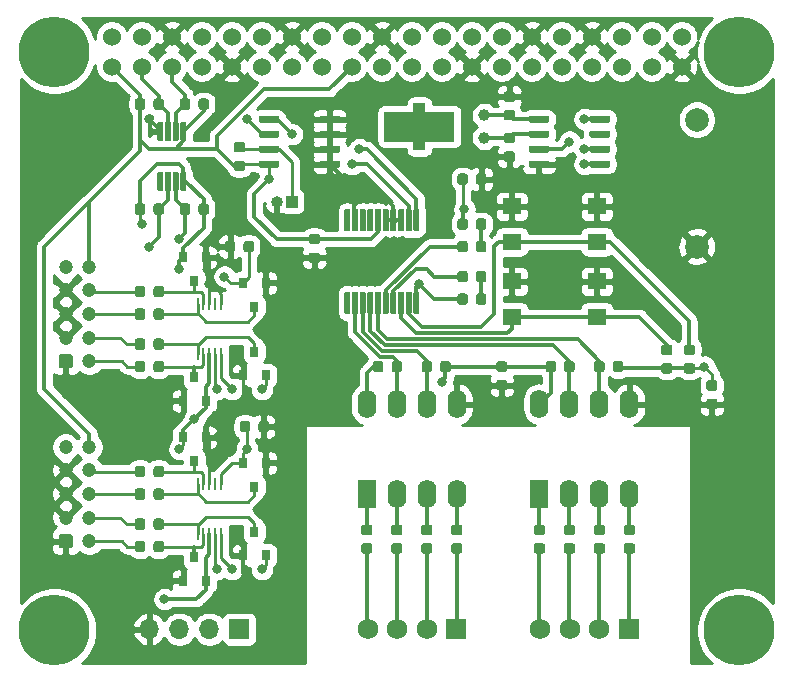
<source format=gbr>
G04 #@! TF.GenerationSoftware,KiCad,Pcbnew,5.1.5-52549c5~84~ubuntu18.04.1*
G04 #@! TF.CreationDate,2020-01-16T02:56:41-05:00*
G04 #@! TF.ProjectId,PiADC2,50694144-4332-42e6-9b69-6361645f7063,1.0*
G04 #@! TF.SameCoordinates,Original*
G04 #@! TF.FileFunction,Copper,L1,Top*
G04 #@! TF.FilePolarity,Positive*
%FSLAX46Y46*%
G04 Gerber Fmt 4.6, Leading zero omitted, Abs format (unit mm)*
G04 Created by KiCad (PCBNEW 5.1.5-52549c5~84~ubuntu18.04.1) date 2020-01-16 02:56:41*
%MOMM*%
%LPD*%
G04 APERTURE LIST*
%ADD10C,0.100000*%
%ADD11C,6.000000*%
%ADD12C,1.524000*%
%ADD13C,2.000000*%
%ADD14R,1.600000X1.400000*%
%ADD15O,1.700000X1.700000*%
%ADD16R,1.700000X1.700000*%
%ADD17O,1.600000X2.400000*%
%ADD18R,1.600000X2.400000*%
%ADD19R,1.750000X1.750000*%
%ADD20C,1.750000*%
%ADD21R,1.000000X1.000000*%
%ADD22R,6.000000X2.500000*%
%ADD23C,1.000000*%
%ADD24O,1.000000X1.000000*%
%ADD25R,0.250000X1.100000*%
%ADD26C,1.200000*%
%ADD27R,0.800000X0.900000*%
%ADD28C,0.800000*%
%ADD29C,0.250000*%
%ADD30C,0.300000*%
%ADD31C,0.254000*%
G04 APERTURE END LIST*
G04 #@! TA.AperFunction,SMDPad,CuDef*
D10*
G36*
X166647691Y-105303553D02*
G01*
X166668926Y-105306703D01*
X166689750Y-105311919D01*
X166709962Y-105319151D01*
X166729368Y-105328330D01*
X166747781Y-105339366D01*
X166765024Y-105352154D01*
X166780930Y-105366570D01*
X166795346Y-105382476D01*
X166808134Y-105399719D01*
X166819170Y-105418132D01*
X166828349Y-105437538D01*
X166835581Y-105457750D01*
X166840797Y-105478574D01*
X166843947Y-105499809D01*
X166845000Y-105521250D01*
X166845000Y-105958750D01*
X166843947Y-105980191D01*
X166840797Y-106001426D01*
X166835581Y-106022250D01*
X166828349Y-106042462D01*
X166819170Y-106061868D01*
X166808134Y-106080281D01*
X166795346Y-106097524D01*
X166780930Y-106113430D01*
X166765024Y-106127846D01*
X166747781Y-106140634D01*
X166729368Y-106151670D01*
X166709962Y-106160849D01*
X166689750Y-106168081D01*
X166668926Y-106173297D01*
X166647691Y-106176447D01*
X166626250Y-106177500D01*
X166113750Y-106177500D01*
X166092309Y-106176447D01*
X166071074Y-106173297D01*
X166050250Y-106168081D01*
X166030038Y-106160849D01*
X166010632Y-106151670D01*
X165992219Y-106140634D01*
X165974976Y-106127846D01*
X165959070Y-106113430D01*
X165944654Y-106097524D01*
X165931866Y-106080281D01*
X165920830Y-106061868D01*
X165911651Y-106042462D01*
X165904419Y-106022250D01*
X165899203Y-106001426D01*
X165896053Y-105980191D01*
X165895000Y-105958750D01*
X165895000Y-105521250D01*
X165896053Y-105499809D01*
X165899203Y-105478574D01*
X165904419Y-105457750D01*
X165911651Y-105437538D01*
X165920830Y-105418132D01*
X165931866Y-105399719D01*
X165944654Y-105382476D01*
X165959070Y-105366570D01*
X165974976Y-105352154D01*
X165992219Y-105339366D01*
X166010632Y-105328330D01*
X166030038Y-105319151D01*
X166050250Y-105311919D01*
X166071074Y-105306703D01*
X166092309Y-105303553D01*
X166113750Y-105302500D01*
X166626250Y-105302500D01*
X166647691Y-105303553D01*
G37*
G04 #@! TD.AperFunction*
G04 #@! TA.AperFunction,SMDPad,CuDef*
G36*
X166647691Y-106878553D02*
G01*
X166668926Y-106881703D01*
X166689750Y-106886919D01*
X166709962Y-106894151D01*
X166729368Y-106903330D01*
X166747781Y-106914366D01*
X166765024Y-106927154D01*
X166780930Y-106941570D01*
X166795346Y-106957476D01*
X166808134Y-106974719D01*
X166819170Y-106993132D01*
X166828349Y-107012538D01*
X166835581Y-107032750D01*
X166840797Y-107053574D01*
X166843947Y-107074809D01*
X166845000Y-107096250D01*
X166845000Y-107533750D01*
X166843947Y-107555191D01*
X166840797Y-107576426D01*
X166835581Y-107597250D01*
X166828349Y-107617462D01*
X166819170Y-107636868D01*
X166808134Y-107655281D01*
X166795346Y-107672524D01*
X166780930Y-107688430D01*
X166765024Y-107702846D01*
X166747781Y-107715634D01*
X166729368Y-107726670D01*
X166709962Y-107735849D01*
X166689750Y-107743081D01*
X166668926Y-107748297D01*
X166647691Y-107751447D01*
X166626250Y-107752500D01*
X166113750Y-107752500D01*
X166092309Y-107751447D01*
X166071074Y-107748297D01*
X166050250Y-107743081D01*
X166030038Y-107735849D01*
X166010632Y-107726670D01*
X165992219Y-107715634D01*
X165974976Y-107702846D01*
X165959070Y-107688430D01*
X165944654Y-107672524D01*
X165931866Y-107655281D01*
X165920830Y-107636868D01*
X165911651Y-107617462D01*
X165904419Y-107597250D01*
X165899203Y-107576426D01*
X165896053Y-107555191D01*
X165895000Y-107533750D01*
X165895000Y-107096250D01*
X165896053Y-107074809D01*
X165899203Y-107053574D01*
X165904419Y-107032750D01*
X165911651Y-107012538D01*
X165920830Y-106993132D01*
X165931866Y-106974719D01*
X165944654Y-106957476D01*
X165959070Y-106941570D01*
X165974976Y-106927154D01*
X165992219Y-106914366D01*
X166010632Y-106903330D01*
X166030038Y-106894151D01*
X166050250Y-106886919D01*
X166071074Y-106881703D01*
X166092309Y-106878553D01*
X166113750Y-106877500D01*
X166626250Y-106877500D01*
X166647691Y-106878553D01*
G37*
G04 #@! TD.AperFunction*
G04 #@! TA.AperFunction,SMDPad,CuDef*
G36*
X148867691Y-103703553D02*
G01*
X148888926Y-103706703D01*
X148909750Y-103711919D01*
X148929962Y-103719151D01*
X148949368Y-103728330D01*
X148967781Y-103739366D01*
X148985024Y-103752154D01*
X149000930Y-103766570D01*
X149015346Y-103782476D01*
X149028134Y-103799719D01*
X149039170Y-103818132D01*
X149048349Y-103837538D01*
X149055581Y-103857750D01*
X149060797Y-103878574D01*
X149063947Y-103899809D01*
X149065000Y-103921250D01*
X149065000Y-104358750D01*
X149063947Y-104380191D01*
X149060797Y-104401426D01*
X149055581Y-104422250D01*
X149048349Y-104442462D01*
X149039170Y-104461868D01*
X149028134Y-104480281D01*
X149015346Y-104497524D01*
X149000930Y-104513430D01*
X148985024Y-104527846D01*
X148967781Y-104540634D01*
X148949368Y-104551670D01*
X148929962Y-104560849D01*
X148909750Y-104568081D01*
X148888926Y-104573297D01*
X148867691Y-104576447D01*
X148846250Y-104577500D01*
X148333750Y-104577500D01*
X148312309Y-104576447D01*
X148291074Y-104573297D01*
X148270250Y-104568081D01*
X148250038Y-104560849D01*
X148230632Y-104551670D01*
X148212219Y-104540634D01*
X148194976Y-104527846D01*
X148179070Y-104513430D01*
X148164654Y-104497524D01*
X148151866Y-104480281D01*
X148140830Y-104461868D01*
X148131651Y-104442462D01*
X148124419Y-104422250D01*
X148119203Y-104401426D01*
X148116053Y-104380191D01*
X148115000Y-104358750D01*
X148115000Y-103921250D01*
X148116053Y-103899809D01*
X148119203Y-103878574D01*
X148124419Y-103857750D01*
X148131651Y-103837538D01*
X148140830Y-103818132D01*
X148151866Y-103799719D01*
X148164654Y-103782476D01*
X148179070Y-103766570D01*
X148194976Y-103752154D01*
X148212219Y-103739366D01*
X148230632Y-103728330D01*
X148250038Y-103719151D01*
X148270250Y-103711919D01*
X148291074Y-103706703D01*
X148312309Y-103703553D01*
X148333750Y-103702500D01*
X148846250Y-103702500D01*
X148867691Y-103703553D01*
G37*
G04 #@! TD.AperFunction*
G04 #@! TA.AperFunction,SMDPad,CuDef*
G36*
X148867691Y-105278553D02*
G01*
X148888926Y-105281703D01*
X148909750Y-105286919D01*
X148929962Y-105294151D01*
X148949368Y-105303330D01*
X148967781Y-105314366D01*
X148985024Y-105327154D01*
X149000930Y-105341570D01*
X149015346Y-105357476D01*
X149028134Y-105374719D01*
X149039170Y-105393132D01*
X149048349Y-105412538D01*
X149055581Y-105432750D01*
X149060797Y-105453574D01*
X149063947Y-105474809D01*
X149065000Y-105496250D01*
X149065000Y-105933750D01*
X149063947Y-105955191D01*
X149060797Y-105976426D01*
X149055581Y-105997250D01*
X149048349Y-106017462D01*
X149039170Y-106036868D01*
X149028134Y-106055281D01*
X149015346Y-106072524D01*
X149000930Y-106088430D01*
X148985024Y-106102846D01*
X148967781Y-106115634D01*
X148949368Y-106126670D01*
X148929962Y-106135849D01*
X148909750Y-106143081D01*
X148888926Y-106148297D01*
X148867691Y-106151447D01*
X148846250Y-106152500D01*
X148333750Y-106152500D01*
X148312309Y-106151447D01*
X148291074Y-106148297D01*
X148270250Y-106143081D01*
X148250038Y-106135849D01*
X148230632Y-106126670D01*
X148212219Y-106115634D01*
X148194976Y-106102846D01*
X148179070Y-106088430D01*
X148164654Y-106072524D01*
X148151866Y-106055281D01*
X148140830Y-106036868D01*
X148131651Y-106017462D01*
X148124419Y-105997250D01*
X148119203Y-105976426D01*
X148116053Y-105955191D01*
X148115000Y-105933750D01*
X148115000Y-105496250D01*
X148116053Y-105474809D01*
X148119203Y-105453574D01*
X148124419Y-105432750D01*
X148131651Y-105412538D01*
X148140830Y-105393132D01*
X148151866Y-105374719D01*
X148164654Y-105357476D01*
X148179070Y-105341570D01*
X148194976Y-105327154D01*
X148212219Y-105314366D01*
X148230632Y-105303330D01*
X148250038Y-105294151D01*
X148270250Y-105286919D01*
X148291074Y-105281703D01*
X148312309Y-105278553D01*
X148333750Y-105277500D01*
X148846250Y-105277500D01*
X148867691Y-105278553D01*
G37*
G04 #@! TD.AperFunction*
G04 #@! TA.AperFunction,SMDPad,CuDef*
G36*
X132992691Y-92908553D02*
G01*
X133013926Y-92911703D01*
X133034750Y-92916919D01*
X133054962Y-92924151D01*
X133074368Y-92933330D01*
X133092781Y-92944366D01*
X133110024Y-92957154D01*
X133125930Y-92971570D01*
X133140346Y-92987476D01*
X133153134Y-93004719D01*
X133164170Y-93023132D01*
X133173349Y-93042538D01*
X133180581Y-93062750D01*
X133185797Y-93083574D01*
X133188947Y-93104809D01*
X133190000Y-93126250D01*
X133190000Y-93563750D01*
X133188947Y-93585191D01*
X133185797Y-93606426D01*
X133180581Y-93627250D01*
X133173349Y-93647462D01*
X133164170Y-93666868D01*
X133153134Y-93685281D01*
X133140346Y-93702524D01*
X133125930Y-93718430D01*
X133110024Y-93732846D01*
X133092781Y-93745634D01*
X133074368Y-93756670D01*
X133054962Y-93765849D01*
X133034750Y-93773081D01*
X133013926Y-93778297D01*
X132992691Y-93781447D01*
X132971250Y-93782500D01*
X132458750Y-93782500D01*
X132437309Y-93781447D01*
X132416074Y-93778297D01*
X132395250Y-93773081D01*
X132375038Y-93765849D01*
X132355632Y-93756670D01*
X132337219Y-93745634D01*
X132319976Y-93732846D01*
X132304070Y-93718430D01*
X132289654Y-93702524D01*
X132276866Y-93685281D01*
X132265830Y-93666868D01*
X132256651Y-93647462D01*
X132249419Y-93627250D01*
X132244203Y-93606426D01*
X132241053Y-93585191D01*
X132240000Y-93563750D01*
X132240000Y-93126250D01*
X132241053Y-93104809D01*
X132244203Y-93083574D01*
X132249419Y-93062750D01*
X132256651Y-93042538D01*
X132265830Y-93023132D01*
X132276866Y-93004719D01*
X132289654Y-92987476D01*
X132304070Y-92971570D01*
X132319976Y-92957154D01*
X132337219Y-92944366D01*
X132355632Y-92933330D01*
X132375038Y-92924151D01*
X132395250Y-92916919D01*
X132416074Y-92911703D01*
X132437309Y-92908553D01*
X132458750Y-92907500D01*
X132971250Y-92907500D01*
X132992691Y-92908553D01*
G37*
G04 #@! TD.AperFunction*
G04 #@! TA.AperFunction,SMDPad,CuDef*
G36*
X132992691Y-94483553D02*
G01*
X133013926Y-94486703D01*
X133034750Y-94491919D01*
X133054962Y-94499151D01*
X133074368Y-94508330D01*
X133092781Y-94519366D01*
X133110024Y-94532154D01*
X133125930Y-94546570D01*
X133140346Y-94562476D01*
X133153134Y-94579719D01*
X133164170Y-94598132D01*
X133173349Y-94617538D01*
X133180581Y-94637750D01*
X133185797Y-94658574D01*
X133188947Y-94679809D01*
X133190000Y-94701250D01*
X133190000Y-95138750D01*
X133188947Y-95160191D01*
X133185797Y-95181426D01*
X133180581Y-95202250D01*
X133173349Y-95222462D01*
X133164170Y-95241868D01*
X133153134Y-95260281D01*
X133140346Y-95277524D01*
X133125930Y-95293430D01*
X133110024Y-95307846D01*
X133092781Y-95320634D01*
X133074368Y-95331670D01*
X133054962Y-95340849D01*
X133034750Y-95348081D01*
X133013926Y-95353297D01*
X132992691Y-95356447D01*
X132971250Y-95357500D01*
X132458750Y-95357500D01*
X132437309Y-95356447D01*
X132416074Y-95353297D01*
X132395250Y-95348081D01*
X132375038Y-95340849D01*
X132355632Y-95331670D01*
X132337219Y-95320634D01*
X132319976Y-95307846D01*
X132304070Y-95293430D01*
X132289654Y-95277524D01*
X132276866Y-95260281D01*
X132265830Y-95241868D01*
X132256651Y-95222462D01*
X132249419Y-95202250D01*
X132244203Y-95181426D01*
X132241053Y-95160191D01*
X132240000Y-95138750D01*
X132240000Y-94701250D01*
X132241053Y-94679809D01*
X132244203Y-94658574D01*
X132249419Y-94637750D01*
X132256651Y-94617538D01*
X132265830Y-94598132D01*
X132276866Y-94579719D01*
X132289654Y-94562476D01*
X132304070Y-94546570D01*
X132319976Y-94532154D01*
X132337219Y-94519366D01*
X132355632Y-94508330D01*
X132375038Y-94499151D01*
X132395250Y-94491919D01*
X132416074Y-94486703D01*
X132437309Y-94483553D01*
X132458750Y-94482500D01*
X132971250Y-94482500D01*
X132992691Y-94483553D01*
G37*
G04 #@! TD.AperFunction*
G04 #@! TA.AperFunction,SMDPad,CuDef*
G36*
X145502691Y-87791053D02*
G01*
X145523926Y-87794203D01*
X145544750Y-87799419D01*
X145564962Y-87806651D01*
X145584368Y-87815830D01*
X145602781Y-87826866D01*
X145620024Y-87839654D01*
X145635930Y-87854070D01*
X145650346Y-87869976D01*
X145663134Y-87887219D01*
X145674170Y-87905632D01*
X145683349Y-87925038D01*
X145690581Y-87945250D01*
X145695797Y-87966074D01*
X145698947Y-87987309D01*
X145700000Y-88008750D01*
X145700000Y-88521250D01*
X145698947Y-88542691D01*
X145695797Y-88563926D01*
X145690581Y-88584750D01*
X145683349Y-88604962D01*
X145674170Y-88624368D01*
X145663134Y-88642781D01*
X145650346Y-88660024D01*
X145635930Y-88675930D01*
X145620024Y-88690346D01*
X145602781Y-88703134D01*
X145584368Y-88714170D01*
X145564962Y-88723349D01*
X145544750Y-88730581D01*
X145523926Y-88735797D01*
X145502691Y-88738947D01*
X145481250Y-88740000D01*
X145043750Y-88740000D01*
X145022309Y-88738947D01*
X145001074Y-88735797D01*
X144980250Y-88730581D01*
X144960038Y-88723349D01*
X144940632Y-88714170D01*
X144922219Y-88703134D01*
X144904976Y-88690346D01*
X144889070Y-88675930D01*
X144874654Y-88660024D01*
X144861866Y-88642781D01*
X144850830Y-88624368D01*
X144841651Y-88604962D01*
X144834419Y-88584750D01*
X144829203Y-88563926D01*
X144826053Y-88542691D01*
X144825000Y-88521250D01*
X144825000Y-88008750D01*
X144826053Y-87987309D01*
X144829203Y-87966074D01*
X144834419Y-87945250D01*
X144841651Y-87925038D01*
X144850830Y-87905632D01*
X144861866Y-87887219D01*
X144874654Y-87869976D01*
X144889070Y-87854070D01*
X144904976Y-87839654D01*
X144922219Y-87826866D01*
X144940632Y-87815830D01*
X144960038Y-87806651D01*
X144980250Y-87799419D01*
X145001074Y-87794203D01*
X145022309Y-87791053D01*
X145043750Y-87790000D01*
X145481250Y-87790000D01*
X145502691Y-87791053D01*
G37*
G04 #@! TD.AperFunction*
G04 #@! TA.AperFunction,SMDPad,CuDef*
G36*
X147077691Y-87791053D02*
G01*
X147098926Y-87794203D01*
X147119750Y-87799419D01*
X147139962Y-87806651D01*
X147159368Y-87815830D01*
X147177781Y-87826866D01*
X147195024Y-87839654D01*
X147210930Y-87854070D01*
X147225346Y-87869976D01*
X147238134Y-87887219D01*
X147249170Y-87905632D01*
X147258349Y-87925038D01*
X147265581Y-87945250D01*
X147270797Y-87966074D01*
X147273947Y-87987309D01*
X147275000Y-88008750D01*
X147275000Y-88521250D01*
X147273947Y-88542691D01*
X147270797Y-88563926D01*
X147265581Y-88584750D01*
X147258349Y-88604962D01*
X147249170Y-88624368D01*
X147238134Y-88642781D01*
X147225346Y-88660024D01*
X147210930Y-88675930D01*
X147195024Y-88690346D01*
X147177781Y-88703134D01*
X147159368Y-88714170D01*
X147139962Y-88723349D01*
X147119750Y-88730581D01*
X147098926Y-88735797D01*
X147077691Y-88738947D01*
X147056250Y-88740000D01*
X146618750Y-88740000D01*
X146597309Y-88738947D01*
X146576074Y-88735797D01*
X146555250Y-88730581D01*
X146535038Y-88723349D01*
X146515632Y-88714170D01*
X146497219Y-88703134D01*
X146479976Y-88690346D01*
X146464070Y-88675930D01*
X146449654Y-88660024D01*
X146436866Y-88642781D01*
X146425830Y-88624368D01*
X146416651Y-88604962D01*
X146409419Y-88584750D01*
X146404203Y-88563926D01*
X146401053Y-88542691D01*
X146400000Y-88521250D01*
X146400000Y-88008750D01*
X146401053Y-87987309D01*
X146404203Y-87966074D01*
X146409419Y-87945250D01*
X146416651Y-87925038D01*
X146425830Y-87905632D01*
X146436866Y-87887219D01*
X146449654Y-87869976D01*
X146464070Y-87854070D01*
X146479976Y-87839654D01*
X146497219Y-87826866D01*
X146515632Y-87815830D01*
X146535038Y-87806651D01*
X146555250Y-87799419D01*
X146576074Y-87794203D01*
X146597309Y-87791053D01*
X146618750Y-87790000D01*
X147056250Y-87790000D01*
X147077691Y-87791053D01*
G37*
G04 #@! TD.AperFunction*
G04 #@! TA.AperFunction,SMDPad,CuDef*
G36*
X127392691Y-93506053D02*
G01*
X127413926Y-93509203D01*
X127434750Y-93514419D01*
X127454962Y-93521651D01*
X127474368Y-93530830D01*
X127492781Y-93541866D01*
X127510024Y-93554654D01*
X127525930Y-93569070D01*
X127540346Y-93584976D01*
X127553134Y-93602219D01*
X127564170Y-93620632D01*
X127573349Y-93640038D01*
X127580581Y-93660250D01*
X127585797Y-93681074D01*
X127588947Y-93702309D01*
X127590000Y-93723750D01*
X127590000Y-94236250D01*
X127588947Y-94257691D01*
X127585797Y-94278926D01*
X127580581Y-94299750D01*
X127573349Y-94319962D01*
X127564170Y-94339368D01*
X127553134Y-94357781D01*
X127540346Y-94375024D01*
X127525930Y-94390930D01*
X127510024Y-94405346D01*
X127492781Y-94418134D01*
X127474368Y-94429170D01*
X127454962Y-94438349D01*
X127434750Y-94445581D01*
X127413926Y-94450797D01*
X127392691Y-94453947D01*
X127371250Y-94455000D01*
X126933750Y-94455000D01*
X126912309Y-94453947D01*
X126891074Y-94450797D01*
X126870250Y-94445581D01*
X126850038Y-94438349D01*
X126830632Y-94429170D01*
X126812219Y-94418134D01*
X126794976Y-94405346D01*
X126779070Y-94390930D01*
X126764654Y-94375024D01*
X126751866Y-94357781D01*
X126740830Y-94339368D01*
X126731651Y-94319962D01*
X126724419Y-94299750D01*
X126719203Y-94278926D01*
X126716053Y-94257691D01*
X126715000Y-94236250D01*
X126715000Y-93723750D01*
X126716053Y-93702309D01*
X126719203Y-93681074D01*
X126724419Y-93660250D01*
X126731651Y-93640038D01*
X126740830Y-93620632D01*
X126751866Y-93602219D01*
X126764654Y-93584976D01*
X126779070Y-93569070D01*
X126794976Y-93554654D01*
X126812219Y-93541866D01*
X126830632Y-93530830D01*
X126850038Y-93521651D01*
X126870250Y-93514419D01*
X126891074Y-93509203D01*
X126912309Y-93506053D01*
X126933750Y-93505000D01*
X127371250Y-93505000D01*
X127392691Y-93506053D01*
G37*
G04 #@! TD.AperFunction*
G04 #@! TA.AperFunction,SMDPad,CuDef*
G36*
X125817691Y-93506053D02*
G01*
X125838926Y-93509203D01*
X125859750Y-93514419D01*
X125879962Y-93521651D01*
X125899368Y-93530830D01*
X125917781Y-93541866D01*
X125935024Y-93554654D01*
X125950930Y-93569070D01*
X125965346Y-93584976D01*
X125978134Y-93602219D01*
X125989170Y-93620632D01*
X125998349Y-93640038D01*
X126005581Y-93660250D01*
X126010797Y-93681074D01*
X126013947Y-93702309D01*
X126015000Y-93723750D01*
X126015000Y-94236250D01*
X126013947Y-94257691D01*
X126010797Y-94278926D01*
X126005581Y-94299750D01*
X125998349Y-94319962D01*
X125989170Y-94339368D01*
X125978134Y-94357781D01*
X125965346Y-94375024D01*
X125950930Y-94390930D01*
X125935024Y-94405346D01*
X125917781Y-94418134D01*
X125899368Y-94429170D01*
X125879962Y-94438349D01*
X125859750Y-94445581D01*
X125838926Y-94450797D01*
X125817691Y-94453947D01*
X125796250Y-94455000D01*
X125358750Y-94455000D01*
X125337309Y-94453947D01*
X125316074Y-94450797D01*
X125295250Y-94445581D01*
X125275038Y-94438349D01*
X125255632Y-94429170D01*
X125237219Y-94418134D01*
X125219976Y-94405346D01*
X125204070Y-94390930D01*
X125189654Y-94375024D01*
X125176866Y-94357781D01*
X125165830Y-94339368D01*
X125156651Y-94319962D01*
X125149419Y-94299750D01*
X125144203Y-94278926D01*
X125141053Y-94257691D01*
X125140000Y-94236250D01*
X125140000Y-93723750D01*
X125141053Y-93702309D01*
X125144203Y-93681074D01*
X125149419Y-93660250D01*
X125156651Y-93640038D01*
X125165830Y-93620632D01*
X125176866Y-93602219D01*
X125189654Y-93584976D01*
X125204070Y-93569070D01*
X125219976Y-93554654D01*
X125237219Y-93541866D01*
X125255632Y-93530830D01*
X125275038Y-93521651D01*
X125295250Y-93514419D01*
X125316074Y-93509203D01*
X125337309Y-93506053D01*
X125358750Y-93505000D01*
X125796250Y-93505000D01*
X125817691Y-93506053D01*
G37*
G04 #@! TD.AperFunction*
G04 #@! TA.AperFunction,SMDPad,CuDef*
G36*
X127087691Y-108746053D02*
G01*
X127108926Y-108749203D01*
X127129750Y-108754419D01*
X127149962Y-108761651D01*
X127169368Y-108770830D01*
X127187781Y-108781866D01*
X127205024Y-108794654D01*
X127220930Y-108809070D01*
X127235346Y-108824976D01*
X127248134Y-108842219D01*
X127259170Y-108860632D01*
X127268349Y-108880038D01*
X127275581Y-108900250D01*
X127280797Y-108921074D01*
X127283947Y-108942309D01*
X127285000Y-108963750D01*
X127285000Y-109476250D01*
X127283947Y-109497691D01*
X127280797Y-109518926D01*
X127275581Y-109539750D01*
X127268349Y-109559962D01*
X127259170Y-109579368D01*
X127248134Y-109597781D01*
X127235346Y-109615024D01*
X127220930Y-109630930D01*
X127205024Y-109645346D01*
X127187781Y-109658134D01*
X127169368Y-109669170D01*
X127149962Y-109678349D01*
X127129750Y-109685581D01*
X127108926Y-109690797D01*
X127087691Y-109693947D01*
X127066250Y-109695000D01*
X126628750Y-109695000D01*
X126607309Y-109693947D01*
X126586074Y-109690797D01*
X126565250Y-109685581D01*
X126545038Y-109678349D01*
X126525632Y-109669170D01*
X126507219Y-109658134D01*
X126489976Y-109645346D01*
X126474070Y-109630930D01*
X126459654Y-109615024D01*
X126446866Y-109597781D01*
X126435830Y-109579368D01*
X126426651Y-109559962D01*
X126419419Y-109539750D01*
X126414203Y-109518926D01*
X126411053Y-109497691D01*
X126410000Y-109476250D01*
X126410000Y-108963750D01*
X126411053Y-108942309D01*
X126414203Y-108921074D01*
X126419419Y-108900250D01*
X126426651Y-108880038D01*
X126435830Y-108860632D01*
X126446866Y-108842219D01*
X126459654Y-108824976D01*
X126474070Y-108809070D01*
X126489976Y-108794654D01*
X126507219Y-108781866D01*
X126525632Y-108770830D01*
X126545038Y-108761651D01*
X126565250Y-108754419D01*
X126586074Y-108749203D01*
X126607309Y-108746053D01*
X126628750Y-108745000D01*
X127066250Y-108745000D01*
X127087691Y-108746053D01*
G37*
G04 #@! TD.AperFunction*
G04 #@! TA.AperFunction,SMDPad,CuDef*
G36*
X128662691Y-108746053D02*
G01*
X128683926Y-108749203D01*
X128704750Y-108754419D01*
X128724962Y-108761651D01*
X128744368Y-108770830D01*
X128762781Y-108781866D01*
X128780024Y-108794654D01*
X128795930Y-108809070D01*
X128810346Y-108824976D01*
X128823134Y-108842219D01*
X128834170Y-108860632D01*
X128843349Y-108880038D01*
X128850581Y-108900250D01*
X128855797Y-108921074D01*
X128858947Y-108942309D01*
X128860000Y-108963750D01*
X128860000Y-109476250D01*
X128858947Y-109497691D01*
X128855797Y-109518926D01*
X128850581Y-109539750D01*
X128843349Y-109559962D01*
X128834170Y-109579368D01*
X128823134Y-109597781D01*
X128810346Y-109615024D01*
X128795930Y-109630930D01*
X128780024Y-109645346D01*
X128762781Y-109658134D01*
X128744368Y-109669170D01*
X128724962Y-109678349D01*
X128704750Y-109685581D01*
X128683926Y-109690797D01*
X128662691Y-109693947D01*
X128641250Y-109695000D01*
X128203750Y-109695000D01*
X128182309Y-109693947D01*
X128161074Y-109690797D01*
X128140250Y-109685581D01*
X128120038Y-109678349D01*
X128100632Y-109669170D01*
X128082219Y-109658134D01*
X128064976Y-109645346D01*
X128049070Y-109630930D01*
X128034654Y-109615024D01*
X128021866Y-109597781D01*
X128010830Y-109579368D01*
X128001651Y-109559962D01*
X127994419Y-109539750D01*
X127989203Y-109518926D01*
X127986053Y-109497691D01*
X127985000Y-109476250D01*
X127985000Y-108963750D01*
X127986053Y-108942309D01*
X127989203Y-108921074D01*
X127994419Y-108900250D01*
X128001651Y-108880038D01*
X128010830Y-108860632D01*
X128021866Y-108842219D01*
X128034654Y-108824976D01*
X128049070Y-108809070D01*
X128064976Y-108794654D01*
X128082219Y-108781866D01*
X128100632Y-108770830D01*
X128120038Y-108761651D01*
X128140250Y-108754419D01*
X128161074Y-108749203D01*
X128182309Y-108746053D01*
X128203750Y-108745000D01*
X128641250Y-108745000D01*
X128662691Y-108746053D01*
G37*
G04 #@! TD.AperFunction*
D11*
X168700000Y-126470000D03*
X110700000Y-126470000D03*
X168700000Y-77470000D03*
X110700000Y-77470000D03*
D12*
X115570000Y-76200000D03*
X115570000Y-78740000D03*
X118110000Y-76200000D03*
X118110000Y-78740000D03*
X128270000Y-76200000D03*
X125730000Y-76200000D03*
X123190000Y-76200000D03*
X120650000Y-76200000D03*
X120650000Y-78740000D03*
X123190000Y-78740000D03*
X125730000Y-78740000D03*
X128270000Y-78740000D03*
X156210000Y-76200000D03*
X158750000Y-76200000D03*
X161290000Y-76200000D03*
X163830000Y-76200000D03*
X163830000Y-78740000D03*
X161290000Y-78740000D03*
X158750000Y-78740000D03*
X156210000Y-78740000D03*
X153670000Y-76200000D03*
X153670000Y-78740000D03*
X151130000Y-76200000D03*
X151130000Y-78740000D03*
X148590000Y-78740000D03*
X148590000Y-76200000D03*
X130810000Y-76200000D03*
X130810000Y-78740000D03*
X133350000Y-78740000D03*
X133350000Y-76200000D03*
X135890000Y-76200000D03*
X135890000Y-78740000D03*
X146050000Y-78740000D03*
X146050000Y-76200000D03*
X143510000Y-76200000D03*
X143510000Y-78740000D03*
X140970000Y-78740000D03*
X140970000Y-76200000D03*
X138430000Y-76200000D03*
X138430000Y-78740000D03*
D13*
X165100000Y-83240000D03*
X165100000Y-93980000D03*
D14*
X149435000Y-93575000D03*
X156635000Y-93575000D03*
X149435000Y-90575000D03*
X156635000Y-90575000D03*
X149435000Y-99925000D03*
X156635000Y-99925000D03*
X149435000Y-96925000D03*
X156635000Y-96925000D03*
G04 #@! TA.AperFunction,SMDPad,CuDef*
D10*
G36*
X162837691Y-102281053D02*
G01*
X162858926Y-102284203D01*
X162879750Y-102289419D01*
X162899962Y-102296651D01*
X162919368Y-102305830D01*
X162937781Y-102316866D01*
X162955024Y-102329654D01*
X162970930Y-102344070D01*
X162985346Y-102359976D01*
X162998134Y-102377219D01*
X163009170Y-102395632D01*
X163018349Y-102415038D01*
X163025581Y-102435250D01*
X163030797Y-102456074D01*
X163033947Y-102477309D01*
X163035000Y-102498750D01*
X163035000Y-102936250D01*
X163033947Y-102957691D01*
X163030797Y-102978926D01*
X163025581Y-102999750D01*
X163018349Y-103019962D01*
X163009170Y-103039368D01*
X162998134Y-103057781D01*
X162985346Y-103075024D01*
X162970930Y-103090930D01*
X162955024Y-103105346D01*
X162937781Y-103118134D01*
X162919368Y-103129170D01*
X162899962Y-103138349D01*
X162879750Y-103145581D01*
X162858926Y-103150797D01*
X162837691Y-103153947D01*
X162816250Y-103155000D01*
X162303750Y-103155000D01*
X162282309Y-103153947D01*
X162261074Y-103150797D01*
X162240250Y-103145581D01*
X162220038Y-103138349D01*
X162200632Y-103129170D01*
X162182219Y-103118134D01*
X162164976Y-103105346D01*
X162149070Y-103090930D01*
X162134654Y-103075024D01*
X162121866Y-103057781D01*
X162110830Y-103039368D01*
X162101651Y-103019962D01*
X162094419Y-102999750D01*
X162089203Y-102978926D01*
X162086053Y-102957691D01*
X162085000Y-102936250D01*
X162085000Y-102498750D01*
X162086053Y-102477309D01*
X162089203Y-102456074D01*
X162094419Y-102435250D01*
X162101651Y-102415038D01*
X162110830Y-102395632D01*
X162121866Y-102377219D01*
X162134654Y-102359976D01*
X162149070Y-102344070D01*
X162164976Y-102329654D01*
X162182219Y-102316866D01*
X162200632Y-102305830D01*
X162220038Y-102296651D01*
X162240250Y-102289419D01*
X162261074Y-102284203D01*
X162282309Y-102281053D01*
X162303750Y-102280000D01*
X162816250Y-102280000D01*
X162837691Y-102281053D01*
G37*
G04 #@! TD.AperFunction*
G04 #@! TA.AperFunction,SMDPad,CuDef*
G36*
X162837691Y-103856053D02*
G01*
X162858926Y-103859203D01*
X162879750Y-103864419D01*
X162899962Y-103871651D01*
X162919368Y-103880830D01*
X162937781Y-103891866D01*
X162955024Y-103904654D01*
X162970930Y-103919070D01*
X162985346Y-103934976D01*
X162998134Y-103952219D01*
X163009170Y-103970632D01*
X163018349Y-103990038D01*
X163025581Y-104010250D01*
X163030797Y-104031074D01*
X163033947Y-104052309D01*
X163035000Y-104073750D01*
X163035000Y-104511250D01*
X163033947Y-104532691D01*
X163030797Y-104553926D01*
X163025581Y-104574750D01*
X163018349Y-104594962D01*
X163009170Y-104614368D01*
X162998134Y-104632781D01*
X162985346Y-104650024D01*
X162970930Y-104665930D01*
X162955024Y-104680346D01*
X162937781Y-104693134D01*
X162919368Y-104704170D01*
X162899962Y-104713349D01*
X162879750Y-104720581D01*
X162858926Y-104725797D01*
X162837691Y-104728947D01*
X162816250Y-104730000D01*
X162303750Y-104730000D01*
X162282309Y-104728947D01*
X162261074Y-104725797D01*
X162240250Y-104720581D01*
X162220038Y-104713349D01*
X162200632Y-104704170D01*
X162182219Y-104693134D01*
X162164976Y-104680346D01*
X162149070Y-104665930D01*
X162134654Y-104650024D01*
X162121866Y-104632781D01*
X162110830Y-104614368D01*
X162101651Y-104594962D01*
X162094419Y-104574750D01*
X162089203Y-104553926D01*
X162086053Y-104532691D01*
X162085000Y-104511250D01*
X162085000Y-104073750D01*
X162086053Y-104052309D01*
X162089203Y-104031074D01*
X162094419Y-104010250D01*
X162101651Y-103990038D01*
X162110830Y-103970632D01*
X162121866Y-103952219D01*
X162134654Y-103934976D01*
X162149070Y-103919070D01*
X162164976Y-103904654D01*
X162182219Y-103891866D01*
X162200632Y-103880830D01*
X162220038Y-103871651D01*
X162240250Y-103864419D01*
X162261074Y-103859203D01*
X162282309Y-103856053D01*
X162303750Y-103855000D01*
X162816250Y-103855000D01*
X162837691Y-103856053D01*
G37*
G04 #@! TD.AperFunction*
G04 #@! TA.AperFunction,SMDPad,CuDef*
G36*
X164742691Y-102281053D02*
G01*
X164763926Y-102284203D01*
X164784750Y-102289419D01*
X164804962Y-102296651D01*
X164824368Y-102305830D01*
X164842781Y-102316866D01*
X164860024Y-102329654D01*
X164875930Y-102344070D01*
X164890346Y-102359976D01*
X164903134Y-102377219D01*
X164914170Y-102395632D01*
X164923349Y-102415038D01*
X164930581Y-102435250D01*
X164935797Y-102456074D01*
X164938947Y-102477309D01*
X164940000Y-102498750D01*
X164940000Y-102936250D01*
X164938947Y-102957691D01*
X164935797Y-102978926D01*
X164930581Y-102999750D01*
X164923349Y-103019962D01*
X164914170Y-103039368D01*
X164903134Y-103057781D01*
X164890346Y-103075024D01*
X164875930Y-103090930D01*
X164860024Y-103105346D01*
X164842781Y-103118134D01*
X164824368Y-103129170D01*
X164804962Y-103138349D01*
X164784750Y-103145581D01*
X164763926Y-103150797D01*
X164742691Y-103153947D01*
X164721250Y-103155000D01*
X164208750Y-103155000D01*
X164187309Y-103153947D01*
X164166074Y-103150797D01*
X164145250Y-103145581D01*
X164125038Y-103138349D01*
X164105632Y-103129170D01*
X164087219Y-103118134D01*
X164069976Y-103105346D01*
X164054070Y-103090930D01*
X164039654Y-103075024D01*
X164026866Y-103057781D01*
X164015830Y-103039368D01*
X164006651Y-103019962D01*
X163999419Y-102999750D01*
X163994203Y-102978926D01*
X163991053Y-102957691D01*
X163990000Y-102936250D01*
X163990000Y-102498750D01*
X163991053Y-102477309D01*
X163994203Y-102456074D01*
X163999419Y-102435250D01*
X164006651Y-102415038D01*
X164015830Y-102395632D01*
X164026866Y-102377219D01*
X164039654Y-102359976D01*
X164054070Y-102344070D01*
X164069976Y-102329654D01*
X164087219Y-102316866D01*
X164105632Y-102305830D01*
X164125038Y-102296651D01*
X164145250Y-102289419D01*
X164166074Y-102284203D01*
X164187309Y-102281053D01*
X164208750Y-102280000D01*
X164721250Y-102280000D01*
X164742691Y-102281053D01*
G37*
G04 #@! TD.AperFunction*
G04 #@! TA.AperFunction,SMDPad,CuDef*
G36*
X164742691Y-103856053D02*
G01*
X164763926Y-103859203D01*
X164784750Y-103864419D01*
X164804962Y-103871651D01*
X164824368Y-103880830D01*
X164842781Y-103891866D01*
X164860024Y-103904654D01*
X164875930Y-103919070D01*
X164890346Y-103934976D01*
X164903134Y-103952219D01*
X164914170Y-103970632D01*
X164923349Y-103990038D01*
X164930581Y-104010250D01*
X164935797Y-104031074D01*
X164938947Y-104052309D01*
X164940000Y-104073750D01*
X164940000Y-104511250D01*
X164938947Y-104532691D01*
X164935797Y-104553926D01*
X164930581Y-104574750D01*
X164923349Y-104594962D01*
X164914170Y-104614368D01*
X164903134Y-104632781D01*
X164890346Y-104650024D01*
X164875930Y-104665930D01*
X164860024Y-104680346D01*
X164842781Y-104693134D01*
X164824368Y-104704170D01*
X164804962Y-104713349D01*
X164784750Y-104720581D01*
X164763926Y-104725797D01*
X164742691Y-104728947D01*
X164721250Y-104730000D01*
X164208750Y-104730000D01*
X164187309Y-104728947D01*
X164166074Y-104725797D01*
X164145250Y-104720581D01*
X164125038Y-104713349D01*
X164105632Y-104704170D01*
X164087219Y-104693134D01*
X164069976Y-104680346D01*
X164054070Y-104665930D01*
X164039654Y-104650024D01*
X164026866Y-104632781D01*
X164015830Y-104614368D01*
X164006651Y-104594962D01*
X163999419Y-104574750D01*
X163994203Y-104553926D01*
X163991053Y-104532691D01*
X163990000Y-104511250D01*
X163990000Y-104073750D01*
X163991053Y-104052309D01*
X163994203Y-104031074D01*
X163999419Y-104010250D01*
X164006651Y-103990038D01*
X164015830Y-103970632D01*
X164026866Y-103952219D01*
X164039654Y-103934976D01*
X164054070Y-103919070D01*
X164069976Y-103904654D01*
X164087219Y-103891866D01*
X164105632Y-103880830D01*
X164125038Y-103871651D01*
X164145250Y-103864419D01*
X164166074Y-103859203D01*
X164187309Y-103856053D01*
X164208750Y-103855000D01*
X164721250Y-103855000D01*
X164742691Y-103856053D01*
G37*
G04 #@! TD.AperFunction*
G04 #@! TA.AperFunction,SMDPad,CuDef*
G36*
X147077691Y-93506053D02*
G01*
X147098926Y-93509203D01*
X147119750Y-93514419D01*
X147139962Y-93521651D01*
X147159368Y-93530830D01*
X147177781Y-93541866D01*
X147195024Y-93554654D01*
X147210930Y-93569070D01*
X147225346Y-93584976D01*
X147238134Y-93602219D01*
X147249170Y-93620632D01*
X147258349Y-93640038D01*
X147265581Y-93660250D01*
X147270797Y-93681074D01*
X147273947Y-93702309D01*
X147275000Y-93723750D01*
X147275000Y-94236250D01*
X147273947Y-94257691D01*
X147270797Y-94278926D01*
X147265581Y-94299750D01*
X147258349Y-94319962D01*
X147249170Y-94339368D01*
X147238134Y-94357781D01*
X147225346Y-94375024D01*
X147210930Y-94390930D01*
X147195024Y-94405346D01*
X147177781Y-94418134D01*
X147159368Y-94429170D01*
X147139962Y-94438349D01*
X147119750Y-94445581D01*
X147098926Y-94450797D01*
X147077691Y-94453947D01*
X147056250Y-94455000D01*
X146618750Y-94455000D01*
X146597309Y-94453947D01*
X146576074Y-94450797D01*
X146555250Y-94445581D01*
X146535038Y-94438349D01*
X146515632Y-94429170D01*
X146497219Y-94418134D01*
X146479976Y-94405346D01*
X146464070Y-94390930D01*
X146449654Y-94375024D01*
X146436866Y-94357781D01*
X146425830Y-94339368D01*
X146416651Y-94319962D01*
X146409419Y-94299750D01*
X146404203Y-94278926D01*
X146401053Y-94257691D01*
X146400000Y-94236250D01*
X146400000Y-93723750D01*
X146401053Y-93702309D01*
X146404203Y-93681074D01*
X146409419Y-93660250D01*
X146416651Y-93640038D01*
X146425830Y-93620632D01*
X146436866Y-93602219D01*
X146449654Y-93584976D01*
X146464070Y-93569070D01*
X146479976Y-93554654D01*
X146497219Y-93541866D01*
X146515632Y-93530830D01*
X146535038Y-93521651D01*
X146555250Y-93514419D01*
X146576074Y-93509203D01*
X146597309Y-93506053D01*
X146618750Y-93505000D01*
X147056250Y-93505000D01*
X147077691Y-93506053D01*
G37*
G04 #@! TD.AperFunction*
G04 #@! TA.AperFunction,SMDPad,CuDef*
G36*
X145502691Y-93506053D02*
G01*
X145523926Y-93509203D01*
X145544750Y-93514419D01*
X145564962Y-93521651D01*
X145584368Y-93530830D01*
X145602781Y-93541866D01*
X145620024Y-93554654D01*
X145635930Y-93569070D01*
X145650346Y-93584976D01*
X145663134Y-93602219D01*
X145674170Y-93620632D01*
X145683349Y-93640038D01*
X145690581Y-93660250D01*
X145695797Y-93681074D01*
X145698947Y-93702309D01*
X145700000Y-93723750D01*
X145700000Y-94236250D01*
X145698947Y-94257691D01*
X145695797Y-94278926D01*
X145690581Y-94299750D01*
X145683349Y-94319962D01*
X145674170Y-94339368D01*
X145663134Y-94357781D01*
X145650346Y-94375024D01*
X145635930Y-94390930D01*
X145620024Y-94405346D01*
X145602781Y-94418134D01*
X145584368Y-94429170D01*
X145564962Y-94438349D01*
X145544750Y-94445581D01*
X145523926Y-94450797D01*
X145502691Y-94453947D01*
X145481250Y-94455000D01*
X145043750Y-94455000D01*
X145022309Y-94453947D01*
X145001074Y-94450797D01*
X144980250Y-94445581D01*
X144960038Y-94438349D01*
X144940632Y-94429170D01*
X144922219Y-94418134D01*
X144904976Y-94405346D01*
X144889070Y-94390930D01*
X144874654Y-94375024D01*
X144861866Y-94357781D01*
X144850830Y-94339368D01*
X144841651Y-94319962D01*
X144834419Y-94299750D01*
X144829203Y-94278926D01*
X144826053Y-94257691D01*
X144825000Y-94236250D01*
X144825000Y-93723750D01*
X144826053Y-93702309D01*
X144829203Y-93681074D01*
X144834419Y-93660250D01*
X144841651Y-93640038D01*
X144850830Y-93620632D01*
X144861866Y-93602219D01*
X144874654Y-93584976D01*
X144889070Y-93569070D01*
X144904976Y-93554654D01*
X144922219Y-93541866D01*
X144940632Y-93530830D01*
X144960038Y-93521651D01*
X144980250Y-93514419D01*
X145001074Y-93509203D01*
X145022309Y-93506053D01*
X145043750Y-93505000D01*
X145481250Y-93505000D01*
X145502691Y-93506053D01*
G37*
G04 #@! TD.AperFunction*
G04 #@! TA.AperFunction,SMDPad,CuDef*
G36*
X147077691Y-96046053D02*
G01*
X147098926Y-96049203D01*
X147119750Y-96054419D01*
X147139962Y-96061651D01*
X147159368Y-96070830D01*
X147177781Y-96081866D01*
X147195024Y-96094654D01*
X147210930Y-96109070D01*
X147225346Y-96124976D01*
X147238134Y-96142219D01*
X147249170Y-96160632D01*
X147258349Y-96180038D01*
X147265581Y-96200250D01*
X147270797Y-96221074D01*
X147273947Y-96242309D01*
X147275000Y-96263750D01*
X147275000Y-96776250D01*
X147273947Y-96797691D01*
X147270797Y-96818926D01*
X147265581Y-96839750D01*
X147258349Y-96859962D01*
X147249170Y-96879368D01*
X147238134Y-96897781D01*
X147225346Y-96915024D01*
X147210930Y-96930930D01*
X147195024Y-96945346D01*
X147177781Y-96958134D01*
X147159368Y-96969170D01*
X147139962Y-96978349D01*
X147119750Y-96985581D01*
X147098926Y-96990797D01*
X147077691Y-96993947D01*
X147056250Y-96995000D01*
X146618750Y-96995000D01*
X146597309Y-96993947D01*
X146576074Y-96990797D01*
X146555250Y-96985581D01*
X146535038Y-96978349D01*
X146515632Y-96969170D01*
X146497219Y-96958134D01*
X146479976Y-96945346D01*
X146464070Y-96930930D01*
X146449654Y-96915024D01*
X146436866Y-96897781D01*
X146425830Y-96879368D01*
X146416651Y-96859962D01*
X146409419Y-96839750D01*
X146404203Y-96818926D01*
X146401053Y-96797691D01*
X146400000Y-96776250D01*
X146400000Y-96263750D01*
X146401053Y-96242309D01*
X146404203Y-96221074D01*
X146409419Y-96200250D01*
X146416651Y-96180038D01*
X146425830Y-96160632D01*
X146436866Y-96142219D01*
X146449654Y-96124976D01*
X146464070Y-96109070D01*
X146479976Y-96094654D01*
X146497219Y-96081866D01*
X146515632Y-96070830D01*
X146535038Y-96061651D01*
X146555250Y-96054419D01*
X146576074Y-96049203D01*
X146597309Y-96046053D01*
X146618750Y-96045000D01*
X147056250Y-96045000D01*
X147077691Y-96046053D01*
G37*
G04 #@! TD.AperFunction*
G04 #@! TA.AperFunction,SMDPad,CuDef*
G36*
X145502691Y-96046053D02*
G01*
X145523926Y-96049203D01*
X145544750Y-96054419D01*
X145564962Y-96061651D01*
X145584368Y-96070830D01*
X145602781Y-96081866D01*
X145620024Y-96094654D01*
X145635930Y-96109070D01*
X145650346Y-96124976D01*
X145663134Y-96142219D01*
X145674170Y-96160632D01*
X145683349Y-96180038D01*
X145690581Y-96200250D01*
X145695797Y-96221074D01*
X145698947Y-96242309D01*
X145700000Y-96263750D01*
X145700000Y-96776250D01*
X145698947Y-96797691D01*
X145695797Y-96818926D01*
X145690581Y-96839750D01*
X145683349Y-96859962D01*
X145674170Y-96879368D01*
X145663134Y-96897781D01*
X145650346Y-96915024D01*
X145635930Y-96930930D01*
X145620024Y-96945346D01*
X145602781Y-96958134D01*
X145584368Y-96969170D01*
X145564962Y-96978349D01*
X145544750Y-96985581D01*
X145523926Y-96990797D01*
X145502691Y-96993947D01*
X145481250Y-96995000D01*
X145043750Y-96995000D01*
X145022309Y-96993947D01*
X145001074Y-96990797D01*
X144980250Y-96985581D01*
X144960038Y-96978349D01*
X144940632Y-96969170D01*
X144922219Y-96958134D01*
X144904976Y-96945346D01*
X144889070Y-96930930D01*
X144874654Y-96915024D01*
X144861866Y-96897781D01*
X144850830Y-96879368D01*
X144841651Y-96859962D01*
X144834419Y-96839750D01*
X144829203Y-96818926D01*
X144826053Y-96797691D01*
X144825000Y-96776250D01*
X144825000Y-96263750D01*
X144826053Y-96242309D01*
X144829203Y-96221074D01*
X144834419Y-96200250D01*
X144841651Y-96180038D01*
X144850830Y-96160632D01*
X144861866Y-96142219D01*
X144874654Y-96124976D01*
X144889070Y-96109070D01*
X144904976Y-96094654D01*
X144922219Y-96081866D01*
X144940632Y-96070830D01*
X144960038Y-96061651D01*
X144980250Y-96054419D01*
X145001074Y-96049203D01*
X145022309Y-96046053D01*
X145043750Y-96045000D01*
X145481250Y-96045000D01*
X145502691Y-96046053D01*
G37*
G04 #@! TD.AperFunction*
G04 #@! TA.AperFunction,SMDPad,CuDef*
G36*
X145502691Y-91601053D02*
G01*
X145523926Y-91604203D01*
X145544750Y-91609419D01*
X145564962Y-91616651D01*
X145584368Y-91625830D01*
X145602781Y-91636866D01*
X145620024Y-91649654D01*
X145635930Y-91664070D01*
X145650346Y-91679976D01*
X145663134Y-91697219D01*
X145674170Y-91715632D01*
X145683349Y-91735038D01*
X145690581Y-91755250D01*
X145695797Y-91776074D01*
X145698947Y-91797309D01*
X145700000Y-91818750D01*
X145700000Y-92331250D01*
X145698947Y-92352691D01*
X145695797Y-92373926D01*
X145690581Y-92394750D01*
X145683349Y-92414962D01*
X145674170Y-92434368D01*
X145663134Y-92452781D01*
X145650346Y-92470024D01*
X145635930Y-92485930D01*
X145620024Y-92500346D01*
X145602781Y-92513134D01*
X145584368Y-92524170D01*
X145564962Y-92533349D01*
X145544750Y-92540581D01*
X145523926Y-92545797D01*
X145502691Y-92548947D01*
X145481250Y-92550000D01*
X145043750Y-92550000D01*
X145022309Y-92548947D01*
X145001074Y-92545797D01*
X144980250Y-92540581D01*
X144960038Y-92533349D01*
X144940632Y-92524170D01*
X144922219Y-92513134D01*
X144904976Y-92500346D01*
X144889070Y-92485930D01*
X144874654Y-92470024D01*
X144861866Y-92452781D01*
X144850830Y-92434368D01*
X144841651Y-92414962D01*
X144834419Y-92394750D01*
X144829203Y-92373926D01*
X144826053Y-92352691D01*
X144825000Y-92331250D01*
X144825000Y-91818750D01*
X144826053Y-91797309D01*
X144829203Y-91776074D01*
X144834419Y-91755250D01*
X144841651Y-91735038D01*
X144850830Y-91715632D01*
X144861866Y-91697219D01*
X144874654Y-91679976D01*
X144889070Y-91664070D01*
X144904976Y-91649654D01*
X144922219Y-91636866D01*
X144940632Y-91625830D01*
X144960038Y-91616651D01*
X144980250Y-91609419D01*
X145001074Y-91604203D01*
X145022309Y-91601053D01*
X145043750Y-91600000D01*
X145481250Y-91600000D01*
X145502691Y-91601053D01*
G37*
G04 #@! TD.AperFunction*
G04 #@! TA.AperFunction,SMDPad,CuDef*
G36*
X147077691Y-91601053D02*
G01*
X147098926Y-91604203D01*
X147119750Y-91609419D01*
X147139962Y-91616651D01*
X147159368Y-91625830D01*
X147177781Y-91636866D01*
X147195024Y-91649654D01*
X147210930Y-91664070D01*
X147225346Y-91679976D01*
X147238134Y-91697219D01*
X147249170Y-91715632D01*
X147258349Y-91735038D01*
X147265581Y-91755250D01*
X147270797Y-91776074D01*
X147273947Y-91797309D01*
X147275000Y-91818750D01*
X147275000Y-92331250D01*
X147273947Y-92352691D01*
X147270797Y-92373926D01*
X147265581Y-92394750D01*
X147258349Y-92414962D01*
X147249170Y-92434368D01*
X147238134Y-92452781D01*
X147225346Y-92470024D01*
X147210930Y-92485930D01*
X147195024Y-92500346D01*
X147177781Y-92513134D01*
X147159368Y-92524170D01*
X147139962Y-92533349D01*
X147119750Y-92540581D01*
X147098926Y-92545797D01*
X147077691Y-92548947D01*
X147056250Y-92550000D01*
X146618750Y-92550000D01*
X146597309Y-92548947D01*
X146576074Y-92545797D01*
X146555250Y-92540581D01*
X146535038Y-92533349D01*
X146515632Y-92524170D01*
X146497219Y-92513134D01*
X146479976Y-92500346D01*
X146464070Y-92485930D01*
X146449654Y-92470024D01*
X146436866Y-92452781D01*
X146425830Y-92434368D01*
X146416651Y-92414962D01*
X146409419Y-92394750D01*
X146404203Y-92373926D01*
X146401053Y-92352691D01*
X146400000Y-92331250D01*
X146400000Y-91818750D01*
X146401053Y-91797309D01*
X146404203Y-91776074D01*
X146409419Y-91755250D01*
X146416651Y-91735038D01*
X146425830Y-91715632D01*
X146436866Y-91697219D01*
X146449654Y-91679976D01*
X146464070Y-91664070D01*
X146479976Y-91649654D01*
X146497219Y-91636866D01*
X146515632Y-91625830D01*
X146535038Y-91616651D01*
X146555250Y-91609419D01*
X146576074Y-91604203D01*
X146597309Y-91601053D01*
X146618750Y-91600000D01*
X147056250Y-91600000D01*
X147077691Y-91601053D01*
G37*
G04 #@! TD.AperFunction*
G04 #@! TA.AperFunction,SMDPad,CuDef*
G36*
X145502691Y-97951053D02*
G01*
X145523926Y-97954203D01*
X145544750Y-97959419D01*
X145564962Y-97966651D01*
X145584368Y-97975830D01*
X145602781Y-97986866D01*
X145620024Y-97999654D01*
X145635930Y-98014070D01*
X145650346Y-98029976D01*
X145663134Y-98047219D01*
X145674170Y-98065632D01*
X145683349Y-98085038D01*
X145690581Y-98105250D01*
X145695797Y-98126074D01*
X145698947Y-98147309D01*
X145700000Y-98168750D01*
X145700000Y-98681250D01*
X145698947Y-98702691D01*
X145695797Y-98723926D01*
X145690581Y-98744750D01*
X145683349Y-98764962D01*
X145674170Y-98784368D01*
X145663134Y-98802781D01*
X145650346Y-98820024D01*
X145635930Y-98835930D01*
X145620024Y-98850346D01*
X145602781Y-98863134D01*
X145584368Y-98874170D01*
X145564962Y-98883349D01*
X145544750Y-98890581D01*
X145523926Y-98895797D01*
X145502691Y-98898947D01*
X145481250Y-98900000D01*
X145043750Y-98900000D01*
X145022309Y-98898947D01*
X145001074Y-98895797D01*
X144980250Y-98890581D01*
X144960038Y-98883349D01*
X144940632Y-98874170D01*
X144922219Y-98863134D01*
X144904976Y-98850346D01*
X144889070Y-98835930D01*
X144874654Y-98820024D01*
X144861866Y-98802781D01*
X144850830Y-98784368D01*
X144841651Y-98764962D01*
X144834419Y-98744750D01*
X144829203Y-98723926D01*
X144826053Y-98702691D01*
X144825000Y-98681250D01*
X144825000Y-98168750D01*
X144826053Y-98147309D01*
X144829203Y-98126074D01*
X144834419Y-98105250D01*
X144841651Y-98085038D01*
X144850830Y-98065632D01*
X144861866Y-98047219D01*
X144874654Y-98029976D01*
X144889070Y-98014070D01*
X144904976Y-97999654D01*
X144922219Y-97986866D01*
X144940632Y-97975830D01*
X144960038Y-97966651D01*
X144980250Y-97959419D01*
X145001074Y-97954203D01*
X145022309Y-97951053D01*
X145043750Y-97950000D01*
X145481250Y-97950000D01*
X145502691Y-97951053D01*
G37*
G04 #@! TD.AperFunction*
G04 #@! TA.AperFunction,SMDPad,CuDef*
G36*
X147077691Y-97951053D02*
G01*
X147098926Y-97954203D01*
X147119750Y-97959419D01*
X147139962Y-97966651D01*
X147159368Y-97975830D01*
X147177781Y-97986866D01*
X147195024Y-97999654D01*
X147210930Y-98014070D01*
X147225346Y-98029976D01*
X147238134Y-98047219D01*
X147249170Y-98065632D01*
X147258349Y-98085038D01*
X147265581Y-98105250D01*
X147270797Y-98126074D01*
X147273947Y-98147309D01*
X147275000Y-98168750D01*
X147275000Y-98681250D01*
X147273947Y-98702691D01*
X147270797Y-98723926D01*
X147265581Y-98744750D01*
X147258349Y-98764962D01*
X147249170Y-98784368D01*
X147238134Y-98802781D01*
X147225346Y-98820024D01*
X147210930Y-98835930D01*
X147195024Y-98850346D01*
X147177781Y-98863134D01*
X147159368Y-98874170D01*
X147139962Y-98883349D01*
X147119750Y-98890581D01*
X147098926Y-98895797D01*
X147077691Y-98898947D01*
X147056250Y-98900000D01*
X146618750Y-98900000D01*
X146597309Y-98898947D01*
X146576074Y-98895797D01*
X146555250Y-98890581D01*
X146535038Y-98883349D01*
X146515632Y-98874170D01*
X146497219Y-98863134D01*
X146479976Y-98850346D01*
X146464070Y-98835930D01*
X146449654Y-98820024D01*
X146436866Y-98802781D01*
X146425830Y-98784368D01*
X146416651Y-98764962D01*
X146409419Y-98744750D01*
X146404203Y-98723926D01*
X146401053Y-98702691D01*
X146400000Y-98681250D01*
X146400000Y-98168750D01*
X146401053Y-98147309D01*
X146404203Y-98126074D01*
X146409419Y-98105250D01*
X146416651Y-98085038D01*
X146425830Y-98065632D01*
X146436866Y-98047219D01*
X146449654Y-98029976D01*
X146464070Y-98014070D01*
X146479976Y-97999654D01*
X146497219Y-97986866D01*
X146515632Y-97975830D01*
X146535038Y-97966651D01*
X146555250Y-97959419D01*
X146576074Y-97954203D01*
X146597309Y-97951053D01*
X146618750Y-97950000D01*
X147056250Y-97950000D01*
X147077691Y-97951053D01*
G37*
G04 #@! TD.AperFunction*
D15*
X118745000Y-126365000D03*
X121285000Y-126365000D03*
X123825000Y-126365000D03*
D16*
X126365000Y-126365000D03*
D17*
X151765000Y-107315000D03*
X159385000Y-114935000D03*
X154305000Y-107315000D03*
X156845000Y-114935000D03*
X156845000Y-107315000D03*
X154305000Y-114935000D03*
X159385000Y-107315000D03*
D18*
X151765000Y-114935000D03*
G04 #@! TA.AperFunction,SMDPad,CuDef*
D10*
G36*
X137437691Y-119096053D02*
G01*
X137458926Y-119099203D01*
X137479750Y-119104419D01*
X137499962Y-119111651D01*
X137519368Y-119120830D01*
X137537781Y-119131866D01*
X137555024Y-119144654D01*
X137570930Y-119159070D01*
X137585346Y-119174976D01*
X137598134Y-119192219D01*
X137609170Y-119210632D01*
X137618349Y-119230038D01*
X137625581Y-119250250D01*
X137630797Y-119271074D01*
X137633947Y-119292309D01*
X137635000Y-119313750D01*
X137635000Y-119751250D01*
X137633947Y-119772691D01*
X137630797Y-119793926D01*
X137625581Y-119814750D01*
X137618349Y-119834962D01*
X137609170Y-119854368D01*
X137598134Y-119872781D01*
X137585346Y-119890024D01*
X137570930Y-119905930D01*
X137555024Y-119920346D01*
X137537781Y-119933134D01*
X137519368Y-119944170D01*
X137499962Y-119953349D01*
X137479750Y-119960581D01*
X137458926Y-119965797D01*
X137437691Y-119968947D01*
X137416250Y-119970000D01*
X136903750Y-119970000D01*
X136882309Y-119968947D01*
X136861074Y-119965797D01*
X136840250Y-119960581D01*
X136820038Y-119953349D01*
X136800632Y-119944170D01*
X136782219Y-119933134D01*
X136764976Y-119920346D01*
X136749070Y-119905930D01*
X136734654Y-119890024D01*
X136721866Y-119872781D01*
X136710830Y-119854368D01*
X136701651Y-119834962D01*
X136694419Y-119814750D01*
X136689203Y-119793926D01*
X136686053Y-119772691D01*
X136685000Y-119751250D01*
X136685000Y-119313750D01*
X136686053Y-119292309D01*
X136689203Y-119271074D01*
X136694419Y-119250250D01*
X136701651Y-119230038D01*
X136710830Y-119210632D01*
X136721866Y-119192219D01*
X136734654Y-119174976D01*
X136749070Y-119159070D01*
X136764976Y-119144654D01*
X136782219Y-119131866D01*
X136800632Y-119120830D01*
X136820038Y-119111651D01*
X136840250Y-119104419D01*
X136861074Y-119099203D01*
X136882309Y-119096053D01*
X136903750Y-119095000D01*
X137416250Y-119095000D01*
X137437691Y-119096053D01*
G37*
G04 #@! TD.AperFunction*
G04 #@! TA.AperFunction,SMDPad,CuDef*
G36*
X137437691Y-117521053D02*
G01*
X137458926Y-117524203D01*
X137479750Y-117529419D01*
X137499962Y-117536651D01*
X137519368Y-117545830D01*
X137537781Y-117556866D01*
X137555024Y-117569654D01*
X137570930Y-117584070D01*
X137585346Y-117599976D01*
X137598134Y-117617219D01*
X137609170Y-117635632D01*
X137618349Y-117655038D01*
X137625581Y-117675250D01*
X137630797Y-117696074D01*
X137633947Y-117717309D01*
X137635000Y-117738750D01*
X137635000Y-118176250D01*
X137633947Y-118197691D01*
X137630797Y-118218926D01*
X137625581Y-118239750D01*
X137618349Y-118259962D01*
X137609170Y-118279368D01*
X137598134Y-118297781D01*
X137585346Y-118315024D01*
X137570930Y-118330930D01*
X137555024Y-118345346D01*
X137537781Y-118358134D01*
X137519368Y-118369170D01*
X137499962Y-118378349D01*
X137479750Y-118385581D01*
X137458926Y-118390797D01*
X137437691Y-118393947D01*
X137416250Y-118395000D01*
X136903750Y-118395000D01*
X136882309Y-118393947D01*
X136861074Y-118390797D01*
X136840250Y-118385581D01*
X136820038Y-118378349D01*
X136800632Y-118369170D01*
X136782219Y-118358134D01*
X136764976Y-118345346D01*
X136749070Y-118330930D01*
X136734654Y-118315024D01*
X136721866Y-118297781D01*
X136710830Y-118279368D01*
X136701651Y-118259962D01*
X136694419Y-118239750D01*
X136689203Y-118218926D01*
X136686053Y-118197691D01*
X136685000Y-118176250D01*
X136685000Y-117738750D01*
X136686053Y-117717309D01*
X136689203Y-117696074D01*
X136694419Y-117675250D01*
X136701651Y-117655038D01*
X136710830Y-117635632D01*
X136721866Y-117617219D01*
X136734654Y-117599976D01*
X136749070Y-117584070D01*
X136764976Y-117569654D01*
X136782219Y-117556866D01*
X136800632Y-117545830D01*
X136820038Y-117536651D01*
X136840250Y-117529419D01*
X136861074Y-117524203D01*
X136882309Y-117521053D01*
X136903750Y-117520000D01*
X137416250Y-117520000D01*
X137437691Y-117521053D01*
G37*
G04 #@! TD.AperFunction*
G04 #@! TA.AperFunction,SMDPad,CuDef*
G36*
X139977691Y-119096053D02*
G01*
X139998926Y-119099203D01*
X140019750Y-119104419D01*
X140039962Y-119111651D01*
X140059368Y-119120830D01*
X140077781Y-119131866D01*
X140095024Y-119144654D01*
X140110930Y-119159070D01*
X140125346Y-119174976D01*
X140138134Y-119192219D01*
X140149170Y-119210632D01*
X140158349Y-119230038D01*
X140165581Y-119250250D01*
X140170797Y-119271074D01*
X140173947Y-119292309D01*
X140175000Y-119313750D01*
X140175000Y-119751250D01*
X140173947Y-119772691D01*
X140170797Y-119793926D01*
X140165581Y-119814750D01*
X140158349Y-119834962D01*
X140149170Y-119854368D01*
X140138134Y-119872781D01*
X140125346Y-119890024D01*
X140110930Y-119905930D01*
X140095024Y-119920346D01*
X140077781Y-119933134D01*
X140059368Y-119944170D01*
X140039962Y-119953349D01*
X140019750Y-119960581D01*
X139998926Y-119965797D01*
X139977691Y-119968947D01*
X139956250Y-119970000D01*
X139443750Y-119970000D01*
X139422309Y-119968947D01*
X139401074Y-119965797D01*
X139380250Y-119960581D01*
X139360038Y-119953349D01*
X139340632Y-119944170D01*
X139322219Y-119933134D01*
X139304976Y-119920346D01*
X139289070Y-119905930D01*
X139274654Y-119890024D01*
X139261866Y-119872781D01*
X139250830Y-119854368D01*
X139241651Y-119834962D01*
X139234419Y-119814750D01*
X139229203Y-119793926D01*
X139226053Y-119772691D01*
X139225000Y-119751250D01*
X139225000Y-119313750D01*
X139226053Y-119292309D01*
X139229203Y-119271074D01*
X139234419Y-119250250D01*
X139241651Y-119230038D01*
X139250830Y-119210632D01*
X139261866Y-119192219D01*
X139274654Y-119174976D01*
X139289070Y-119159070D01*
X139304976Y-119144654D01*
X139322219Y-119131866D01*
X139340632Y-119120830D01*
X139360038Y-119111651D01*
X139380250Y-119104419D01*
X139401074Y-119099203D01*
X139422309Y-119096053D01*
X139443750Y-119095000D01*
X139956250Y-119095000D01*
X139977691Y-119096053D01*
G37*
G04 #@! TD.AperFunction*
G04 #@! TA.AperFunction,SMDPad,CuDef*
G36*
X139977691Y-117521053D02*
G01*
X139998926Y-117524203D01*
X140019750Y-117529419D01*
X140039962Y-117536651D01*
X140059368Y-117545830D01*
X140077781Y-117556866D01*
X140095024Y-117569654D01*
X140110930Y-117584070D01*
X140125346Y-117599976D01*
X140138134Y-117617219D01*
X140149170Y-117635632D01*
X140158349Y-117655038D01*
X140165581Y-117675250D01*
X140170797Y-117696074D01*
X140173947Y-117717309D01*
X140175000Y-117738750D01*
X140175000Y-118176250D01*
X140173947Y-118197691D01*
X140170797Y-118218926D01*
X140165581Y-118239750D01*
X140158349Y-118259962D01*
X140149170Y-118279368D01*
X140138134Y-118297781D01*
X140125346Y-118315024D01*
X140110930Y-118330930D01*
X140095024Y-118345346D01*
X140077781Y-118358134D01*
X140059368Y-118369170D01*
X140039962Y-118378349D01*
X140019750Y-118385581D01*
X139998926Y-118390797D01*
X139977691Y-118393947D01*
X139956250Y-118395000D01*
X139443750Y-118395000D01*
X139422309Y-118393947D01*
X139401074Y-118390797D01*
X139380250Y-118385581D01*
X139360038Y-118378349D01*
X139340632Y-118369170D01*
X139322219Y-118358134D01*
X139304976Y-118345346D01*
X139289070Y-118330930D01*
X139274654Y-118315024D01*
X139261866Y-118297781D01*
X139250830Y-118279368D01*
X139241651Y-118259962D01*
X139234419Y-118239750D01*
X139229203Y-118218926D01*
X139226053Y-118197691D01*
X139225000Y-118176250D01*
X139225000Y-117738750D01*
X139226053Y-117717309D01*
X139229203Y-117696074D01*
X139234419Y-117675250D01*
X139241651Y-117655038D01*
X139250830Y-117635632D01*
X139261866Y-117617219D01*
X139274654Y-117599976D01*
X139289070Y-117584070D01*
X139304976Y-117569654D01*
X139322219Y-117556866D01*
X139340632Y-117545830D01*
X139360038Y-117536651D01*
X139380250Y-117529419D01*
X139401074Y-117524203D01*
X139422309Y-117521053D01*
X139443750Y-117520000D01*
X139956250Y-117520000D01*
X139977691Y-117521053D01*
G37*
G04 #@! TD.AperFunction*
G04 #@! TA.AperFunction,SMDPad,CuDef*
G36*
X142517691Y-119096053D02*
G01*
X142538926Y-119099203D01*
X142559750Y-119104419D01*
X142579962Y-119111651D01*
X142599368Y-119120830D01*
X142617781Y-119131866D01*
X142635024Y-119144654D01*
X142650930Y-119159070D01*
X142665346Y-119174976D01*
X142678134Y-119192219D01*
X142689170Y-119210632D01*
X142698349Y-119230038D01*
X142705581Y-119250250D01*
X142710797Y-119271074D01*
X142713947Y-119292309D01*
X142715000Y-119313750D01*
X142715000Y-119751250D01*
X142713947Y-119772691D01*
X142710797Y-119793926D01*
X142705581Y-119814750D01*
X142698349Y-119834962D01*
X142689170Y-119854368D01*
X142678134Y-119872781D01*
X142665346Y-119890024D01*
X142650930Y-119905930D01*
X142635024Y-119920346D01*
X142617781Y-119933134D01*
X142599368Y-119944170D01*
X142579962Y-119953349D01*
X142559750Y-119960581D01*
X142538926Y-119965797D01*
X142517691Y-119968947D01*
X142496250Y-119970000D01*
X141983750Y-119970000D01*
X141962309Y-119968947D01*
X141941074Y-119965797D01*
X141920250Y-119960581D01*
X141900038Y-119953349D01*
X141880632Y-119944170D01*
X141862219Y-119933134D01*
X141844976Y-119920346D01*
X141829070Y-119905930D01*
X141814654Y-119890024D01*
X141801866Y-119872781D01*
X141790830Y-119854368D01*
X141781651Y-119834962D01*
X141774419Y-119814750D01*
X141769203Y-119793926D01*
X141766053Y-119772691D01*
X141765000Y-119751250D01*
X141765000Y-119313750D01*
X141766053Y-119292309D01*
X141769203Y-119271074D01*
X141774419Y-119250250D01*
X141781651Y-119230038D01*
X141790830Y-119210632D01*
X141801866Y-119192219D01*
X141814654Y-119174976D01*
X141829070Y-119159070D01*
X141844976Y-119144654D01*
X141862219Y-119131866D01*
X141880632Y-119120830D01*
X141900038Y-119111651D01*
X141920250Y-119104419D01*
X141941074Y-119099203D01*
X141962309Y-119096053D01*
X141983750Y-119095000D01*
X142496250Y-119095000D01*
X142517691Y-119096053D01*
G37*
G04 #@! TD.AperFunction*
G04 #@! TA.AperFunction,SMDPad,CuDef*
G36*
X142517691Y-117521053D02*
G01*
X142538926Y-117524203D01*
X142559750Y-117529419D01*
X142579962Y-117536651D01*
X142599368Y-117545830D01*
X142617781Y-117556866D01*
X142635024Y-117569654D01*
X142650930Y-117584070D01*
X142665346Y-117599976D01*
X142678134Y-117617219D01*
X142689170Y-117635632D01*
X142698349Y-117655038D01*
X142705581Y-117675250D01*
X142710797Y-117696074D01*
X142713947Y-117717309D01*
X142715000Y-117738750D01*
X142715000Y-118176250D01*
X142713947Y-118197691D01*
X142710797Y-118218926D01*
X142705581Y-118239750D01*
X142698349Y-118259962D01*
X142689170Y-118279368D01*
X142678134Y-118297781D01*
X142665346Y-118315024D01*
X142650930Y-118330930D01*
X142635024Y-118345346D01*
X142617781Y-118358134D01*
X142599368Y-118369170D01*
X142579962Y-118378349D01*
X142559750Y-118385581D01*
X142538926Y-118390797D01*
X142517691Y-118393947D01*
X142496250Y-118395000D01*
X141983750Y-118395000D01*
X141962309Y-118393947D01*
X141941074Y-118390797D01*
X141920250Y-118385581D01*
X141900038Y-118378349D01*
X141880632Y-118369170D01*
X141862219Y-118358134D01*
X141844976Y-118345346D01*
X141829070Y-118330930D01*
X141814654Y-118315024D01*
X141801866Y-118297781D01*
X141790830Y-118279368D01*
X141781651Y-118259962D01*
X141774419Y-118239750D01*
X141769203Y-118218926D01*
X141766053Y-118197691D01*
X141765000Y-118176250D01*
X141765000Y-117738750D01*
X141766053Y-117717309D01*
X141769203Y-117696074D01*
X141774419Y-117675250D01*
X141781651Y-117655038D01*
X141790830Y-117635632D01*
X141801866Y-117617219D01*
X141814654Y-117599976D01*
X141829070Y-117584070D01*
X141844976Y-117569654D01*
X141862219Y-117556866D01*
X141880632Y-117545830D01*
X141900038Y-117536651D01*
X141920250Y-117529419D01*
X141941074Y-117524203D01*
X141962309Y-117521053D01*
X141983750Y-117520000D01*
X142496250Y-117520000D01*
X142517691Y-117521053D01*
G37*
G04 #@! TD.AperFunction*
G04 #@! TA.AperFunction,SMDPad,CuDef*
G36*
X145057691Y-119096053D02*
G01*
X145078926Y-119099203D01*
X145099750Y-119104419D01*
X145119962Y-119111651D01*
X145139368Y-119120830D01*
X145157781Y-119131866D01*
X145175024Y-119144654D01*
X145190930Y-119159070D01*
X145205346Y-119174976D01*
X145218134Y-119192219D01*
X145229170Y-119210632D01*
X145238349Y-119230038D01*
X145245581Y-119250250D01*
X145250797Y-119271074D01*
X145253947Y-119292309D01*
X145255000Y-119313750D01*
X145255000Y-119751250D01*
X145253947Y-119772691D01*
X145250797Y-119793926D01*
X145245581Y-119814750D01*
X145238349Y-119834962D01*
X145229170Y-119854368D01*
X145218134Y-119872781D01*
X145205346Y-119890024D01*
X145190930Y-119905930D01*
X145175024Y-119920346D01*
X145157781Y-119933134D01*
X145139368Y-119944170D01*
X145119962Y-119953349D01*
X145099750Y-119960581D01*
X145078926Y-119965797D01*
X145057691Y-119968947D01*
X145036250Y-119970000D01*
X144523750Y-119970000D01*
X144502309Y-119968947D01*
X144481074Y-119965797D01*
X144460250Y-119960581D01*
X144440038Y-119953349D01*
X144420632Y-119944170D01*
X144402219Y-119933134D01*
X144384976Y-119920346D01*
X144369070Y-119905930D01*
X144354654Y-119890024D01*
X144341866Y-119872781D01*
X144330830Y-119854368D01*
X144321651Y-119834962D01*
X144314419Y-119814750D01*
X144309203Y-119793926D01*
X144306053Y-119772691D01*
X144305000Y-119751250D01*
X144305000Y-119313750D01*
X144306053Y-119292309D01*
X144309203Y-119271074D01*
X144314419Y-119250250D01*
X144321651Y-119230038D01*
X144330830Y-119210632D01*
X144341866Y-119192219D01*
X144354654Y-119174976D01*
X144369070Y-119159070D01*
X144384976Y-119144654D01*
X144402219Y-119131866D01*
X144420632Y-119120830D01*
X144440038Y-119111651D01*
X144460250Y-119104419D01*
X144481074Y-119099203D01*
X144502309Y-119096053D01*
X144523750Y-119095000D01*
X145036250Y-119095000D01*
X145057691Y-119096053D01*
G37*
G04 #@! TD.AperFunction*
G04 #@! TA.AperFunction,SMDPad,CuDef*
G36*
X145057691Y-117521053D02*
G01*
X145078926Y-117524203D01*
X145099750Y-117529419D01*
X145119962Y-117536651D01*
X145139368Y-117545830D01*
X145157781Y-117556866D01*
X145175024Y-117569654D01*
X145190930Y-117584070D01*
X145205346Y-117599976D01*
X145218134Y-117617219D01*
X145229170Y-117635632D01*
X145238349Y-117655038D01*
X145245581Y-117675250D01*
X145250797Y-117696074D01*
X145253947Y-117717309D01*
X145255000Y-117738750D01*
X145255000Y-118176250D01*
X145253947Y-118197691D01*
X145250797Y-118218926D01*
X145245581Y-118239750D01*
X145238349Y-118259962D01*
X145229170Y-118279368D01*
X145218134Y-118297781D01*
X145205346Y-118315024D01*
X145190930Y-118330930D01*
X145175024Y-118345346D01*
X145157781Y-118358134D01*
X145139368Y-118369170D01*
X145119962Y-118378349D01*
X145099750Y-118385581D01*
X145078926Y-118390797D01*
X145057691Y-118393947D01*
X145036250Y-118395000D01*
X144523750Y-118395000D01*
X144502309Y-118393947D01*
X144481074Y-118390797D01*
X144460250Y-118385581D01*
X144440038Y-118378349D01*
X144420632Y-118369170D01*
X144402219Y-118358134D01*
X144384976Y-118345346D01*
X144369070Y-118330930D01*
X144354654Y-118315024D01*
X144341866Y-118297781D01*
X144330830Y-118279368D01*
X144321651Y-118259962D01*
X144314419Y-118239750D01*
X144309203Y-118218926D01*
X144306053Y-118197691D01*
X144305000Y-118176250D01*
X144305000Y-117738750D01*
X144306053Y-117717309D01*
X144309203Y-117696074D01*
X144314419Y-117675250D01*
X144321651Y-117655038D01*
X144330830Y-117635632D01*
X144341866Y-117617219D01*
X144354654Y-117599976D01*
X144369070Y-117584070D01*
X144384976Y-117569654D01*
X144402219Y-117556866D01*
X144420632Y-117545830D01*
X144440038Y-117536651D01*
X144460250Y-117529419D01*
X144481074Y-117524203D01*
X144502309Y-117521053D01*
X144523750Y-117520000D01*
X145036250Y-117520000D01*
X145057691Y-117521053D01*
G37*
G04 #@! TD.AperFunction*
G04 #@! TA.AperFunction,SMDPad,CuDef*
G36*
X152042691Y-119096053D02*
G01*
X152063926Y-119099203D01*
X152084750Y-119104419D01*
X152104962Y-119111651D01*
X152124368Y-119120830D01*
X152142781Y-119131866D01*
X152160024Y-119144654D01*
X152175930Y-119159070D01*
X152190346Y-119174976D01*
X152203134Y-119192219D01*
X152214170Y-119210632D01*
X152223349Y-119230038D01*
X152230581Y-119250250D01*
X152235797Y-119271074D01*
X152238947Y-119292309D01*
X152240000Y-119313750D01*
X152240000Y-119751250D01*
X152238947Y-119772691D01*
X152235797Y-119793926D01*
X152230581Y-119814750D01*
X152223349Y-119834962D01*
X152214170Y-119854368D01*
X152203134Y-119872781D01*
X152190346Y-119890024D01*
X152175930Y-119905930D01*
X152160024Y-119920346D01*
X152142781Y-119933134D01*
X152124368Y-119944170D01*
X152104962Y-119953349D01*
X152084750Y-119960581D01*
X152063926Y-119965797D01*
X152042691Y-119968947D01*
X152021250Y-119970000D01*
X151508750Y-119970000D01*
X151487309Y-119968947D01*
X151466074Y-119965797D01*
X151445250Y-119960581D01*
X151425038Y-119953349D01*
X151405632Y-119944170D01*
X151387219Y-119933134D01*
X151369976Y-119920346D01*
X151354070Y-119905930D01*
X151339654Y-119890024D01*
X151326866Y-119872781D01*
X151315830Y-119854368D01*
X151306651Y-119834962D01*
X151299419Y-119814750D01*
X151294203Y-119793926D01*
X151291053Y-119772691D01*
X151290000Y-119751250D01*
X151290000Y-119313750D01*
X151291053Y-119292309D01*
X151294203Y-119271074D01*
X151299419Y-119250250D01*
X151306651Y-119230038D01*
X151315830Y-119210632D01*
X151326866Y-119192219D01*
X151339654Y-119174976D01*
X151354070Y-119159070D01*
X151369976Y-119144654D01*
X151387219Y-119131866D01*
X151405632Y-119120830D01*
X151425038Y-119111651D01*
X151445250Y-119104419D01*
X151466074Y-119099203D01*
X151487309Y-119096053D01*
X151508750Y-119095000D01*
X152021250Y-119095000D01*
X152042691Y-119096053D01*
G37*
G04 #@! TD.AperFunction*
G04 #@! TA.AperFunction,SMDPad,CuDef*
G36*
X152042691Y-117521053D02*
G01*
X152063926Y-117524203D01*
X152084750Y-117529419D01*
X152104962Y-117536651D01*
X152124368Y-117545830D01*
X152142781Y-117556866D01*
X152160024Y-117569654D01*
X152175930Y-117584070D01*
X152190346Y-117599976D01*
X152203134Y-117617219D01*
X152214170Y-117635632D01*
X152223349Y-117655038D01*
X152230581Y-117675250D01*
X152235797Y-117696074D01*
X152238947Y-117717309D01*
X152240000Y-117738750D01*
X152240000Y-118176250D01*
X152238947Y-118197691D01*
X152235797Y-118218926D01*
X152230581Y-118239750D01*
X152223349Y-118259962D01*
X152214170Y-118279368D01*
X152203134Y-118297781D01*
X152190346Y-118315024D01*
X152175930Y-118330930D01*
X152160024Y-118345346D01*
X152142781Y-118358134D01*
X152124368Y-118369170D01*
X152104962Y-118378349D01*
X152084750Y-118385581D01*
X152063926Y-118390797D01*
X152042691Y-118393947D01*
X152021250Y-118395000D01*
X151508750Y-118395000D01*
X151487309Y-118393947D01*
X151466074Y-118390797D01*
X151445250Y-118385581D01*
X151425038Y-118378349D01*
X151405632Y-118369170D01*
X151387219Y-118358134D01*
X151369976Y-118345346D01*
X151354070Y-118330930D01*
X151339654Y-118315024D01*
X151326866Y-118297781D01*
X151315830Y-118279368D01*
X151306651Y-118259962D01*
X151299419Y-118239750D01*
X151294203Y-118218926D01*
X151291053Y-118197691D01*
X151290000Y-118176250D01*
X151290000Y-117738750D01*
X151291053Y-117717309D01*
X151294203Y-117696074D01*
X151299419Y-117675250D01*
X151306651Y-117655038D01*
X151315830Y-117635632D01*
X151326866Y-117617219D01*
X151339654Y-117599976D01*
X151354070Y-117584070D01*
X151369976Y-117569654D01*
X151387219Y-117556866D01*
X151405632Y-117545830D01*
X151425038Y-117536651D01*
X151445250Y-117529419D01*
X151466074Y-117524203D01*
X151487309Y-117521053D01*
X151508750Y-117520000D01*
X152021250Y-117520000D01*
X152042691Y-117521053D01*
G37*
G04 #@! TD.AperFunction*
G04 #@! TA.AperFunction,SMDPad,CuDef*
G36*
X154582691Y-119096053D02*
G01*
X154603926Y-119099203D01*
X154624750Y-119104419D01*
X154644962Y-119111651D01*
X154664368Y-119120830D01*
X154682781Y-119131866D01*
X154700024Y-119144654D01*
X154715930Y-119159070D01*
X154730346Y-119174976D01*
X154743134Y-119192219D01*
X154754170Y-119210632D01*
X154763349Y-119230038D01*
X154770581Y-119250250D01*
X154775797Y-119271074D01*
X154778947Y-119292309D01*
X154780000Y-119313750D01*
X154780000Y-119751250D01*
X154778947Y-119772691D01*
X154775797Y-119793926D01*
X154770581Y-119814750D01*
X154763349Y-119834962D01*
X154754170Y-119854368D01*
X154743134Y-119872781D01*
X154730346Y-119890024D01*
X154715930Y-119905930D01*
X154700024Y-119920346D01*
X154682781Y-119933134D01*
X154664368Y-119944170D01*
X154644962Y-119953349D01*
X154624750Y-119960581D01*
X154603926Y-119965797D01*
X154582691Y-119968947D01*
X154561250Y-119970000D01*
X154048750Y-119970000D01*
X154027309Y-119968947D01*
X154006074Y-119965797D01*
X153985250Y-119960581D01*
X153965038Y-119953349D01*
X153945632Y-119944170D01*
X153927219Y-119933134D01*
X153909976Y-119920346D01*
X153894070Y-119905930D01*
X153879654Y-119890024D01*
X153866866Y-119872781D01*
X153855830Y-119854368D01*
X153846651Y-119834962D01*
X153839419Y-119814750D01*
X153834203Y-119793926D01*
X153831053Y-119772691D01*
X153830000Y-119751250D01*
X153830000Y-119313750D01*
X153831053Y-119292309D01*
X153834203Y-119271074D01*
X153839419Y-119250250D01*
X153846651Y-119230038D01*
X153855830Y-119210632D01*
X153866866Y-119192219D01*
X153879654Y-119174976D01*
X153894070Y-119159070D01*
X153909976Y-119144654D01*
X153927219Y-119131866D01*
X153945632Y-119120830D01*
X153965038Y-119111651D01*
X153985250Y-119104419D01*
X154006074Y-119099203D01*
X154027309Y-119096053D01*
X154048750Y-119095000D01*
X154561250Y-119095000D01*
X154582691Y-119096053D01*
G37*
G04 #@! TD.AperFunction*
G04 #@! TA.AperFunction,SMDPad,CuDef*
G36*
X154582691Y-117521053D02*
G01*
X154603926Y-117524203D01*
X154624750Y-117529419D01*
X154644962Y-117536651D01*
X154664368Y-117545830D01*
X154682781Y-117556866D01*
X154700024Y-117569654D01*
X154715930Y-117584070D01*
X154730346Y-117599976D01*
X154743134Y-117617219D01*
X154754170Y-117635632D01*
X154763349Y-117655038D01*
X154770581Y-117675250D01*
X154775797Y-117696074D01*
X154778947Y-117717309D01*
X154780000Y-117738750D01*
X154780000Y-118176250D01*
X154778947Y-118197691D01*
X154775797Y-118218926D01*
X154770581Y-118239750D01*
X154763349Y-118259962D01*
X154754170Y-118279368D01*
X154743134Y-118297781D01*
X154730346Y-118315024D01*
X154715930Y-118330930D01*
X154700024Y-118345346D01*
X154682781Y-118358134D01*
X154664368Y-118369170D01*
X154644962Y-118378349D01*
X154624750Y-118385581D01*
X154603926Y-118390797D01*
X154582691Y-118393947D01*
X154561250Y-118395000D01*
X154048750Y-118395000D01*
X154027309Y-118393947D01*
X154006074Y-118390797D01*
X153985250Y-118385581D01*
X153965038Y-118378349D01*
X153945632Y-118369170D01*
X153927219Y-118358134D01*
X153909976Y-118345346D01*
X153894070Y-118330930D01*
X153879654Y-118315024D01*
X153866866Y-118297781D01*
X153855830Y-118279368D01*
X153846651Y-118259962D01*
X153839419Y-118239750D01*
X153834203Y-118218926D01*
X153831053Y-118197691D01*
X153830000Y-118176250D01*
X153830000Y-117738750D01*
X153831053Y-117717309D01*
X153834203Y-117696074D01*
X153839419Y-117675250D01*
X153846651Y-117655038D01*
X153855830Y-117635632D01*
X153866866Y-117617219D01*
X153879654Y-117599976D01*
X153894070Y-117584070D01*
X153909976Y-117569654D01*
X153927219Y-117556866D01*
X153945632Y-117545830D01*
X153965038Y-117536651D01*
X153985250Y-117529419D01*
X154006074Y-117524203D01*
X154027309Y-117521053D01*
X154048750Y-117520000D01*
X154561250Y-117520000D01*
X154582691Y-117521053D01*
G37*
G04 #@! TD.AperFunction*
G04 #@! TA.AperFunction,SMDPad,CuDef*
G36*
X157122691Y-119096053D02*
G01*
X157143926Y-119099203D01*
X157164750Y-119104419D01*
X157184962Y-119111651D01*
X157204368Y-119120830D01*
X157222781Y-119131866D01*
X157240024Y-119144654D01*
X157255930Y-119159070D01*
X157270346Y-119174976D01*
X157283134Y-119192219D01*
X157294170Y-119210632D01*
X157303349Y-119230038D01*
X157310581Y-119250250D01*
X157315797Y-119271074D01*
X157318947Y-119292309D01*
X157320000Y-119313750D01*
X157320000Y-119751250D01*
X157318947Y-119772691D01*
X157315797Y-119793926D01*
X157310581Y-119814750D01*
X157303349Y-119834962D01*
X157294170Y-119854368D01*
X157283134Y-119872781D01*
X157270346Y-119890024D01*
X157255930Y-119905930D01*
X157240024Y-119920346D01*
X157222781Y-119933134D01*
X157204368Y-119944170D01*
X157184962Y-119953349D01*
X157164750Y-119960581D01*
X157143926Y-119965797D01*
X157122691Y-119968947D01*
X157101250Y-119970000D01*
X156588750Y-119970000D01*
X156567309Y-119968947D01*
X156546074Y-119965797D01*
X156525250Y-119960581D01*
X156505038Y-119953349D01*
X156485632Y-119944170D01*
X156467219Y-119933134D01*
X156449976Y-119920346D01*
X156434070Y-119905930D01*
X156419654Y-119890024D01*
X156406866Y-119872781D01*
X156395830Y-119854368D01*
X156386651Y-119834962D01*
X156379419Y-119814750D01*
X156374203Y-119793926D01*
X156371053Y-119772691D01*
X156370000Y-119751250D01*
X156370000Y-119313750D01*
X156371053Y-119292309D01*
X156374203Y-119271074D01*
X156379419Y-119250250D01*
X156386651Y-119230038D01*
X156395830Y-119210632D01*
X156406866Y-119192219D01*
X156419654Y-119174976D01*
X156434070Y-119159070D01*
X156449976Y-119144654D01*
X156467219Y-119131866D01*
X156485632Y-119120830D01*
X156505038Y-119111651D01*
X156525250Y-119104419D01*
X156546074Y-119099203D01*
X156567309Y-119096053D01*
X156588750Y-119095000D01*
X157101250Y-119095000D01*
X157122691Y-119096053D01*
G37*
G04 #@! TD.AperFunction*
G04 #@! TA.AperFunction,SMDPad,CuDef*
G36*
X157122691Y-117521053D02*
G01*
X157143926Y-117524203D01*
X157164750Y-117529419D01*
X157184962Y-117536651D01*
X157204368Y-117545830D01*
X157222781Y-117556866D01*
X157240024Y-117569654D01*
X157255930Y-117584070D01*
X157270346Y-117599976D01*
X157283134Y-117617219D01*
X157294170Y-117635632D01*
X157303349Y-117655038D01*
X157310581Y-117675250D01*
X157315797Y-117696074D01*
X157318947Y-117717309D01*
X157320000Y-117738750D01*
X157320000Y-118176250D01*
X157318947Y-118197691D01*
X157315797Y-118218926D01*
X157310581Y-118239750D01*
X157303349Y-118259962D01*
X157294170Y-118279368D01*
X157283134Y-118297781D01*
X157270346Y-118315024D01*
X157255930Y-118330930D01*
X157240024Y-118345346D01*
X157222781Y-118358134D01*
X157204368Y-118369170D01*
X157184962Y-118378349D01*
X157164750Y-118385581D01*
X157143926Y-118390797D01*
X157122691Y-118393947D01*
X157101250Y-118395000D01*
X156588750Y-118395000D01*
X156567309Y-118393947D01*
X156546074Y-118390797D01*
X156525250Y-118385581D01*
X156505038Y-118378349D01*
X156485632Y-118369170D01*
X156467219Y-118358134D01*
X156449976Y-118345346D01*
X156434070Y-118330930D01*
X156419654Y-118315024D01*
X156406866Y-118297781D01*
X156395830Y-118279368D01*
X156386651Y-118259962D01*
X156379419Y-118239750D01*
X156374203Y-118218926D01*
X156371053Y-118197691D01*
X156370000Y-118176250D01*
X156370000Y-117738750D01*
X156371053Y-117717309D01*
X156374203Y-117696074D01*
X156379419Y-117675250D01*
X156386651Y-117655038D01*
X156395830Y-117635632D01*
X156406866Y-117617219D01*
X156419654Y-117599976D01*
X156434070Y-117584070D01*
X156449976Y-117569654D01*
X156467219Y-117556866D01*
X156485632Y-117545830D01*
X156505038Y-117536651D01*
X156525250Y-117529419D01*
X156546074Y-117524203D01*
X156567309Y-117521053D01*
X156588750Y-117520000D01*
X157101250Y-117520000D01*
X157122691Y-117521053D01*
G37*
G04 #@! TD.AperFunction*
G04 #@! TA.AperFunction,SMDPad,CuDef*
G36*
X159662691Y-119096053D02*
G01*
X159683926Y-119099203D01*
X159704750Y-119104419D01*
X159724962Y-119111651D01*
X159744368Y-119120830D01*
X159762781Y-119131866D01*
X159780024Y-119144654D01*
X159795930Y-119159070D01*
X159810346Y-119174976D01*
X159823134Y-119192219D01*
X159834170Y-119210632D01*
X159843349Y-119230038D01*
X159850581Y-119250250D01*
X159855797Y-119271074D01*
X159858947Y-119292309D01*
X159860000Y-119313750D01*
X159860000Y-119751250D01*
X159858947Y-119772691D01*
X159855797Y-119793926D01*
X159850581Y-119814750D01*
X159843349Y-119834962D01*
X159834170Y-119854368D01*
X159823134Y-119872781D01*
X159810346Y-119890024D01*
X159795930Y-119905930D01*
X159780024Y-119920346D01*
X159762781Y-119933134D01*
X159744368Y-119944170D01*
X159724962Y-119953349D01*
X159704750Y-119960581D01*
X159683926Y-119965797D01*
X159662691Y-119968947D01*
X159641250Y-119970000D01*
X159128750Y-119970000D01*
X159107309Y-119968947D01*
X159086074Y-119965797D01*
X159065250Y-119960581D01*
X159045038Y-119953349D01*
X159025632Y-119944170D01*
X159007219Y-119933134D01*
X158989976Y-119920346D01*
X158974070Y-119905930D01*
X158959654Y-119890024D01*
X158946866Y-119872781D01*
X158935830Y-119854368D01*
X158926651Y-119834962D01*
X158919419Y-119814750D01*
X158914203Y-119793926D01*
X158911053Y-119772691D01*
X158910000Y-119751250D01*
X158910000Y-119313750D01*
X158911053Y-119292309D01*
X158914203Y-119271074D01*
X158919419Y-119250250D01*
X158926651Y-119230038D01*
X158935830Y-119210632D01*
X158946866Y-119192219D01*
X158959654Y-119174976D01*
X158974070Y-119159070D01*
X158989976Y-119144654D01*
X159007219Y-119131866D01*
X159025632Y-119120830D01*
X159045038Y-119111651D01*
X159065250Y-119104419D01*
X159086074Y-119099203D01*
X159107309Y-119096053D01*
X159128750Y-119095000D01*
X159641250Y-119095000D01*
X159662691Y-119096053D01*
G37*
G04 #@! TD.AperFunction*
G04 #@! TA.AperFunction,SMDPad,CuDef*
G36*
X159662691Y-117521053D02*
G01*
X159683926Y-117524203D01*
X159704750Y-117529419D01*
X159724962Y-117536651D01*
X159744368Y-117545830D01*
X159762781Y-117556866D01*
X159780024Y-117569654D01*
X159795930Y-117584070D01*
X159810346Y-117599976D01*
X159823134Y-117617219D01*
X159834170Y-117635632D01*
X159843349Y-117655038D01*
X159850581Y-117675250D01*
X159855797Y-117696074D01*
X159858947Y-117717309D01*
X159860000Y-117738750D01*
X159860000Y-118176250D01*
X159858947Y-118197691D01*
X159855797Y-118218926D01*
X159850581Y-118239750D01*
X159843349Y-118259962D01*
X159834170Y-118279368D01*
X159823134Y-118297781D01*
X159810346Y-118315024D01*
X159795930Y-118330930D01*
X159780024Y-118345346D01*
X159762781Y-118358134D01*
X159744368Y-118369170D01*
X159724962Y-118378349D01*
X159704750Y-118385581D01*
X159683926Y-118390797D01*
X159662691Y-118393947D01*
X159641250Y-118395000D01*
X159128750Y-118395000D01*
X159107309Y-118393947D01*
X159086074Y-118390797D01*
X159065250Y-118385581D01*
X159045038Y-118378349D01*
X159025632Y-118369170D01*
X159007219Y-118358134D01*
X158989976Y-118345346D01*
X158974070Y-118330930D01*
X158959654Y-118315024D01*
X158946866Y-118297781D01*
X158935830Y-118279368D01*
X158926651Y-118259962D01*
X158919419Y-118239750D01*
X158914203Y-118218926D01*
X158911053Y-118197691D01*
X158910000Y-118176250D01*
X158910000Y-117738750D01*
X158911053Y-117717309D01*
X158914203Y-117696074D01*
X158919419Y-117675250D01*
X158926651Y-117655038D01*
X158935830Y-117635632D01*
X158946866Y-117617219D01*
X158959654Y-117599976D01*
X158974070Y-117584070D01*
X158989976Y-117569654D01*
X159007219Y-117556866D01*
X159025632Y-117545830D01*
X159045038Y-117536651D01*
X159065250Y-117529419D01*
X159086074Y-117524203D01*
X159107309Y-117521053D01*
X159128750Y-117520000D01*
X159641250Y-117520000D01*
X159662691Y-117521053D01*
G37*
G04 #@! TD.AperFunction*
G04 #@! TA.AperFunction,SMDPad,CuDef*
G36*
X158660191Y-103666053D02*
G01*
X158681426Y-103669203D01*
X158702250Y-103674419D01*
X158722462Y-103681651D01*
X158741868Y-103690830D01*
X158760281Y-103701866D01*
X158777524Y-103714654D01*
X158793430Y-103729070D01*
X158807846Y-103744976D01*
X158820634Y-103762219D01*
X158831670Y-103780632D01*
X158840849Y-103800038D01*
X158848081Y-103820250D01*
X158853297Y-103841074D01*
X158856447Y-103862309D01*
X158857500Y-103883750D01*
X158857500Y-104396250D01*
X158856447Y-104417691D01*
X158853297Y-104438926D01*
X158848081Y-104459750D01*
X158840849Y-104479962D01*
X158831670Y-104499368D01*
X158820634Y-104517781D01*
X158807846Y-104535024D01*
X158793430Y-104550930D01*
X158777524Y-104565346D01*
X158760281Y-104578134D01*
X158741868Y-104589170D01*
X158722462Y-104598349D01*
X158702250Y-104605581D01*
X158681426Y-104610797D01*
X158660191Y-104613947D01*
X158638750Y-104615000D01*
X158201250Y-104615000D01*
X158179809Y-104613947D01*
X158158574Y-104610797D01*
X158137750Y-104605581D01*
X158117538Y-104598349D01*
X158098132Y-104589170D01*
X158079719Y-104578134D01*
X158062476Y-104565346D01*
X158046570Y-104550930D01*
X158032154Y-104535024D01*
X158019366Y-104517781D01*
X158008330Y-104499368D01*
X157999151Y-104479962D01*
X157991919Y-104459750D01*
X157986703Y-104438926D01*
X157983553Y-104417691D01*
X157982500Y-104396250D01*
X157982500Y-103883750D01*
X157983553Y-103862309D01*
X157986703Y-103841074D01*
X157991919Y-103820250D01*
X157999151Y-103800038D01*
X158008330Y-103780632D01*
X158019366Y-103762219D01*
X158032154Y-103744976D01*
X158046570Y-103729070D01*
X158062476Y-103714654D01*
X158079719Y-103701866D01*
X158098132Y-103690830D01*
X158117538Y-103681651D01*
X158137750Y-103674419D01*
X158158574Y-103669203D01*
X158179809Y-103666053D01*
X158201250Y-103665000D01*
X158638750Y-103665000D01*
X158660191Y-103666053D01*
G37*
G04 #@! TD.AperFunction*
G04 #@! TA.AperFunction,SMDPad,CuDef*
G36*
X157085191Y-103666053D02*
G01*
X157106426Y-103669203D01*
X157127250Y-103674419D01*
X157147462Y-103681651D01*
X157166868Y-103690830D01*
X157185281Y-103701866D01*
X157202524Y-103714654D01*
X157218430Y-103729070D01*
X157232846Y-103744976D01*
X157245634Y-103762219D01*
X157256670Y-103780632D01*
X157265849Y-103800038D01*
X157273081Y-103820250D01*
X157278297Y-103841074D01*
X157281447Y-103862309D01*
X157282500Y-103883750D01*
X157282500Y-104396250D01*
X157281447Y-104417691D01*
X157278297Y-104438926D01*
X157273081Y-104459750D01*
X157265849Y-104479962D01*
X157256670Y-104499368D01*
X157245634Y-104517781D01*
X157232846Y-104535024D01*
X157218430Y-104550930D01*
X157202524Y-104565346D01*
X157185281Y-104578134D01*
X157166868Y-104589170D01*
X157147462Y-104598349D01*
X157127250Y-104605581D01*
X157106426Y-104610797D01*
X157085191Y-104613947D01*
X157063750Y-104615000D01*
X156626250Y-104615000D01*
X156604809Y-104613947D01*
X156583574Y-104610797D01*
X156562750Y-104605581D01*
X156542538Y-104598349D01*
X156523132Y-104589170D01*
X156504719Y-104578134D01*
X156487476Y-104565346D01*
X156471570Y-104550930D01*
X156457154Y-104535024D01*
X156444366Y-104517781D01*
X156433330Y-104499368D01*
X156424151Y-104479962D01*
X156416919Y-104459750D01*
X156411703Y-104438926D01*
X156408553Y-104417691D01*
X156407500Y-104396250D01*
X156407500Y-103883750D01*
X156408553Y-103862309D01*
X156411703Y-103841074D01*
X156416919Y-103820250D01*
X156424151Y-103800038D01*
X156433330Y-103780632D01*
X156444366Y-103762219D01*
X156457154Y-103744976D01*
X156471570Y-103729070D01*
X156487476Y-103714654D01*
X156504719Y-103701866D01*
X156523132Y-103690830D01*
X156542538Y-103681651D01*
X156562750Y-103674419D01*
X156583574Y-103669203D01*
X156604809Y-103666053D01*
X156626250Y-103665000D01*
X157063750Y-103665000D01*
X157085191Y-103666053D01*
G37*
G04 #@! TD.AperFunction*
G04 #@! TA.AperFunction,SMDPad,CuDef*
G36*
X152970191Y-103666053D02*
G01*
X152991426Y-103669203D01*
X153012250Y-103674419D01*
X153032462Y-103681651D01*
X153051868Y-103690830D01*
X153070281Y-103701866D01*
X153087524Y-103714654D01*
X153103430Y-103729070D01*
X153117846Y-103744976D01*
X153130634Y-103762219D01*
X153141670Y-103780632D01*
X153150849Y-103800038D01*
X153158081Y-103820250D01*
X153163297Y-103841074D01*
X153166447Y-103862309D01*
X153167500Y-103883750D01*
X153167500Y-104396250D01*
X153166447Y-104417691D01*
X153163297Y-104438926D01*
X153158081Y-104459750D01*
X153150849Y-104479962D01*
X153141670Y-104499368D01*
X153130634Y-104517781D01*
X153117846Y-104535024D01*
X153103430Y-104550930D01*
X153087524Y-104565346D01*
X153070281Y-104578134D01*
X153051868Y-104589170D01*
X153032462Y-104598349D01*
X153012250Y-104605581D01*
X152991426Y-104610797D01*
X152970191Y-104613947D01*
X152948750Y-104615000D01*
X152511250Y-104615000D01*
X152489809Y-104613947D01*
X152468574Y-104610797D01*
X152447750Y-104605581D01*
X152427538Y-104598349D01*
X152408132Y-104589170D01*
X152389719Y-104578134D01*
X152372476Y-104565346D01*
X152356570Y-104550930D01*
X152342154Y-104535024D01*
X152329366Y-104517781D01*
X152318330Y-104499368D01*
X152309151Y-104479962D01*
X152301919Y-104459750D01*
X152296703Y-104438926D01*
X152293553Y-104417691D01*
X152292500Y-104396250D01*
X152292500Y-103883750D01*
X152293553Y-103862309D01*
X152296703Y-103841074D01*
X152301919Y-103820250D01*
X152309151Y-103800038D01*
X152318330Y-103780632D01*
X152329366Y-103762219D01*
X152342154Y-103744976D01*
X152356570Y-103729070D01*
X152372476Y-103714654D01*
X152389719Y-103701866D01*
X152408132Y-103690830D01*
X152427538Y-103681651D01*
X152447750Y-103674419D01*
X152468574Y-103669203D01*
X152489809Y-103666053D01*
X152511250Y-103665000D01*
X152948750Y-103665000D01*
X152970191Y-103666053D01*
G37*
G04 #@! TD.AperFunction*
G04 #@! TA.AperFunction,SMDPad,CuDef*
G36*
X154545191Y-103666053D02*
G01*
X154566426Y-103669203D01*
X154587250Y-103674419D01*
X154607462Y-103681651D01*
X154626868Y-103690830D01*
X154645281Y-103701866D01*
X154662524Y-103714654D01*
X154678430Y-103729070D01*
X154692846Y-103744976D01*
X154705634Y-103762219D01*
X154716670Y-103780632D01*
X154725849Y-103800038D01*
X154733081Y-103820250D01*
X154738297Y-103841074D01*
X154741447Y-103862309D01*
X154742500Y-103883750D01*
X154742500Y-104396250D01*
X154741447Y-104417691D01*
X154738297Y-104438926D01*
X154733081Y-104459750D01*
X154725849Y-104479962D01*
X154716670Y-104499368D01*
X154705634Y-104517781D01*
X154692846Y-104535024D01*
X154678430Y-104550930D01*
X154662524Y-104565346D01*
X154645281Y-104578134D01*
X154626868Y-104589170D01*
X154607462Y-104598349D01*
X154587250Y-104605581D01*
X154566426Y-104610797D01*
X154545191Y-104613947D01*
X154523750Y-104615000D01*
X154086250Y-104615000D01*
X154064809Y-104613947D01*
X154043574Y-104610797D01*
X154022750Y-104605581D01*
X154002538Y-104598349D01*
X153983132Y-104589170D01*
X153964719Y-104578134D01*
X153947476Y-104565346D01*
X153931570Y-104550930D01*
X153917154Y-104535024D01*
X153904366Y-104517781D01*
X153893330Y-104499368D01*
X153884151Y-104479962D01*
X153876919Y-104459750D01*
X153871703Y-104438926D01*
X153868553Y-104417691D01*
X153867500Y-104396250D01*
X153867500Y-103883750D01*
X153868553Y-103862309D01*
X153871703Y-103841074D01*
X153876919Y-103820250D01*
X153884151Y-103800038D01*
X153893330Y-103780632D01*
X153904366Y-103762219D01*
X153917154Y-103744976D01*
X153931570Y-103729070D01*
X153947476Y-103714654D01*
X153964719Y-103701866D01*
X153983132Y-103690830D01*
X154002538Y-103681651D01*
X154022750Y-103674419D01*
X154043574Y-103669203D01*
X154064809Y-103666053D01*
X154086250Y-103665000D01*
X154523750Y-103665000D01*
X154545191Y-103666053D01*
G37*
G04 #@! TD.AperFunction*
G04 #@! TA.AperFunction,SMDPad,CuDef*
G36*
X144055191Y-103666053D02*
G01*
X144076426Y-103669203D01*
X144097250Y-103674419D01*
X144117462Y-103681651D01*
X144136868Y-103690830D01*
X144155281Y-103701866D01*
X144172524Y-103714654D01*
X144188430Y-103729070D01*
X144202846Y-103744976D01*
X144215634Y-103762219D01*
X144226670Y-103780632D01*
X144235849Y-103800038D01*
X144243081Y-103820250D01*
X144248297Y-103841074D01*
X144251447Y-103862309D01*
X144252500Y-103883750D01*
X144252500Y-104396250D01*
X144251447Y-104417691D01*
X144248297Y-104438926D01*
X144243081Y-104459750D01*
X144235849Y-104479962D01*
X144226670Y-104499368D01*
X144215634Y-104517781D01*
X144202846Y-104535024D01*
X144188430Y-104550930D01*
X144172524Y-104565346D01*
X144155281Y-104578134D01*
X144136868Y-104589170D01*
X144117462Y-104598349D01*
X144097250Y-104605581D01*
X144076426Y-104610797D01*
X144055191Y-104613947D01*
X144033750Y-104615000D01*
X143596250Y-104615000D01*
X143574809Y-104613947D01*
X143553574Y-104610797D01*
X143532750Y-104605581D01*
X143512538Y-104598349D01*
X143493132Y-104589170D01*
X143474719Y-104578134D01*
X143457476Y-104565346D01*
X143441570Y-104550930D01*
X143427154Y-104535024D01*
X143414366Y-104517781D01*
X143403330Y-104499368D01*
X143394151Y-104479962D01*
X143386919Y-104459750D01*
X143381703Y-104438926D01*
X143378553Y-104417691D01*
X143377500Y-104396250D01*
X143377500Y-103883750D01*
X143378553Y-103862309D01*
X143381703Y-103841074D01*
X143386919Y-103820250D01*
X143394151Y-103800038D01*
X143403330Y-103780632D01*
X143414366Y-103762219D01*
X143427154Y-103744976D01*
X143441570Y-103729070D01*
X143457476Y-103714654D01*
X143474719Y-103701866D01*
X143493132Y-103690830D01*
X143512538Y-103681651D01*
X143532750Y-103674419D01*
X143553574Y-103669203D01*
X143574809Y-103666053D01*
X143596250Y-103665000D01*
X144033750Y-103665000D01*
X144055191Y-103666053D01*
G37*
G04 #@! TD.AperFunction*
G04 #@! TA.AperFunction,SMDPad,CuDef*
G36*
X142480191Y-103666053D02*
G01*
X142501426Y-103669203D01*
X142522250Y-103674419D01*
X142542462Y-103681651D01*
X142561868Y-103690830D01*
X142580281Y-103701866D01*
X142597524Y-103714654D01*
X142613430Y-103729070D01*
X142627846Y-103744976D01*
X142640634Y-103762219D01*
X142651670Y-103780632D01*
X142660849Y-103800038D01*
X142668081Y-103820250D01*
X142673297Y-103841074D01*
X142676447Y-103862309D01*
X142677500Y-103883750D01*
X142677500Y-104396250D01*
X142676447Y-104417691D01*
X142673297Y-104438926D01*
X142668081Y-104459750D01*
X142660849Y-104479962D01*
X142651670Y-104499368D01*
X142640634Y-104517781D01*
X142627846Y-104535024D01*
X142613430Y-104550930D01*
X142597524Y-104565346D01*
X142580281Y-104578134D01*
X142561868Y-104589170D01*
X142542462Y-104598349D01*
X142522250Y-104605581D01*
X142501426Y-104610797D01*
X142480191Y-104613947D01*
X142458750Y-104615000D01*
X142021250Y-104615000D01*
X141999809Y-104613947D01*
X141978574Y-104610797D01*
X141957750Y-104605581D01*
X141937538Y-104598349D01*
X141918132Y-104589170D01*
X141899719Y-104578134D01*
X141882476Y-104565346D01*
X141866570Y-104550930D01*
X141852154Y-104535024D01*
X141839366Y-104517781D01*
X141828330Y-104499368D01*
X141819151Y-104479962D01*
X141811919Y-104459750D01*
X141806703Y-104438926D01*
X141803553Y-104417691D01*
X141802500Y-104396250D01*
X141802500Y-103883750D01*
X141803553Y-103862309D01*
X141806703Y-103841074D01*
X141811919Y-103820250D01*
X141819151Y-103800038D01*
X141828330Y-103780632D01*
X141839366Y-103762219D01*
X141852154Y-103744976D01*
X141866570Y-103729070D01*
X141882476Y-103714654D01*
X141899719Y-103701866D01*
X141918132Y-103690830D01*
X141937538Y-103681651D01*
X141957750Y-103674419D01*
X141978574Y-103669203D01*
X141999809Y-103666053D01*
X142021250Y-103665000D01*
X142458750Y-103665000D01*
X142480191Y-103666053D01*
G37*
G04 #@! TD.AperFunction*
G04 #@! TA.AperFunction,SMDPad,CuDef*
G36*
X138365191Y-103666053D02*
G01*
X138386426Y-103669203D01*
X138407250Y-103674419D01*
X138427462Y-103681651D01*
X138446868Y-103690830D01*
X138465281Y-103701866D01*
X138482524Y-103714654D01*
X138498430Y-103729070D01*
X138512846Y-103744976D01*
X138525634Y-103762219D01*
X138536670Y-103780632D01*
X138545849Y-103800038D01*
X138553081Y-103820250D01*
X138558297Y-103841074D01*
X138561447Y-103862309D01*
X138562500Y-103883750D01*
X138562500Y-104396250D01*
X138561447Y-104417691D01*
X138558297Y-104438926D01*
X138553081Y-104459750D01*
X138545849Y-104479962D01*
X138536670Y-104499368D01*
X138525634Y-104517781D01*
X138512846Y-104535024D01*
X138498430Y-104550930D01*
X138482524Y-104565346D01*
X138465281Y-104578134D01*
X138446868Y-104589170D01*
X138427462Y-104598349D01*
X138407250Y-104605581D01*
X138386426Y-104610797D01*
X138365191Y-104613947D01*
X138343750Y-104615000D01*
X137906250Y-104615000D01*
X137884809Y-104613947D01*
X137863574Y-104610797D01*
X137842750Y-104605581D01*
X137822538Y-104598349D01*
X137803132Y-104589170D01*
X137784719Y-104578134D01*
X137767476Y-104565346D01*
X137751570Y-104550930D01*
X137737154Y-104535024D01*
X137724366Y-104517781D01*
X137713330Y-104499368D01*
X137704151Y-104479962D01*
X137696919Y-104459750D01*
X137691703Y-104438926D01*
X137688553Y-104417691D01*
X137687500Y-104396250D01*
X137687500Y-103883750D01*
X137688553Y-103862309D01*
X137691703Y-103841074D01*
X137696919Y-103820250D01*
X137704151Y-103800038D01*
X137713330Y-103780632D01*
X137724366Y-103762219D01*
X137737154Y-103744976D01*
X137751570Y-103729070D01*
X137767476Y-103714654D01*
X137784719Y-103701866D01*
X137803132Y-103690830D01*
X137822538Y-103681651D01*
X137842750Y-103674419D01*
X137863574Y-103669203D01*
X137884809Y-103666053D01*
X137906250Y-103665000D01*
X138343750Y-103665000D01*
X138365191Y-103666053D01*
G37*
G04 #@! TD.AperFunction*
G04 #@! TA.AperFunction,SMDPad,CuDef*
G36*
X139940191Y-103666053D02*
G01*
X139961426Y-103669203D01*
X139982250Y-103674419D01*
X140002462Y-103681651D01*
X140021868Y-103690830D01*
X140040281Y-103701866D01*
X140057524Y-103714654D01*
X140073430Y-103729070D01*
X140087846Y-103744976D01*
X140100634Y-103762219D01*
X140111670Y-103780632D01*
X140120849Y-103800038D01*
X140128081Y-103820250D01*
X140133297Y-103841074D01*
X140136447Y-103862309D01*
X140137500Y-103883750D01*
X140137500Y-104396250D01*
X140136447Y-104417691D01*
X140133297Y-104438926D01*
X140128081Y-104459750D01*
X140120849Y-104479962D01*
X140111670Y-104499368D01*
X140100634Y-104517781D01*
X140087846Y-104535024D01*
X140073430Y-104550930D01*
X140057524Y-104565346D01*
X140040281Y-104578134D01*
X140021868Y-104589170D01*
X140002462Y-104598349D01*
X139982250Y-104605581D01*
X139961426Y-104610797D01*
X139940191Y-104613947D01*
X139918750Y-104615000D01*
X139481250Y-104615000D01*
X139459809Y-104613947D01*
X139438574Y-104610797D01*
X139417750Y-104605581D01*
X139397538Y-104598349D01*
X139378132Y-104589170D01*
X139359719Y-104578134D01*
X139342476Y-104565346D01*
X139326570Y-104550930D01*
X139312154Y-104535024D01*
X139299366Y-104517781D01*
X139288330Y-104499368D01*
X139279151Y-104479962D01*
X139271919Y-104459750D01*
X139266703Y-104438926D01*
X139263553Y-104417691D01*
X139262500Y-104396250D01*
X139262500Y-103883750D01*
X139263553Y-103862309D01*
X139266703Y-103841074D01*
X139271919Y-103820250D01*
X139279151Y-103800038D01*
X139288330Y-103780632D01*
X139299366Y-103762219D01*
X139312154Y-103744976D01*
X139326570Y-103729070D01*
X139342476Y-103714654D01*
X139359719Y-103701866D01*
X139378132Y-103690830D01*
X139397538Y-103681651D01*
X139417750Y-103674419D01*
X139438574Y-103669203D01*
X139459809Y-103666053D01*
X139481250Y-103665000D01*
X139918750Y-103665000D01*
X139940191Y-103666053D01*
G37*
G04 #@! TD.AperFunction*
D19*
X159325000Y-126365000D03*
D20*
X151825000Y-126365000D03*
X156825000Y-126365000D03*
X154325000Y-126365000D03*
D19*
X144720000Y-126365000D03*
D20*
X137220000Y-126365000D03*
X142220000Y-126365000D03*
X139720000Y-126365000D03*
D17*
X137160000Y-107315000D03*
X144780000Y-114935000D03*
X139700000Y-107315000D03*
X142240000Y-114935000D03*
X142240000Y-107315000D03*
X139700000Y-114935000D03*
X144780000Y-107315000D03*
D18*
X137160000Y-114935000D03*
G04 #@! TA.AperFunction,SMDPad,CuDef*
D10*
G36*
X141492252Y-97800602D02*
G01*
X141504386Y-97802402D01*
X141516286Y-97805382D01*
X141527835Y-97809515D01*
X141538925Y-97814760D01*
X141549446Y-97821066D01*
X141559299Y-97828374D01*
X141568388Y-97836612D01*
X141576626Y-97845701D01*
X141583934Y-97855554D01*
X141590240Y-97866075D01*
X141595485Y-97877165D01*
X141599618Y-97888714D01*
X141602598Y-97900614D01*
X141604398Y-97912748D01*
X141605000Y-97925000D01*
X141605000Y-99575000D01*
X141604398Y-99587252D01*
X141602598Y-99599386D01*
X141599618Y-99611286D01*
X141595485Y-99622835D01*
X141590240Y-99633925D01*
X141583934Y-99644446D01*
X141576626Y-99654299D01*
X141568388Y-99663388D01*
X141559299Y-99671626D01*
X141549446Y-99678934D01*
X141538925Y-99685240D01*
X141527835Y-99690485D01*
X141516286Y-99694618D01*
X141504386Y-99697598D01*
X141492252Y-99699398D01*
X141480000Y-99700000D01*
X141230000Y-99700000D01*
X141217748Y-99699398D01*
X141205614Y-99697598D01*
X141193714Y-99694618D01*
X141182165Y-99690485D01*
X141171075Y-99685240D01*
X141160554Y-99678934D01*
X141150701Y-99671626D01*
X141141612Y-99663388D01*
X141133374Y-99654299D01*
X141126066Y-99644446D01*
X141119760Y-99633925D01*
X141114515Y-99622835D01*
X141110382Y-99611286D01*
X141107402Y-99599386D01*
X141105602Y-99587252D01*
X141105000Y-99575000D01*
X141105000Y-97925000D01*
X141105602Y-97912748D01*
X141107402Y-97900614D01*
X141110382Y-97888714D01*
X141114515Y-97877165D01*
X141119760Y-97866075D01*
X141126066Y-97855554D01*
X141133374Y-97845701D01*
X141141612Y-97836612D01*
X141150701Y-97828374D01*
X141160554Y-97821066D01*
X141171075Y-97814760D01*
X141182165Y-97809515D01*
X141193714Y-97805382D01*
X141205614Y-97802402D01*
X141217748Y-97800602D01*
X141230000Y-97800000D01*
X141480000Y-97800000D01*
X141492252Y-97800602D01*
G37*
G04 #@! TD.AperFunction*
G04 #@! TA.AperFunction,SMDPad,CuDef*
G36*
X140842252Y-97800602D02*
G01*
X140854386Y-97802402D01*
X140866286Y-97805382D01*
X140877835Y-97809515D01*
X140888925Y-97814760D01*
X140899446Y-97821066D01*
X140909299Y-97828374D01*
X140918388Y-97836612D01*
X140926626Y-97845701D01*
X140933934Y-97855554D01*
X140940240Y-97866075D01*
X140945485Y-97877165D01*
X140949618Y-97888714D01*
X140952598Y-97900614D01*
X140954398Y-97912748D01*
X140955000Y-97925000D01*
X140955000Y-99575000D01*
X140954398Y-99587252D01*
X140952598Y-99599386D01*
X140949618Y-99611286D01*
X140945485Y-99622835D01*
X140940240Y-99633925D01*
X140933934Y-99644446D01*
X140926626Y-99654299D01*
X140918388Y-99663388D01*
X140909299Y-99671626D01*
X140899446Y-99678934D01*
X140888925Y-99685240D01*
X140877835Y-99690485D01*
X140866286Y-99694618D01*
X140854386Y-99697598D01*
X140842252Y-99699398D01*
X140830000Y-99700000D01*
X140580000Y-99700000D01*
X140567748Y-99699398D01*
X140555614Y-99697598D01*
X140543714Y-99694618D01*
X140532165Y-99690485D01*
X140521075Y-99685240D01*
X140510554Y-99678934D01*
X140500701Y-99671626D01*
X140491612Y-99663388D01*
X140483374Y-99654299D01*
X140476066Y-99644446D01*
X140469760Y-99633925D01*
X140464515Y-99622835D01*
X140460382Y-99611286D01*
X140457402Y-99599386D01*
X140455602Y-99587252D01*
X140455000Y-99575000D01*
X140455000Y-97925000D01*
X140455602Y-97912748D01*
X140457402Y-97900614D01*
X140460382Y-97888714D01*
X140464515Y-97877165D01*
X140469760Y-97866075D01*
X140476066Y-97855554D01*
X140483374Y-97845701D01*
X140491612Y-97836612D01*
X140500701Y-97828374D01*
X140510554Y-97821066D01*
X140521075Y-97814760D01*
X140532165Y-97809515D01*
X140543714Y-97805382D01*
X140555614Y-97802402D01*
X140567748Y-97800602D01*
X140580000Y-97800000D01*
X140830000Y-97800000D01*
X140842252Y-97800602D01*
G37*
G04 #@! TD.AperFunction*
G04 #@! TA.AperFunction,SMDPad,CuDef*
G36*
X140192252Y-97800602D02*
G01*
X140204386Y-97802402D01*
X140216286Y-97805382D01*
X140227835Y-97809515D01*
X140238925Y-97814760D01*
X140249446Y-97821066D01*
X140259299Y-97828374D01*
X140268388Y-97836612D01*
X140276626Y-97845701D01*
X140283934Y-97855554D01*
X140290240Y-97866075D01*
X140295485Y-97877165D01*
X140299618Y-97888714D01*
X140302598Y-97900614D01*
X140304398Y-97912748D01*
X140305000Y-97925000D01*
X140305000Y-99575000D01*
X140304398Y-99587252D01*
X140302598Y-99599386D01*
X140299618Y-99611286D01*
X140295485Y-99622835D01*
X140290240Y-99633925D01*
X140283934Y-99644446D01*
X140276626Y-99654299D01*
X140268388Y-99663388D01*
X140259299Y-99671626D01*
X140249446Y-99678934D01*
X140238925Y-99685240D01*
X140227835Y-99690485D01*
X140216286Y-99694618D01*
X140204386Y-99697598D01*
X140192252Y-99699398D01*
X140180000Y-99700000D01*
X139930000Y-99700000D01*
X139917748Y-99699398D01*
X139905614Y-99697598D01*
X139893714Y-99694618D01*
X139882165Y-99690485D01*
X139871075Y-99685240D01*
X139860554Y-99678934D01*
X139850701Y-99671626D01*
X139841612Y-99663388D01*
X139833374Y-99654299D01*
X139826066Y-99644446D01*
X139819760Y-99633925D01*
X139814515Y-99622835D01*
X139810382Y-99611286D01*
X139807402Y-99599386D01*
X139805602Y-99587252D01*
X139805000Y-99575000D01*
X139805000Y-97925000D01*
X139805602Y-97912748D01*
X139807402Y-97900614D01*
X139810382Y-97888714D01*
X139814515Y-97877165D01*
X139819760Y-97866075D01*
X139826066Y-97855554D01*
X139833374Y-97845701D01*
X139841612Y-97836612D01*
X139850701Y-97828374D01*
X139860554Y-97821066D01*
X139871075Y-97814760D01*
X139882165Y-97809515D01*
X139893714Y-97805382D01*
X139905614Y-97802402D01*
X139917748Y-97800602D01*
X139930000Y-97800000D01*
X140180000Y-97800000D01*
X140192252Y-97800602D01*
G37*
G04 #@! TD.AperFunction*
G04 #@! TA.AperFunction,SMDPad,CuDef*
G36*
X139542252Y-97800602D02*
G01*
X139554386Y-97802402D01*
X139566286Y-97805382D01*
X139577835Y-97809515D01*
X139588925Y-97814760D01*
X139599446Y-97821066D01*
X139609299Y-97828374D01*
X139618388Y-97836612D01*
X139626626Y-97845701D01*
X139633934Y-97855554D01*
X139640240Y-97866075D01*
X139645485Y-97877165D01*
X139649618Y-97888714D01*
X139652598Y-97900614D01*
X139654398Y-97912748D01*
X139655000Y-97925000D01*
X139655000Y-99575000D01*
X139654398Y-99587252D01*
X139652598Y-99599386D01*
X139649618Y-99611286D01*
X139645485Y-99622835D01*
X139640240Y-99633925D01*
X139633934Y-99644446D01*
X139626626Y-99654299D01*
X139618388Y-99663388D01*
X139609299Y-99671626D01*
X139599446Y-99678934D01*
X139588925Y-99685240D01*
X139577835Y-99690485D01*
X139566286Y-99694618D01*
X139554386Y-99697598D01*
X139542252Y-99699398D01*
X139530000Y-99700000D01*
X139280000Y-99700000D01*
X139267748Y-99699398D01*
X139255614Y-99697598D01*
X139243714Y-99694618D01*
X139232165Y-99690485D01*
X139221075Y-99685240D01*
X139210554Y-99678934D01*
X139200701Y-99671626D01*
X139191612Y-99663388D01*
X139183374Y-99654299D01*
X139176066Y-99644446D01*
X139169760Y-99633925D01*
X139164515Y-99622835D01*
X139160382Y-99611286D01*
X139157402Y-99599386D01*
X139155602Y-99587252D01*
X139155000Y-99575000D01*
X139155000Y-97925000D01*
X139155602Y-97912748D01*
X139157402Y-97900614D01*
X139160382Y-97888714D01*
X139164515Y-97877165D01*
X139169760Y-97866075D01*
X139176066Y-97855554D01*
X139183374Y-97845701D01*
X139191612Y-97836612D01*
X139200701Y-97828374D01*
X139210554Y-97821066D01*
X139221075Y-97814760D01*
X139232165Y-97809515D01*
X139243714Y-97805382D01*
X139255614Y-97802402D01*
X139267748Y-97800602D01*
X139280000Y-97800000D01*
X139530000Y-97800000D01*
X139542252Y-97800602D01*
G37*
G04 #@! TD.AperFunction*
G04 #@! TA.AperFunction,SMDPad,CuDef*
G36*
X138892252Y-97800602D02*
G01*
X138904386Y-97802402D01*
X138916286Y-97805382D01*
X138927835Y-97809515D01*
X138938925Y-97814760D01*
X138949446Y-97821066D01*
X138959299Y-97828374D01*
X138968388Y-97836612D01*
X138976626Y-97845701D01*
X138983934Y-97855554D01*
X138990240Y-97866075D01*
X138995485Y-97877165D01*
X138999618Y-97888714D01*
X139002598Y-97900614D01*
X139004398Y-97912748D01*
X139005000Y-97925000D01*
X139005000Y-99575000D01*
X139004398Y-99587252D01*
X139002598Y-99599386D01*
X138999618Y-99611286D01*
X138995485Y-99622835D01*
X138990240Y-99633925D01*
X138983934Y-99644446D01*
X138976626Y-99654299D01*
X138968388Y-99663388D01*
X138959299Y-99671626D01*
X138949446Y-99678934D01*
X138938925Y-99685240D01*
X138927835Y-99690485D01*
X138916286Y-99694618D01*
X138904386Y-99697598D01*
X138892252Y-99699398D01*
X138880000Y-99700000D01*
X138630000Y-99700000D01*
X138617748Y-99699398D01*
X138605614Y-99697598D01*
X138593714Y-99694618D01*
X138582165Y-99690485D01*
X138571075Y-99685240D01*
X138560554Y-99678934D01*
X138550701Y-99671626D01*
X138541612Y-99663388D01*
X138533374Y-99654299D01*
X138526066Y-99644446D01*
X138519760Y-99633925D01*
X138514515Y-99622835D01*
X138510382Y-99611286D01*
X138507402Y-99599386D01*
X138505602Y-99587252D01*
X138505000Y-99575000D01*
X138505000Y-97925000D01*
X138505602Y-97912748D01*
X138507402Y-97900614D01*
X138510382Y-97888714D01*
X138514515Y-97877165D01*
X138519760Y-97866075D01*
X138526066Y-97855554D01*
X138533374Y-97845701D01*
X138541612Y-97836612D01*
X138550701Y-97828374D01*
X138560554Y-97821066D01*
X138571075Y-97814760D01*
X138582165Y-97809515D01*
X138593714Y-97805382D01*
X138605614Y-97802402D01*
X138617748Y-97800602D01*
X138630000Y-97800000D01*
X138880000Y-97800000D01*
X138892252Y-97800602D01*
G37*
G04 #@! TD.AperFunction*
G04 #@! TA.AperFunction,SMDPad,CuDef*
G36*
X138242252Y-97800602D02*
G01*
X138254386Y-97802402D01*
X138266286Y-97805382D01*
X138277835Y-97809515D01*
X138288925Y-97814760D01*
X138299446Y-97821066D01*
X138309299Y-97828374D01*
X138318388Y-97836612D01*
X138326626Y-97845701D01*
X138333934Y-97855554D01*
X138340240Y-97866075D01*
X138345485Y-97877165D01*
X138349618Y-97888714D01*
X138352598Y-97900614D01*
X138354398Y-97912748D01*
X138355000Y-97925000D01*
X138355000Y-99575000D01*
X138354398Y-99587252D01*
X138352598Y-99599386D01*
X138349618Y-99611286D01*
X138345485Y-99622835D01*
X138340240Y-99633925D01*
X138333934Y-99644446D01*
X138326626Y-99654299D01*
X138318388Y-99663388D01*
X138309299Y-99671626D01*
X138299446Y-99678934D01*
X138288925Y-99685240D01*
X138277835Y-99690485D01*
X138266286Y-99694618D01*
X138254386Y-99697598D01*
X138242252Y-99699398D01*
X138230000Y-99700000D01*
X137980000Y-99700000D01*
X137967748Y-99699398D01*
X137955614Y-99697598D01*
X137943714Y-99694618D01*
X137932165Y-99690485D01*
X137921075Y-99685240D01*
X137910554Y-99678934D01*
X137900701Y-99671626D01*
X137891612Y-99663388D01*
X137883374Y-99654299D01*
X137876066Y-99644446D01*
X137869760Y-99633925D01*
X137864515Y-99622835D01*
X137860382Y-99611286D01*
X137857402Y-99599386D01*
X137855602Y-99587252D01*
X137855000Y-99575000D01*
X137855000Y-97925000D01*
X137855602Y-97912748D01*
X137857402Y-97900614D01*
X137860382Y-97888714D01*
X137864515Y-97877165D01*
X137869760Y-97866075D01*
X137876066Y-97855554D01*
X137883374Y-97845701D01*
X137891612Y-97836612D01*
X137900701Y-97828374D01*
X137910554Y-97821066D01*
X137921075Y-97814760D01*
X137932165Y-97809515D01*
X137943714Y-97805382D01*
X137955614Y-97802402D01*
X137967748Y-97800602D01*
X137980000Y-97800000D01*
X138230000Y-97800000D01*
X138242252Y-97800602D01*
G37*
G04 #@! TD.AperFunction*
G04 #@! TA.AperFunction,SMDPad,CuDef*
G36*
X137592252Y-97800602D02*
G01*
X137604386Y-97802402D01*
X137616286Y-97805382D01*
X137627835Y-97809515D01*
X137638925Y-97814760D01*
X137649446Y-97821066D01*
X137659299Y-97828374D01*
X137668388Y-97836612D01*
X137676626Y-97845701D01*
X137683934Y-97855554D01*
X137690240Y-97866075D01*
X137695485Y-97877165D01*
X137699618Y-97888714D01*
X137702598Y-97900614D01*
X137704398Y-97912748D01*
X137705000Y-97925000D01*
X137705000Y-99575000D01*
X137704398Y-99587252D01*
X137702598Y-99599386D01*
X137699618Y-99611286D01*
X137695485Y-99622835D01*
X137690240Y-99633925D01*
X137683934Y-99644446D01*
X137676626Y-99654299D01*
X137668388Y-99663388D01*
X137659299Y-99671626D01*
X137649446Y-99678934D01*
X137638925Y-99685240D01*
X137627835Y-99690485D01*
X137616286Y-99694618D01*
X137604386Y-99697598D01*
X137592252Y-99699398D01*
X137580000Y-99700000D01*
X137330000Y-99700000D01*
X137317748Y-99699398D01*
X137305614Y-99697598D01*
X137293714Y-99694618D01*
X137282165Y-99690485D01*
X137271075Y-99685240D01*
X137260554Y-99678934D01*
X137250701Y-99671626D01*
X137241612Y-99663388D01*
X137233374Y-99654299D01*
X137226066Y-99644446D01*
X137219760Y-99633925D01*
X137214515Y-99622835D01*
X137210382Y-99611286D01*
X137207402Y-99599386D01*
X137205602Y-99587252D01*
X137205000Y-99575000D01*
X137205000Y-97925000D01*
X137205602Y-97912748D01*
X137207402Y-97900614D01*
X137210382Y-97888714D01*
X137214515Y-97877165D01*
X137219760Y-97866075D01*
X137226066Y-97855554D01*
X137233374Y-97845701D01*
X137241612Y-97836612D01*
X137250701Y-97828374D01*
X137260554Y-97821066D01*
X137271075Y-97814760D01*
X137282165Y-97809515D01*
X137293714Y-97805382D01*
X137305614Y-97802402D01*
X137317748Y-97800602D01*
X137330000Y-97800000D01*
X137580000Y-97800000D01*
X137592252Y-97800602D01*
G37*
G04 #@! TD.AperFunction*
G04 #@! TA.AperFunction,SMDPad,CuDef*
G36*
X136942252Y-97800602D02*
G01*
X136954386Y-97802402D01*
X136966286Y-97805382D01*
X136977835Y-97809515D01*
X136988925Y-97814760D01*
X136999446Y-97821066D01*
X137009299Y-97828374D01*
X137018388Y-97836612D01*
X137026626Y-97845701D01*
X137033934Y-97855554D01*
X137040240Y-97866075D01*
X137045485Y-97877165D01*
X137049618Y-97888714D01*
X137052598Y-97900614D01*
X137054398Y-97912748D01*
X137055000Y-97925000D01*
X137055000Y-99575000D01*
X137054398Y-99587252D01*
X137052598Y-99599386D01*
X137049618Y-99611286D01*
X137045485Y-99622835D01*
X137040240Y-99633925D01*
X137033934Y-99644446D01*
X137026626Y-99654299D01*
X137018388Y-99663388D01*
X137009299Y-99671626D01*
X136999446Y-99678934D01*
X136988925Y-99685240D01*
X136977835Y-99690485D01*
X136966286Y-99694618D01*
X136954386Y-99697598D01*
X136942252Y-99699398D01*
X136930000Y-99700000D01*
X136680000Y-99700000D01*
X136667748Y-99699398D01*
X136655614Y-99697598D01*
X136643714Y-99694618D01*
X136632165Y-99690485D01*
X136621075Y-99685240D01*
X136610554Y-99678934D01*
X136600701Y-99671626D01*
X136591612Y-99663388D01*
X136583374Y-99654299D01*
X136576066Y-99644446D01*
X136569760Y-99633925D01*
X136564515Y-99622835D01*
X136560382Y-99611286D01*
X136557402Y-99599386D01*
X136555602Y-99587252D01*
X136555000Y-99575000D01*
X136555000Y-97925000D01*
X136555602Y-97912748D01*
X136557402Y-97900614D01*
X136560382Y-97888714D01*
X136564515Y-97877165D01*
X136569760Y-97866075D01*
X136576066Y-97855554D01*
X136583374Y-97845701D01*
X136591612Y-97836612D01*
X136600701Y-97828374D01*
X136610554Y-97821066D01*
X136621075Y-97814760D01*
X136632165Y-97809515D01*
X136643714Y-97805382D01*
X136655614Y-97802402D01*
X136667748Y-97800602D01*
X136680000Y-97800000D01*
X136930000Y-97800000D01*
X136942252Y-97800602D01*
G37*
G04 #@! TD.AperFunction*
G04 #@! TA.AperFunction,SMDPad,CuDef*
G36*
X136292252Y-97800602D02*
G01*
X136304386Y-97802402D01*
X136316286Y-97805382D01*
X136327835Y-97809515D01*
X136338925Y-97814760D01*
X136349446Y-97821066D01*
X136359299Y-97828374D01*
X136368388Y-97836612D01*
X136376626Y-97845701D01*
X136383934Y-97855554D01*
X136390240Y-97866075D01*
X136395485Y-97877165D01*
X136399618Y-97888714D01*
X136402598Y-97900614D01*
X136404398Y-97912748D01*
X136405000Y-97925000D01*
X136405000Y-99575000D01*
X136404398Y-99587252D01*
X136402598Y-99599386D01*
X136399618Y-99611286D01*
X136395485Y-99622835D01*
X136390240Y-99633925D01*
X136383934Y-99644446D01*
X136376626Y-99654299D01*
X136368388Y-99663388D01*
X136359299Y-99671626D01*
X136349446Y-99678934D01*
X136338925Y-99685240D01*
X136327835Y-99690485D01*
X136316286Y-99694618D01*
X136304386Y-99697598D01*
X136292252Y-99699398D01*
X136280000Y-99700000D01*
X136030000Y-99700000D01*
X136017748Y-99699398D01*
X136005614Y-99697598D01*
X135993714Y-99694618D01*
X135982165Y-99690485D01*
X135971075Y-99685240D01*
X135960554Y-99678934D01*
X135950701Y-99671626D01*
X135941612Y-99663388D01*
X135933374Y-99654299D01*
X135926066Y-99644446D01*
X135919760Y-99633925D01*
X135914515Y-99622835D01*
X135910382Y-99611286D01*
X135907402Y-99599386D01*
X135905602Y-99587252D01*
X135905000Y-99575000D01*
X135905000Y-97925000D01*
X135905602Y-97912748D01*
X135907402Y-97900614D01*
X135910382Y-97888714D01*
X135914515Y-97877165D01*
X135919760Y-97866075D01*
X135926066Y-97855554D01*
X135933374Y-97845701D01*
X135941612Y-97836612D01*
X135950701Y-97828374D01*
X135960554Y-97821066D01*
X135971075Y-97814760D01*
X135982165Y-97809515D01*
X135993714Y-97805382D01*
X136005614Y-97802402D01*
X136017748Y-97800602D01*
X136030000Y-97800000D01*
X136280000Y-97800000D01*
X136292252Y-97800602D01*
G37*
G04 #@! TD.AperFunction*
G04 #@! TA.AperFunction,SMDPad,CuDef*
G36*
X135642252Y-97800602D02*
G01*
X135654386Y-97802402D01*
X135666286Y-97805382D01*
X135677835Y-97809515D01*
X135688925Y-97814760D01*
X135699446Y-97821066D01*
X135709299Y-97828374D01*
X135718388Y-97836612D01*
X135726626Y-97845701D01*
X135733934Y-97855554D01*
X135740240Y-97866075D01*
X135745485Y-97877165D01*
X135749618Y-97888714D01*
X135752598Y-97900614D01*
X135754398Y-97912748D01*
X135755000Y-97925000D01*
X135755000Y-99575000D01*
X135754398Y-99587252D01*
X135752598Y-99599386D01*
X135749618Y-99611286D01*
X135745485Y-99622835D01*
X135740240Y-99633925D01*
X135733934Y-99644446D01*
X135726626Y-99654299D01*
X135718388Y-99663388D01*
X135709299Y-99671626D01*
X135699446Y-99678934D01*
X135688925Y-99685240D01*
X135677835Y-99690485D01*
X135666286Y-99694618D01*
X135654386Y-99697598D01*
X135642252Y-99699398D01*
X135630000Y-99700000D01*
X135380000Y-99700000D01*
X135367748Y-99699398D01*
X135355614Y-99697598D01*
X135343714Y-99694618D01*
X135332165Y-99690485D01*
X135321075Y-99685240D01*
X135310554Y-99678934D01*
X135300701Y-99671626D01*
X135291612Y-99663388D01*
X135283374Y-99654299D01*
X135276066Y-99644446D01*
X135269760Y-99633925D01*
X135264515Y-99622835D01*
X135260382Y-99611286D01*
X135257402Y-99599386D01*
X135255602Y-99587252D01*
X135255000Y-99575000D01*
X135255000Y-97925000D01*
X135255602Y-97912748D01*
X135257402Y-97900614D01*
X135260382Y-97888714D01*
X135264515Y-97877165D01*
X135269760Y-97866075D01*
X135276066Y-97855554D01*
X135283374Y-97845701D01*
X135291612Y-97836612D01*
X135300701Y-97828374D01*
X135310554Y-97821066D01*
X135321075Y-97814760D01*
X135332165Y-97809515D01*
X135343714Y-97805382D01*
X135355614Y-97802402D01*
X135367748Y-97800602D01*
X135380000Y-97800000D01*
X135630000Y-97800000D01*
X135642252Y-97800602D01*
G37*
G04 #@! TD.AperFunction*
G04 #@! TA.AperFunction,SMDPad,CuDef*
G36*
X135642252Y-90800602D02*
G01*
X135654386Y-90802402D01*
X135666286Y-90805382D01*
X135677835Y-90809515D01*
X135688925Y-90814760D01*
X135699446Y-90821066D01*
X135709299Y-90828374D01*
X135718388Y-90836612D01*
X135726626Y-90845701D01*
X135733934Y-90855554D01*
X135740240Y-90866075D01*
X135745485Y-90877165D01*
X135749618Y-90888714D01*
X135752598Y-90900614D01*
X135754398Y-90912748D01*
X135755000Y-90925000D01*
X135755000Y-92575000D01*
X135754398Y-92587252D01*
X135752598Y-92599386D01*
X135749618Y-92611286D01*
X135745485Y-92622835D01*
X135740240Y-92633925D01*
X135733934Y-92644446D01*
X135726626Y-92654299D01*
X135718388Y-92663388D01*
X135709299Y-92671626D01*
X135699446Y-92678934D01*
X135688925Y-92685240D01*
X135677835Y-92690485D01*
X135666286Y-92694618D01*
X135654386Y-92697598D01*
X135642252Y-92699398D01*
X135630000Y-92700000D01*
X135380000Y-92700000D01*
X135367748Y-92699398D01*
X135355614Y-92697598D01*
X135343714Y-92694618D01*
X135332165Y-92690485D01*
X135321075Y-92685240D01*
X135310554Y-92678934D01*
X135300701Y-92671626D01*
X135291612Y-92663388D01*
X135283374Y-92654299D01*
X135276066Y-92644446D01*
X135269760Y-92633925D01*
X135264515Y-92622835D01*
X135260382Y-92611286D01*
X135257402Y-92599386D01*
X135255602Y-92587252D01*
X135255000Y-92575000D01*
X135255000Y-90925000D01*
X135255602Y-90912748D01*
X135257402Y-90900614D01*
X135260382Y-90888714D01*
X135264515Y-90877165D01*
X135269760Y-90866075D01*
X135276066Y-90855554D01*
X135283374Y-90845701D01*
X135291612Y-90836612D01*
X135300701Y-90828374D01*
X135310554Y-90821066D01*
X135321075Y-90814760D01*
X135332165Y-90809515D01*
X135343714Y-90805382D01*
X135355614Y-90802402D01*
X135367748Y-90800602D01*
X135380000Y-90800000D01*
X135630000Y-90800000D01*
X135642252Y-90800602D01*
G37*
G04 #@! TD.AperFunction*
G04 #@! TA.AperFunction,SMDPad,CuDef*
G36*
X136292252Y-90800602D02*
G01*
X136304386Y-90802402D01*
X136316286Y-90805382D01*
X136327835Y-90809515D01*
X136338925Y-90814760D01*
X136349446Y-90821066D01*
X136359299Y-90828374D01*
X136368388Y-90836612D01*
X136376626Y-90845701D01*
X136383934Y-90855554D01*
X136390240Y-90866075D01*
X136395485Y-90877165D01*
X136399618Y-90888714D01*
X136402598Y-90900614D01*
X136404398Y-90912748D01*
X136405000Y-90925000D01*
X136405000Y-92575000D01*
X136404398Y-92587252D01*
X136402598Y-92599386D01*
X136399618Y-92611286D01*
X136395485Y-92622835D01*
X136390240Y-92633925D01*
X136383934Y-92644446D01*
X136376626Y-92654299D01*
X136368388Y-92663388D01*
X136359299Y-92671626D01*
X136349446Y-92678934D01*
X136338925Y-92685240D01*
X136327835Y-92690485D01*
X136316286Y-92694618D01*
X136304386Y-92697598D01*
X136292252Y-92699398D01*
X136280000Y-92700000D01*
X136030000Y-92700000D01*
X136017748Y-92699398D01*
X136005614Y-92697598D01*
X135993714Y-92694618D01*
X135982165Y-92690485D01*
X135971075Y-92685240D01*
X135960554Y-92678934D01*
X135950701Y-92671626D01*
X135941612Y-92663388D01*
X135933374Y-92654299D01*
X135926066Y-92644446D01*
X135919760Y-92633925D01*
X135914515Y-92622835D01*
X135910382Y-92611286D01*
X135907402Y-92599386D01*
X135905602Y-92587252D01*
X135905000Y-92575000D01*
X135905000Y-90925000D01*
X135905602Y-90912748D01*
X135907402Y-90900614D01*
X135910382Y-90888714D01*
X135914515Y-90877165D01*
X135919760Y-90866075D01*
X135926066Y-90855554D01*
X135933374Y-90845701D01*
X135941612Y-90836612D01*
X135950701Y-90828374D01*
X135960554Y-90821066D01*
X135971075Y-90814760D01*
X135982165Y-90809515D01*
X135993714Y-90805382D01*
X136005614Y-90802402D01*
X136017748Y-90800602D01*
X136030000Y-90800000D01*
X136280000Y-90800000D01*
X136292252Y-90800602D01*
G37*
G04 #@! TD.AperFunction*
G04 #@! TA.AperFunction,SMDPad,CuDef*
G36*
X136942252Y-90800602D02*
G01*
X136954386Y-90802402D01*
X136966286Y-90805382D01*
X136977835Y-90809515D01*
X136988925Y-90814760D01*
X136999446Y-90821066D01*
X137009299Y-90828374D01*
X137018388Y-90836612D01*
X137026626Y-90845701D01*
X137033934Y-90855554D01*
X137040240Y-90866075D01*
X137045485Y-90877165D01*
X137049618Y-90888714D01*
X137052598Y-90900614D01*
X137054398Y-90912748D01*
X137055000Y-90925000D01*
X137055000Y-92575000D01*
X137054398Y-92587252D01*
X137052598Y-92599386D01*
X137049618Y-92611286D01*
X137045485Y-92622835D01*
X137040240Y-92633925D01*
X137033934Y-92644446D01*
X137026626Y-92654299D01*
X137018388Y-92663388D01*
X137009299Y-92671626D01*
X136999446Y-92678934D01*
X136988925Y-92685240D01*
X136977835Y-92690485D01*
X136966286Y-92694618D01*
X136954386Y-92697598D01*
X136942252Y-92699398D01*
X136930000Y-92700000D01*
X136680000Y-92700000D01*
X136667748Y-92699398D01*
X136655614Y-92697598D01*
X136643714Y-92694618D01*
X136632165Y-92690485D01*
X136621075Y-92685240D01*
X136610554Y-92678934D01*
X136600701Y-92671626D01*
X136591612Y-92663388D01*
X136583374Y-92654299D01*
X136576066Y-92644446D01*
X136569760Y-92633925D01*
X136564515Y-92622835D01*
X136560382Y-92611286D01*
X136557402Y-92599386D01*
X136555602Y-92587252D01*
X136555000Y-92575000D01*
X136555000Y-90925000D01*
X136555602Y-90912748D01*
X136557402Y-90900614D01*
X136560382Y-90888714D01*
X136564515Y-90877165D01*
X136569760Y-90866075D01*
X136576066Y-90855554D01*
X136583374Y-90845701D01*
X136591612Y-90836612D01*
X136600701Y-90828374D01*
X136610554Y-90821066D01*
X136621075Y-90814760D01*
X136632165Y-90809515D01*
X136643714Y-90805382D01*
X136655614Y-90802402D01*
X136667748Y-90800602D01*
X136680000Y-90800000D01*
X136930000Y-90800000D01*
X136942252Y-90800602D01*
G37*
G04 #@! TD.AperFunction*
G04 #@! TA.AperFunction,SMDPad,CuDef*
G36*
X137592252Y-90800602D02*
G01*
X137604386Y-90802402D01*
X137616286Y-90805382D01*
X137627835Y-90809515D01*
X137638925Y-90814760D01*
X137649446Y-90821066D01*
X137659299Y-90828374D01*
X137668388Y-90836612D01*
X137676626Y-90845701D01*
X137683934Y-90855554D01*
X137690240Y-90866075D01*
X137695485Y-90877165D01*
X137699618Y-90888714D01*
X137702598Y-90900614D01*
X137704398Y-90912748D01*
X137705000Y-90925000D01*
X137705000Y-92575000D01*
X137704398Y-92587252D01*
X137702598Y-92599386D01*
X137699618Y-92611286D01*
X137695485Y-92622835D01*
X137690240Y-92633925D01*
X137683934Y-92644446D01*
X137676626Y-92654299D01*
X137668388Y-92663388D01*
X137659299Y-92671626D01*
X137649446Y-92678934D01*
X137638925Y-92685240D01*
X137627835Y-92690485D01*
X137616286Y-92694618D01*
X137604386Y-92697598D01*
X137592252Y-92699398D01*
X137580000Y-92700000D01*
X137330000Y-92700000D01*
X137317748Y-92699398D01*
X137305614Y-92697598D01*
X137293714Y-92694618D01*
X137282165Y-92690485D01*
X137271075Y-92685240D01*
X137260554Y-92678934D01*
X137250701Y-92671626D01*
X137241612Y-92663388D01*
X137233374Y-92654299D01*
X137226066Y-92644446D01*
X137219760Y-92633925D01*
X137214515Y-92622835D01*
X137210382Y-92611286D01*
X137207402Y-92599386D01*
X137205602Y-92587252D01*
X137205000Y-92575000D01*
X137205000Y-90925000D01*
X137205602Y-90912748D01*
X137207402Y-90900614D01*
X137210382Y-90888714D01*
X137214515Y-90877165D01*
X137219760Y-90866075D01*
X137226066Y-90855554D01*
X137233374Y-90845701D01*
X137241612Y-90836612D01*
X137250701Y-90828374D01*
X137260554Y-90821066D01*
X137271075Y-90814760D01*
X137282165Y-90809515D01*
X137293714Y-90805382D01*
X137305614Y-90802402D01*
X137317748Y-90800602D01*
X137330000Y-90800000D01*
X137580000Y-90800000D01*
X137592252Y-90800602D01*
G37*
G04 #@! TD.AperFunction*
G04 #@! TA.AperFunction,SMDPad,CuDef*
G36*
X138242252Y-90800602D02*
G01*
X138254386Y-90802402D01*
X138266286Y-90805382D01*
X138277835Y-90809515D01*
X138288925Y-90814760D01*
X138299446Y-90821066D01*
X138309299Y-90828374D01*
X138318388Y-90836612D01*
X138326626Y-90845701D01*
X138333934Y-90855554D01*
X138340240Y-90866075D01*
X138345485Y-90877165D01*
X138349618Y-90888714D01*
X138352598Y-90900614D01*
X138354398Y-90912748D01*
X138355000Y-90925000D01*
X138355000Y-92575000D01*
X138354398Y-92587252D01*
X138352598Y-92599386D01*
X138349618Y-92611286D01*
X138345485Y-92622835D01*
X138340240Y-92633925D01*
X138333934Y-92644446D01*
X138326626Y-92654299D01*
X138318388Y-92663388D01*
X138309299Y-92671626D01*
X138299446Y-92678934D01*
X138288925Y-92685240D01*
X138277835Y-92690485D01*
X138266286Y-92694618D01*
X138254386Y-92697598D01*
X138242252Y-92699398D01*
X138230000Y-92700000D01*
X137980000Y-92700000D01*
X137967748Y-92699398D01*
X137955614Y-92697598D01*
X137943714Y-92694618D01*
X137932165Y-92690485D01*
X137921075Y-92685240D01*
X137910554Y-92678934D01*
X137900701Y-92671626D01*
X137891612Y-92663388D01*
X137883374Y-92654299D01*
X137876066Y-92644446D01*
X137869760Y-92633925D01*
X137864515Y-92622835D01*
X137860382Y-92611286D01*
X137857402Y-92599386D01*
X137855602Y-92587252D01*
X137855000Y-92575000D01*
X137855000Y-90925000D01*
X137855602Y-90912748D01*
X137857402Y-90900614D01*
X137860382Y-90888714D01*
X137864515Y-90877165D01*
X137869760Y-90866075D01*
X137876066Y-90855554D01*
X137883374Y-90845701D01*
X137891612Y-90836612D01*
X137900701Y-90828374D01*
X137910554Y-90821066D01*
X137921075Y-90814760D01*
X137932165Y-90809515D01*
X137943714Y-90805382D01*
X137955614Y-90802402D01*
X137967748Y-90800602D01*
X137980000Y-90800000D01*
X138230000Y-90800000D01*
X138242252Y-90800602D01*
G37*
G04 #@! TD.AperFunction*
G04 #@! TA.AperFunction,SMDPad,CuDef*
G36*
X138892252Y-90800602D02*
G01*
X138904386Y-90802402D01*
X138916286Y-90805382D01*
X138927835Y-90809515D01*
X138938925Y-90814760D01*
X138949446Y-90821066D01*
X138959299Y-90828374D01*
X138968388Y-90836612D01*
X138976626Y-90845701D01*
X138983934Y-90855554D01*
X138990240Y-90866075D01*
X138995485Y-90877165D01*
X138999618Y-90888714D01*
X139002598Y-90900614D01*
X139004398Y-90912748D01*
X139005000Y-90925000D01*
X139005000Y-92575000D01*
X139004398Y-92587252D01*
X139002598Y-92599386D01*
X138999618Y-92611286D01*
X138995485Y-92622835D01*
X138990240Y-92633925D01*
X138983934Y-92644446D01*
X138976626Y-92654299D01*
X138968388Y-92663388D01*
X138959299Y-92671626D01*
X138949446Y-92678934D01*
X138938925Y-92685240D01*
X138927835Y-92690485D01*
X138916286Y-92694618D01*
X138904386Y-92697598D01*
X138892252Y-92699398D01*
X138880000Y-92700000D01*
X138630000Y-92700000D01*
X138617748Y-92699398D01*
X138605614Y-92697598D01*
X138593714Y-92694618D01*
X138582165Y-92690485D01*
X138571075Y-92685240D01*
X138560554Y-92678934D01*
X138550701Y-92671626D01*
X138541612Y-92663388D01*
X138533374Y-92654299D01*
X138526066Y-92644446D01*
X138519760Y-92633925D01*
X138514515Y-92622835D01*
X138510382Y-92611286D01*
X138507402Y-92599386D01*
X138505602Y-92587252D01*
X138505000Y-92575000D01*
X138505000Y-90925000D01*
X138505602Y-90912748D01*
X138507402Y-90900614D01*
X138510382Y-90888714D01*
X138514515Y-90877165D01*
X138519760Y-90866075D01*
X138526066Y-90855554D01*
X138533374Y-90845701D01*
X138541612Y-90836612D01*
X138550701Y-90828374D01*
X138560554Y-90821066D01*
X138571075Y-90814760D01*
X138582165Y-90809515D01*
X138593714Y-90805382D01*
X138605614Y-90802402D01*
X138617748Y-90800602D01*
X138630000Y-90800000D01*
X138880000Y-90800000D01*
X138892252Y-90800602D01*
G37*
G04 #@! TD.AperFunction*
G04 #@! TA.AperFunction,SMDPad,CuDef*
G36*
X139542252Y-90800602D02*
G01*
X139554386Y-90802402D01*
X139566286Y-90805382D01*
X139577835Y-90809515D01*
X139588925Y-90814760D01*
X139599446Y-90821066D01*
X139609299Y-90828374D01*
X139618388Y-90836612D01*
X139626626Y-90845701D01*
X139633934Y-90855554D01*
X139640240Y-90866075D01*
X139645485Y-90877165D01*
X139649618Y-90888714D01*
X139652598Y-90900614D01*
X139654398Y-90912748D01*
X139655000Y-90925000D01*
X139655000Y-92575000D01*
X139654398Y-92587252D01*
X139652598Y-92599386D01*
X139649618Y-92611286D01*
X139645485Y-92622835D01*
X139640240Y-92633925D01*
X139633934Y-92644446D01*
X139626626Y-92654299D01*
X139618388Y-92663388D01*
X139609299Y-92671626D01*
X139599446Y-92678934D01*
X139588925Y-92685240D01*
X139577835Y-92690485D01*
X139566286Y-92694618D01*
X139554386Y-92697598D01*
X139542252Y-92699398D01*
X139530000Y-92700000D01*
X139280000Y-92700000D01*
X139267748Y-92699398D01*
X139255614Y-92697598D01*
X139243714Y-92694618D01*
X139232165Y-92690485D01*
X139221075Y-92685240D01*
X139210554Y-92678934D01*
X139200701Y-92671626D01*
X139191612Y-92663388D01*
X139183374Y-92654299D01*
X139176066Y-92644446D01*
X139169760Y-92633925D01*
X139164515Y-92622835D01*
X139160382Y-92611286D01*
X139157402Y-92599386D01*
X139155602Y-92587252D01*
X139155000Y-92575000D01*
X139155000Y-90925000D01*
X139155602Y-90912748D01*
X139157402Y-90900614D01*
X139160382Y-90888714D01*
X139164515Y-90877165D01*
X139169760Y-90866075D01*
X139176066Y-90855554D01*
X139183374Y-90845701D01*
X139191612Y-90836612D01*
X139200701Y-90828374D01*
X139210554Y-90821066D01*
X139221075Y-90814760D01*
X139232165Y-90809515D01*
X139243714Y-90805382D01*
X139255614Y-90802402D01*
X139267748Y-90800602D01*
X139280000Y-90800000D01*
X139530000Y-90800000D01*
X139542252Y-90800602D01*
G37*
G04 #@! TD.AperFunction*
G04 #@! TA.AperFunction,SMDPad,CuDef*
G36*
X140192252Y-90800602D02*
G01*
X140204386Y-90802402D01*
X140216286Y-90805382D01*
X140227835Y-90809515D01*
X140238925Y-90814760D01*
X140249446Y-90821066D01*
X140259299Y-90828374D01*
X140268388Y-90836612D01*
X140276626Y-90845701D01*
X140283934Y-90855554D01*
X140290240Y-90866075D01*
X140295485Y-90877165D01*
X140299618Y-90888714D01*
X140302598Y-90900614D01*
X140304398Y-90912748D01*
X140305000Y-90925000D01*
X140305000Y-92575000D01*
X140304398Y-92587252D01*
X140302598Y-92599386D01*
X140299618Y-92611286D01*
X140295485Y-92622835D01*
X140290240Y-92633925D01*
X140283934Y-92644446D01*
X140276626Y-92654299D01*
X140268388Y-92663388D01*
X140259299Y-92671626D01*
X140249446Y-92678934D01*
X140238925Y-92685240D01*
X140227835Y-92690485D01*
X140216286Y-92694618D01*
X140204386Y-92697598D01*
X140192252Y-92699398D01*
X140180000Y-92700000D01*
X139930000Y-92700000D01*
X139917748Y-92699398D01*
X139905614Y-92697598D01*
X139893714Y-92694618D01*
X139882165Y-92690485D01*
X139871075Y-92685240D01*
X139860554Y-92678934D01*
X139850701Y-92671626D01*
X139841612Y-92663388D01*
X139833374Y-92654299D01*
X139826066Y-92644446D01*
X139819760Y-92633925D01*
X139814515Y-92622835D01*
X139810382Y-92611286D01*
X139807402Y-92599386D01*
X139805602Y-92587252D01*
X139805000Y-92575000D01*
X139805000Y-90925000D01*
X139805602Y-90912748D01*
X139807402Y-90900614D01*
X139810382Y-90888714D01*
X139814515Y-90877165D01*
X139819760Y-90866075D01*
X139826066Y-90855554D01*
X139833374Y-90845701D01*
X139841612Y-90836612D01*
X139850701Y-90828374D01*
X139860554Y-90821066D01*
X139871075Y-90814760D01*
X139882165Y-90809515D01*
X139893714Y-90805382D01*
X139905614Y-90802402D01*
X139917748Y-90800602D01*
X139930000Y-90800000D01*
X140180000Y-90800000D01*
X140192252Y-90800602D01*
G37*
G04 #@! TD.AperFunction*
G04 #@! TA.AperFunction,SMDPad,CuDef*
G36*
X140842252Y-90800602D02*
G01*
X140854386Y-90802402D01*
X140866286Y-90805382D01*
X140877835Y-90809515D01*
X140888925Y-90814760D01*
X140899446Y-90821066D01*
X140909299Y-90828374D01*
X140918388Y-90836612D01*
X140926626Y-90845701D01*
X140933934Y-90855554D01*
X140940240Y-90866075D01*
X140945485Y-90877165D01*
X140949618Y-90888714D01*
X140952598Y-90900614D01*
X140954398Y-90912748D01*
X140955000Y-90925000D01*
X140955000Y-92575000D01*
X140954398Y-92587252D01*
X140952598Y-92599386D01*
X140949618Y-92611286D01*
X140945485Y-92622835D01*
X140940240Y-92633925D01*
X140933934Y-92644446D01*
X140926626Y-92654299D01*
X140918388Y-92663388D01*
X140909299Y-92671626D01*
X140899446Y-92678934D01*
X140888925Y-92685240D01*
X140877835Y-92690485D01*
X140866286Y-92694618D01*
X140854386Y-92697598D01*
X140842252Y-92699398D01*
X140830000Y-92700000D01*
X140580000Y-92700000D01*
X140567748Y-92699398D01*
X140555614Y-92697598D01*
X140543714Y-92694618D01*
X140532165Y-92690485D01*
X140521075Y-92685240D01*
X140510554Y-92678934D01*
X140500701Y-92671626D01*
X140491612Y-92663388D01*
X140483374Y-92654299D01*
X140476066Y-92644446D01*
X140469760Y-92633925D01*
X140464515Y-92622835D01*
X140460382Y-92611286D01*
X140457402Y-92599386D01*
X140455602Y-92587252D01*
X140455000Y-92575000D01*
X140455000Y-90925000D01*
X140455602Y-90912748D01*
X140457402Y-90900614D01*
X140460382Y-90888714D01*
X140464515Y-90877165D01*
X140469760Y-90866075D01*
X140476066Y-90855554D01*
X140483374Y-90845701D01*
X140491612Y-90836612D01*
X140500701Y-90828374D01*
X140510554Y-90821066D01*
X140521075Y-90814760D01*
X140532165Y-90809515D01*
X140543714Y-90805382D01*
X140555614Y-90802402D01*
X140567748Y-90800602D01*
X140580000Y-90800000D01*
X140830000Y-90800000D01*
X140842252Y-90800602D01*
G37*
G04 #@! TD.AperFunction*
G04 #@! TA.AperFunction,SMDPad,CuDef*
G36*
X141492252Y-90800602D02*
G01*
X141504386Y-90802402D01*
X141516286Y-90805382D01*
X141527835Y-90809515D01*
X141538925Y-90814760D01*
X141549446Y-90821066D01*
X141559299Y-90828374D01*
X141568388Y-90836612D01*
X141576626Y-90845701D01*
X141583934Y-90855554D01*
X141590240Y-90866075D01*
X141595485Y-90877165D01*
X141599618Y-90888714D01*
X141602598Y-90900614D01*
X141604398Y-90912748D01*
X141605000Y-90925000D01*
X141605000Y-92575000D01*
X141604398Y-92587252D01*
X141602598Y-92599386D01*
X141599618Y-92611286D01*
X141595485Y-92622835D01*
X141590240Y-92633925D01*
X141583934Y-92644446D01*
X141576626Y-92654299D01*
X141568388Y-92663388D01*
X141559299Y-92671626D01*
X141549446Y-92678934D01*
X141538925Y-92685240D01*
X141527835Y-92690485D01*
X141516286Y-92694618D01*
X141504386Y-92697598D01*
X141492252Y-92699398D01*
X141480000Y-92700000D01*
X141230000Y-92700000D01*
X141217748Y-92699398D01*
X141205614Y-92697598D01*
X141193714Y-92694618D01*
X141182165Y-92690485D01*
X141171075Y-92685240D01*
X141160554Y-92678934D01*
X141150701Y-92671626D01*
X141141612Y-92663388D01*
X141133374Y-92654299D01*
X141126066Y-92644446D01*
X141119760Y-92633925D01*
X141114515Y-92622835D01*
X141110382Y-92611286D01*
X141107402Y-92599386D01*
X141105602Y-92587252D01*
X141105000Y-92575000D01*
X141105000Y-90925000D01*
X141105602Y-90912748D01*
X141107402Y-90900614D01*
X141110382Y-90888714D01*
X141114515Y-90877165D01*
X141119760Y-90866075D01*
X141126066Y-90855554D01*
X141133374Y-90845701D01*
X141141612Y-90836612D01*
X141150701Y-90828374D01*
X141160554Y-90821066D01*
X141171075Y-90814760D01*
X141182165Y-90809515D01*
X141193714Y-90805382D01*
X141205614Y-90802402D01*
X141217748Y-90800602D01*
X141230000Y-90800000D01*
X141480000Y-90800000D01*
X141492252Y-90800602D01*
G37*
G04 #@! TD.AperFunction*
D21*
X141605000Y-85320000D03*
X141605000Y-82320000D03*
D22*
X141605000Y-83820000D03*
D23*
X147105000Y-84770000D03*
X147105000Y-82870000D03*
G04 #@! TA.AperFunction,SMDPad,CuDef*
D10*
G36*
X157619703Y-82885722D02*
G01*
X157634264Y-82887882D01*
X157648543Y-82891459D01*
X157662403Y-82896418D01*
X157675710Y-82902712D01*
X157688336Y-82910280D01*
X157700159Y-82919048D01*
X157711066Y-82928934D01*
X157720952Y-82939841D01*
X157729720Y-82951664D01*
X157737288Y-82964290D01*
X157743582Y-82977597D01*
X157748541Y-82991457D01*
X157752118Y-83005736D01*
X157754278Y-83020297D01*
X157755000Y-83035000D01*
X157755000Y-83335000D01*
X157754278Y-83349703D01*
X157752118Y-83364264D01*
X157748541Y-83378543D01*
X157743582Y-83392403D01*
X157737288Y-83405710D01*
X157729720Y-83418336D01*
X157720952Y-83430159D01*
X157711066Y-83441066D01*
X157700159Y-83450952D01*
X157688336Y-83459720D01*
X157675710Y-83467288D01*
X157662403Y-83473582D01*
X157648543Y-83478541D01*
X157634264Y-83482118D01*
X157619703Y-83484278D01*
X157605000Y-83485000D01*
X156155000Y-83485000D01*
X156140297Y-83484278D01*
X156125736Y-83482118D01*
X156111457Y-83478541D01*
X156097597Y-83473582D01*
X156084290Y-83467288D01*
X156071664Y-83459720D01*
X156059841Y-83450952D01*
X156048934Y-83441066D01*
X156039048Y-83430159D01*
X156030280Y-83418336D01*
X156022712Y-83405710D01*
X156016418Y-83392403D01*
X156011459Y-83378543D01*
X156007882Y-83364264D01*
X156005722Y-83349703D01*
X156005000Y-83335000D01*
X156005000Y-83035000D01*
X156005722Y-83020297D01*
X156007882Y-83005736D01*
X156011459Y-82991457D01*
X156016418Y-82977597D01*
X156022712Y-82964290D01*
X156030280Y-82951664D01*
X156039048Y-82939841D01*
X156048934Y-82928934D01*
X156059841Y-82919048D01*
X156071664Y-82910280D01*
X156084290Y-82902712D01*
X156097597Y-82896418D01*
X156111457Y-82891459D01*
X156125736Y-82887882D01*
X156140297Y-82885722D01*
X156155000Y-82885000D01*
X157605000Y-82885000D01*
X157619703Y-82885722D01*
G37*
G04 #@! TD.AperFunction*
G04 #@! TA.AperFunction,SMDPad,CuDef*
G36*
X157619703Y-84155722D02*
G01*
X157634264Y-84157882D01*
X157648543Y-84161459D01*
X157662403Y-84166418D01*
X157675710Y-84172712D01*
X157688336Y-84180280D01*
X157700159Y-84189048D01*
X157711066Y-84198934D01*
X157720952Y-84209841D01*
X157729720Y-84221664D01*
X157737288Y-84234290D01*
X157743582Y-84247597D01*
X157748541Y-84261457D01*
X157752118Y-84275736D01*
X157754278Y-84290297D01*
X157755000Y-84305000D01*
X157755000Y-84605000D01*
X157754278Y-84619703D01*
X157752118Y-84634264D01*
X157748541Y-84648543D01*
X157743582Y-84662403D01*
X157737288Y-84675710D01*
X157729720Y-84688336D01*
X157720952Y-84700159D01*
X157711066Y-84711066D01*
X157700159Y-84720952D01*
X157688336Y-84729720D01*
X157675710Y-84737288D01*
X157662403Y-84743582D01*
X157648543Y-84748541D01*
X157634264Y-84752118D01*
X157619703Y-84754278D01*
X157605000Y-84755000D01*
X156155000Y-84755000D01*
X156140297Y-84754278D01*
X156125736Y-84752118D01*
X156111457Y-84748541D01*
X156097597Y-84743582D01*
X156084290Y-84737288D01*
X156071664Y-84729720D01*
X156059841Y-84720952D01*
X156048934Y-84711066D01*
X156039048Y-84700159D01*
X156030280Y-84688336D01*
X156022712Y-84675710D01*
X156016418Y-84662403D01*
X156011459Y-84648543D01*
X156007882Y-84634264D01*
X156005722Y-84619703D01*
X156005000Y-84605000D01*
X156005000Y-84305000D01*
X156005722Y-84290297D01*
X156007882Y-84275736D01*
X156011459Y-84261457D01*
X156016418Y-84247597D01*
X156022712Y-84234290D01*
X156030280Y-84221664D01*
X156039048Y-84209841D01*
X156048934Y-84198934D01*
X156059841Y-84189048D01*
X156071664Y-84180280D01*
X156084290Y-84172712D01*
X156097597Y-84166418D01*
X156111457Y-84161459D01*
X156125736Y-84157882D01*
X156140297Y-84155722D01*
X156155000Y-84155000D01*
X157605000Y-84155000D01*
X157619703Y-84155722D01*
G37*
G04 #@! TD.AperFunction*
G04 #@! TA.AperFunction,SMDPad,CuDef*
G36*
X157619703Y-85425722D02*
G01*
X157634264Y-85427882D01*
X157648543Y-85431459D01*
X157662403Y-85436418D01*
X157675710Y-85442712D01*
X157688336Y-85450280D01*
X157700159Y-85459048D01*
X157711066Y-85468934D01*
X157720952Y-85479841D01*
X157729720Y-85491664D01*
X157737288Y-85504290D01*
X157743582Y-85517597D01*
X157748541Y-85531457D01*
X157752118Y-85545736D01*
X157754278Y-85560297D01*
X157755000Y-85575000D01*
X157755000Y-85875000D01*
X157754278Y-85889703D01*
X157752118Y-85904264D01*
X157748541Y-85918543D01*
X157743582Y-85932403D01*
X157737288Y-85945710D01*
X157729720Y-85958336D01*
X157720952Y-85970159D01*
X157711066Y-85981066D01*
X157700159Y-85990952D01*
X157688336Y-85999720D01*
X157675710Y-86007288D01*
X157662403Y-86013582D01*
X157648543Y-86018541D01*
X157634264Y-86022118D01*
X157619703Y-86024278D01*
X157605000Y-86025000D01*
X156155000Y-86025000D01*
X156140297Y-86024278D01*
X156125736Y-86022118D01*
X156111457Y-86018541D01*
X156097597Y-86013582D01*
X156084290Y-86007288D01*
X156071664Y-85999720D01*
X156059841Y-85990952D01*
X156048934Y-85981066D01*
X156039048Y-85970159D01*
X156030280Y-85958336D01*
X156022712Y-85945710D01*
X156016418Y-85932403D01*
X156011459Y-85918543D01*
X156007882Y-85904264D01*
X156005722Y-85889703D01*
X156005000Y-85875000D01*
X156005000Y-85575000D01*
X156005722Y-85560297D01*
X156007882Y-85545736D01*
X156011459Y-85531457D01*
X156016418Y-85517597D01*
X156022712Y-85504290D01*
X156030280Y-85491664D01*
X156039048Y-85479841D01*
X156048934Y-85468934D01*
X156059841Y-85459048D01*
X156071664Y-85450280D01*
X156084290Y-85442712D01*
X156097597Y-85436418D01*
X156111457Y-85431459D01*
X156125736Y-85427882D01*
X156140297Y-85425722D01*
X156155000Y-85425000D01*
X157605000Y-85425000D01*
X157619703Y-85425722D01*
G37*
G04 #@! TD.AperFunction*
G04 #@! TA.AperFunction,SMDPad,CuDef*
G36*
X157619703Y-86695722D02*
G01*
X157634264Y-86697882D01*
X157648543Y-86701459D01*
X157662403Y-86706418D01*
X157675710Y-86712712D01*
X157688336Y-86720280D01*
X157700159Y-86729048D01*
X157711066Y-86738934D01*
X157720952Y-86749841D01*
X157729720Y-86761664D01*
X157737288Y-86774290D01*
X157743582Y-86787597D01*
X157748541Y-86801457D01*
X157752118Y-86815736D01*
X157754278Y-86830297D01*
X157755000Y-86845000D01*
X157755000Y-87145000D01*
X157754278Y-87159703D01*
X157752118Y-87174264D01*
X157748541Y-87188543D01*
X157743582Y-87202403D01*
X157737288Y-87215710D01*
X157729720Y-87228336D01*
X157720952Y-87240159D01*
X157711066Y-87251066D01*
X157700159Y-87260952D01*
X157688336Y-87269720D01*
X157675710Y-87277288D01*
X157662403Y-87283582D01*
X157648543Y-87288541D01*
X157634264Y-87292118D01*
X157619703Y-87294278D01*
X157605000Y-87295000D01*
X156155000Y-87295000D01*
X156140297Y-87294278D01*
X156125736Y-87292118D01*
X156111457Y-87288541D01*
X156097597Y-87283582D01*
X156084290Y-87277288D01*
X156071664Y-87269720D01*
X156059841Y-87260952D01*
X156048934Y-87251066D01*
X156039048Y-87240159D01*
X156030280Y-87228336D01*
X156022712Y-87215710D01*
X156016418Y-87202403D01*
X156011459Y-87188543D01*
X156007882Y-87174264D01*
X156005722Y-87159703D01*
X156005000Y-87145000D01*
X156005000Y-86845000D01*
X156005722Y-86830297D01*
X156007882Y-86815736D01*
X156011459Y-86801457D01*
X156016418Y-86787597D01*
X156022712Y-86774290D01*
X156030280Y-86761664D01*
X156039048Y-86749841D01*
X156048934Y-86738934D01*
X156059841Y-86729048D01*
X156071664Y-86720280D01*
X156084290Y-86712712D01*
X156097597Y-86706418D01*
X156111457Y-86701459D01*
X156125736Y-86697882D01*
X156140297Y-86695722D01*
X156155000Y-86695000D01*
X157605000Y-86695000D01*
X157619703Y-86695722D01*
G37*
G04 #@! TD.AperFunction*
G04 #@! TA.AperFunction,SMDPad,CuDef*
G36*
X152469703Y-86695722D02*
G01*
X152484264Y-86697882D01*
X152498543Y-86701459D01*
X152512403Y-86706418D01*
X152525710Y-86712712D01*
X152538336Y-86720280D01*
X152550159Y-86729048D01*
X152561066Y-86738934D01*
X152570952Y-86749841D01*
X152579720Y-86761664D01*
X152587288Y-86774290D01*
X152593582Y-86787597D01*
X152598541Y-86801457D01*
X152602118Y-86815736D01*
X152604278Y-86830297D01*
X152605000Y-86845000D01*
X152605000Y-87145000D01*
X152604278Y-87159703D01*
X152602118Y-87174264D01*
X152598541Y-87188543D01*
X152593582Y-87202403D01*
X152587288Y-87215710D01*
X152579720Y-87228336D01*
X152570952Y-87240159D01*
X152561066Y-87251066D01*
X152550159Y-87260952D01*
X152538336Y-87269720D01*
X152525710Y-87277288D01*
X152512403Y-87283582D01*
X152498543Y-87288541D01*
X152484264Y-87292118D01*
X152469703Y-87294278D01*
X152455000Y-87295000D01*
X151005000Y-87295000D01*
X150990297Y-87294278D01*
X150975736Y-87292118D01*
X150961457Y-87288541D01*
X150947597Y-87283582D01*
X150934290Y-87277288D01*
X150921664Y-87269720D01*
X150909841Y-87260952D01*
X150898934Y-87251066D01*
X150889048Y-87240159D01*
X150880280Y-87228336D01*
X150872712Y-87215710D01*
X150866418Y-87202403D01*
X150861459Y-87188543D01*
X150857882Y-87174264D01*
X150855722Y-87159703D01*
X150855000Y-87145000D01*
X150855000Y-86845000D01*
X150855722Y-86830297D01*
X150857882Y-86815736D01*
X150861459Y-86801457D01*
X150866418Y-86787597D01*
X150872712Y-86774290D01*
X150880280Y-86761664D01*
X150889048Y-86749841D01*
X150898934Y-86738934D01*
X150909841Y-86729048D01*
X150921664Y-86720280D01*
X150934290Y-86712712D01*
X150947597Y-86706418D01*
X150961457Y-86701459D01*
X150975736Y-86697882D01*
X150990297Y-86695722D01*
X151005000Y-86695000D01*
X152455000Y-86695000D01*
X152469703Y-86695722D01*
G37*
G04 #@! TD.AperFunction*
G04 #@! TA.AperFunction,SMDPad,CuDef*
G36*
X152469703Y-85425722D02*
G01*
X152484264Y-85427882D01*
X152498543Y-85431459D01*
X152512403Y-85436418D01*
X152525710Y-85442712D01*
X152538336Y-85450280D01*
X152550159Y-85459048D01*
X152561066Y-85468934D01*
X152570952Y-85479841D01*
X152579720Y-85491664D01*
X152587288Y-85504290D01*
X152593582Y-85517597D01*
X152598541Y-85531457D01*
X152602118Y-85545736D01*
X152604278Y-85560297D01*
X152605000Y-85575000D01*
X152605000Y-85875000D01*
X152604278Y-85889703D01*
X152602118Y-85904264D01*
X152598541Y-85918543D01*
X152593582Y-85932403D01*
X152587288Y-85945710D01*
X152579720Y-85958336D01*
X152570952Y-85970159D01*
X152561066Y-85981066D01*
X152550159Y-85990952D01*
X152538336Y-85999720D01*
X152525710Y-86007288D01*
X152512403Y-86013582D01*
X152498543Y-86018541D01*
X152484264Y-86022118D01*
X152469703Y-86024278D01*
X152455000Y-86025000D01*
X151005000Y-86025000D01*
X150990297Y-86024278D01*
X150975736Y-86022118D01*
X150961457Y-86018541D01*
X150947597Y-86013582D01*
X150934290Y-86007288D01*
X150921664Y-85999720D01*
X150909841Y-85990952D01*
X150898934Y-85981066D01*
X150889048Y-85970159D01*
X150880280Y-85958336D01*
X150872712Y-85945710D01*
X150866418Y-85932403D01*
X150861459Y-85918543D01*
X150857882Y-85904264D01*
X150855722Y-85889703D01*
X150855000Y-85875000D01*
X150855000Y-85575000D01*
X150855722Y-85560297D01*
X150857882Y-85545736D01*
X150861459Y-85531457D01*
X150866418Y-85517597D01*
X150872712Y-85504290D01*
X150880280Y-85491664D01*
X150889048Y-85479841D01*
X150898934Y-85468934D01*
X150909841Y-85459048D01*
X150921664Y-85450280D01*
X150934290Y-85442712D01*
X150947597Y-85436418D01*
X150961457Y-85431459D01*
X150975736Y-85427882D01*
X150990297Y-85425722D01*
X151005000Y-85425000D01*
X152455000Y-85425000D01*
X152469703Y-85425722D01*
G37*
G04 #@! TD.AperFunction*
G04 #@! TA.AperFunction,SMDPad,CuDef*
G36*
X152469703Y-84155722D02*
G01*
X152484264Y-84157882D01*
X152498543Y-84161459D01*
X152512403Y-84166418D01*
X152525710Y-84172712D01*
X152538336Y-84180280D01*
X152550159Y-84189048D01*
X152561066Y-84198934D01*
X152570952Y-84209841D01*
X152579720Y-84221664D01*
X152587288Y-84234290D01*
X152593582Y-84247597D01*
X152598541Y-84261457D01*
X152602118Y-84275736D01*
X152604278Y-84290297D01*
X152605000Y-84305000D01*
X152605000Y-84605000D01*
X152604278Y-84619703D01*
X152602118Y-84634264D01*
X152598541Y-84648543D01*
X152593582Y-84662403D01*
X152587288Y-84675710D01*
X152579720Y-84688336D01*
X152570952Y-84700159D01*
X152561066Y-84711066D01*
X152550159Y-84720952D01*
X152538336Y-84729720D01*
X152525710Y-84737288D01*
X152512403Y-84743582D01*
X152498543Y-84748541D01*
X152484264Y-84752118D01*
X152469703Y-84754278D01*
X152455000Y-84755000D01*
X151005000Y-84755000D01*
X150990297Y-84754278D01*
X150975736Y-84752118D01*
X150961457Y-84748541D01*
X150947597Y-84743582D01*
X150934290Y-84737288D01*
X150921664Y-84729720D01*
X150909841Y-84720952D01*
X150898934Y-84711066D01*
X150889048Y-84700159D01*
X150880280Y-84688336D01*
X150872712Y-84675710D01*
X150866418Y-84662403D01*
X150861459Y-84648543D01*
X150857882Y-84634264D01*
X150855722Y-84619703D01*
X150855000Y-84605000D01*
X150855000Y-84305000D01*
X150855722Y-84290297D01*
X150857882Y-84275736D01*
X150861459Y-84261457D01*
X150866418Y-84247597D01*
X150872712Y-84234290D01*
X150880280Y-84221664D01*
X150889048Y-84209841D01*
X150898934Y-84198934D01*
X150909841Y-84189048D01*
X150921664Y-84180280D01*
X150934290Y-84172712D01*
X150947597Y-84166418D01*
X150961457Y-84161459D01*
X150975736Y-84157882D01*
X150990297Y-84155722D01*
X151005000Y-84155000D01*
X152455000Y-84155000D01*
X152469703Y-84155722D01*
G37*
G04 #@! TD.AperFunction*
G04 #@! TA.AperFunction,SMDPad,CuDef*
G36*
X152469703Y-82885722D02*
G01*
X152484264Y-82887882D01*
X152498543Y-82891459D01*
X152512403Y-82896418D01*
X152525710Y-82902712D01*
X152538336Y-82910280D01*
X152550159Y-82919048D01*
X152561066Y-82928934D01*
X152570952Y-82939841D01*
X152579720Y-82951664D01*
X152587288Y-82964290D01*
X152593582Y-82977597D01*
X152598541Y-82991457D01*
X152602118Y-83005736D01*
X152604278Y-83020297D01*
X152605000Y-83035000D01*
X152605000Y-83335000D01*
X152604278Y-83349703D01*
X152602118Y-83364264D01*
X152598541Y-83378543D01*
X152593582Y-83392403D01*
X152587288Y-83405710D01*
X152579720Y-83418336D01*
X152570952Y-83430159D01*
X152561066Y-83441066D01*
X152550159Y-83450952D01*
X152538336Y-83459720D01*
X152525710Y-83467288D01*
X152512403Y-83473582D01*
X152498543Y-83478541D01*
X152484264Y-83482118D01*
X152469703Y-83484278D01*
X152455000Y-83485000D01*
X151005000Y-83485000D01*
X150990297Y-83484278D01*
X150975736Y-83482118D01*
X150961457Y-83478541D01*
X150947597Y-83473582D01*
X150934290Y-83467288D01*
X150921664Y-83459720D01*
X150909841Y-83450952D01*
X150898934Y-83441066D01*
X150889048Y-83430159D01*
X150880280Y-83418336D01*
X150872712Y-83405710D01*
X150866418Y-83392403D01*
X150861459Y-83378543D01*
X150857882Y-83364264D01*
X150855722Y-83349703D01*
X150855000Y-83335000D01*
X150855000Y-83035000D01*
X150855722Y-83020297D01*
X150857882Y-83005736D01*
X150861459Y-82991457D01*
X150866418Y-82977597D01*
X150872712Y-82964290D01*
X150880280Y-82951664D01*
X150889048Y-82939841D01*
X150898934Y-82928934D01*
X150909841Y-82919048D01*
X150921664Y-82910280D01*
X150934290Y-82902712D01*
X150947597Y-82896418D01*
X150961457Y-82891459D01*
X150975736Y-82887882D01*
X150990297Y-82885722D01*
X151005000Y-82885000D01*
X152455000Y-82885000D01*
X152469703Y-82885722D01*
G37*
G04 #@! TD.AperFunction*
G04 #@! TA.AperFunction,SMDPad,CuDef*
G36*
X149502691Y-85923553D02*
G01*
X149523926Y-85926703D01*
X149544750Y-85931919D01*
X149564962Y-85939151D01*
X149584368Y-85948330D01*
X149602781Y-85959366D01*
X149620024Y-85972154D01*
X149635930Y-85986570D01*
X149650346Y-86002476D01*
X149663134Y-86019719D01*
X149674170Y-86038132D01*
X149683349Y-86057538D01*
X149690581Y-86077750D01*
X149695797Y-86098574D01*
X149698947Y-86119809D01*
X149700000Y-86141250D01*
X149700000Y-86578750D01*
X149698947Y-86600191D01*
X149695797Y-86621426D01*
X149690581Y-86642250D01*
X149683349Y-86662462D01*
X149674170Y-86681868D01*
X149663134Y-86700281D01*
X149650346Y-86717524D01*
X149635930Y-86733430D01*
X149620024Y-86747846D01*
X149602781Y-86760634D01*
X149584368Y-86771670D01*
X149564962Y-86780849D01*
X149544750Y-86788081D01*
X149523926Y-86793297D01*
X149502691Y-86796447D01*
X149481250Y-86797500D01*
X148968750Y-86797500D01*
X148947309Y-86796447D01*
X148926074Y-86793297D01*
X148905250Y-86788081D01*
X148885038Y-86780849D01*
X148865632Y-86771670D01*
X148847219Y-86760634D01*
X148829976Y-86747846D01*
X148814070Y-86733430D01*
X148799654Y-86717524D01*
X148786866Y-86700281D01*
X148775830Y-86681868D01*
X148766651Y-86662462D01*
X148759419Y-86642250D01*
X148754203Y-86621426D01*
X148751053Y-86600191D01*
X148750000Y-86578750D01*
X148750000Y-86141250D01*
X148751053Y-86119809D01*
X148754203Y-86098574D01*
X148759419Y-86077750D01*
X148766651Y-86057538D01*
X148775830Y-86038132D01*
X148786866Y-86019719D01*
X148799654Y-86002476D01*
X148814070Y-85986570D01*
X148829976Y-85972154D01*
X148847219Y-85959366D01*
X148865632Y-85948330D01*
X148885038Y-85939151D01*
X148905250Y-85931919D01*
X148926074Y-85926703D01*
X148947309Y-85923553D01*
X148968750Y-85922500D01*
X149481250Y-85922500D01*
X149502691Y-85923553D01*
G37*
G04 #@! TD.AperFunction*
G04 #@! TA.AperFunction,SMDPad,CuDef*
G36*
X149502691Y-84348553D02*
G01*
X149523926Y-84351703D01*
X149544750Y-84356919D01*
X149564962Y-84364151D01*
X149584368Y-84373330D01*
X149602781Y-84384366D01*
X149620024Y-84397154D01*
X149635930Y-84411570D01*
X149650346Y-84427476D01*
X149663134Y-84444719D01*
X149674170Y-84463132D01*
X149683349Y-84482538D01*
X149690581Y-84502750D01*
X149695797Y-84523574D01*
X149698947Y-84544809D01*
X149700000Y-84566250D01*
X149700000Y-85003750D01*
X149698947Y-85025191D01*
X149695797Y-85046426D01*
X149690581Y-85067250D01*
X149683349Y-85087462D01*
X149674170Y-85106868D01*
X149663134Y-85125281D01*
X149650346Y-85142524D01*
X149635930Y-85158430D01*
X149620024Y-85172846D01*
X149602781Y-85185634D01*
X149584368Y-85196670D01*
X149564962Y-85205849D01*
X149544750Y-85213081D01*
X149523926Y-85218297D01*
X149502691Y-85221447D01*
X149481250Y-85222500D01*
X148968750Y-85222500D01*
X148947309Y-85221447D01*
X148926074Y-85218297D01*
X148905250Y-85213081D01*
X148885038Y-85205849D01*
X148865632Y-85196670D01*
X148847219Y-85185634D01*
X148829976Y-85172846D01*
X148814070Y-85158430D01*
X148799654Y-85142524D01*
X148786866Y-85125281D01*
X148775830Y-85106868D01*
X148766651Y-85087462D01*
X148759419Y-85067250D01*
X148754203Y-85046426D01*
X148751053Y-85025191D01*
X148750000Y-85003750D01*
X148750000Y-84566250D01*
X148751053Y-84544809D01*
X148754203Y-84523574D01*
X148759419Y-84502750D01*
X148766651Y-84482538D01*
X148775830Y-84463132D01*
X148786866Y-84444719D01*
X148799654Y-84427476D01*
X148814070Y-84411570D01*
X148829976Y-84397154D01*
X148847219Y-84384366D01*
X148865632Y-84373330D01*
X148885038Y-84364151D01*
X148905250Y-84356919D01*
X148926074Y-84351703D01*
X148947309Y-84348553D01*
X148968750Y-84347500D01*
X149481250Y-84347500D01*
X149502691Y-84348553D01*
G37*
G04 #@! TD.AperFunction*
G04 #@! TA.AperFunction,SMDPad,CuDef*
G36*
X149502691Y-80843553D02*
G01*
X149523926Y-80846703D01*
X149544750Y-80851919D01*
X149564962Y-80859151D01*
X149584368Y-80868330D01*
X149602781Y-80879366D01*
X149620024Y-80892154D01*
X149635930Y-80906570D01*
X149650346Y-80922476D01*
X149663134Y-80939719D01*
X149674170Y-80958132D01*
X149683349Y-80977538D01*
X149690581Y-80997750D01*
X149695797Y-81018574D01*
X149698947Y-81039809D01*
X149700000Y-81061250D01*
X149700000Y-81498750D01*
X149698947Y-81520191D01*
X149695797Y-81541426D01*
X149690581Y-81562250D01*
X149683349Y-81582462D01*
X149674170Y-81601868D01*
X149663134Y-81620281D01*
X149650346Y-81637524D01*
X149635930Y-81653430D01*
X149620024Y-81667846D01*
X149602781Y-81680634D01*
X149584368Y-81691670D01*
X149564962Y-81700849D01*
X149544750Y-81708081D01*
X149523926Y-81713297D01*
X149502691Y-81716447D01*
X149481250Y-81717500D01*
X148968750Y-81717500D01*
X148947309Y-81716447D01*
X148926074Y-81713297D01*
X148905250Y-81708081D01*
X148885038Y-81700849D01*
X148865632Y-81691670D01*
X148847219Y-81680634D01*
X148829976Y-81667846D01*
X148814070Y-81653430D01*
X148799654Y-81637524D01*
X148786866Y-81620281D01*
X148775830Y-81601868D01*
X148766651Y-81582462D01*
X148759419Y-81562250D01*
X148754203Y-81541426D01*
X148751053Y-81520191D01*
X148750000Y-81498750D01*
X148750000Y-81061250D01*
X148751053Y-81039809D01*
X148754203Y-81018574D01*
X148759419Y-80997750D01*
X148766651Y-80977538D01*
X148775830Y-80958132D01*
X148786866Y-80939719D01*
X148799654Y-80922476D01*
X148814070Y-80906570D01*
X148829976Y-80892154D01*
X148847219Y-80879366D01*
X148865632Y-80868330D01*
X148885038Y-80859151D01*
X148905250Y-80851919D01*
X148926074Y-80846703D01*
X148947309Y-80843553D01*
X148968750Y-80842500D01*
X149481250Y-80842500D01*
X149502691Y-80843553D01*
G37*
G04 #@! TD.AperFunction*
G04 #@! TA.AperFunction,SMDPad,CuDef*
G36*
X149502691Y-82418553D02*
G01*
X149523926Y-82421703D01*
X149544750Y-82426919D01*
X149564962Y-82434151D01*
X149584368Y-82443330D01*
X149602781Y-82454366D01*
X149620024Y-82467154D01*
X149635930Y-82481570D01*
X149650346Y-82497476D01*
X149663134Y-82514719D01*
X149674170Y-82533132D01*
X149683349Y-82552538D01*
X149690581Y-82572750D01*
X149695797Y-82593574D01*
X149698947Y-82614809D01*
X149700000Y-82636250D01*
X149700000Y-83073750D01*
X149698947Y-83095191D01*
X149695797Y-83116426D01*
X149690581Y-83137250D01*
X149683349Y-83157462D01*
X149674170Y-83176868D01*
X149663134Y-83195281D01*
X149650346Y-83212524D01*
X149635930Y-83228430D01*
X149620024Y-83242846D01*
X149602781Y-83255634D01*
X149584368Y-83266670D01*
X149564962Y-83275849D01*
X149544750Y-83283081D01*
X149523926Y-83288297D01*
X149502691Y-83291447D01*
X149481250Y-83292500D01*
X148968750Y-83292500D01*
X148947309Y-83291447D01*
X148926074Y-83288297D01*
X148905250Y-83283081D01*
X148885038Y-83275849D01*
X148865632Y-83266670D01*
X148847219Y-83255634D01*
X148829976Y-83242846D01*
X148814070Y-83228430D01*
X148799654Y-83212524D01*
X148786866Y-83195281D01*
X148775830Y-83176868D01*
X148766651Y-83157462D01*
X148759419Y-83137250D01*
X148754203Y-83116426D01*
X148751053Y-83095191D01*
X148750000Y-83073750D01*
X148750000Y-82636250D01*
X148751053Y-82614809D01*
X148754203Y-82593574D01*
X148759419Y-82572750D01*
X148766651Y-82552538D01*
X148775830Y-82533132D01*
X148786866Y-82514719D01*
X148799654Y-82497476D01*
X148814070Y-82481570D01*
X148829976Y-82467154D01*
X148847219Y-82454366D01*
X148865632Y-82443330D01*
X148885038Y-82434151D01*
X148905250Y-82426919D01*
X148926074Y-82421703D01*
X148947309Y-82418553D01*
X148968750Y-82417500D01*
X149481250Y-82417500D01*
X149502691Y-82418553D01*
G37*
G04 #@! TD.AperFunction*
G04 #@! TA.AperFunction,SMDPad,CuDef*
G36*
X126642691Y-86711053D02*
G01*
X126663926Y-86714203D01*
X126684750Y-86719419D01*
X126704962Y-86726651D01*
X126724368Y-86735830D01*
X126742781Y-86746866D01*
X126760024Y-86759654D01*
X126775930Y-86774070D01*
X126790346Y-86789976D01*
X126803134Y-86807219D01*
X126814170Y-86825632D01*
X126823349Y-86845038D01*
X126830581Y-86865250D01*
X126835797Y-86886074D01*
X126838947Y-86907309D01*
X126840000Y-86928750D01*
X126840000Y-87366250D01*
X126838947Y-87387691D01*
X126835797Y-87408926D01*
X126830581Y-87429750D01*
X126823349Y-87449962D01*
X126814170Y-87469368D01*
X126803134Y-87487781D01*
X126790346Y-87505024D01*
X126775930Y-87520930D01*
X126760024Y-87535346D01*
X126742781Y-87548134D01*
X126724368Y-87559170D01*
X126704962Y-87568349D01*
X126684750Y-87575581D01*
X126663926Y-87580797D01*
X126642691Y-87583947D01*
X126621250Y-87585000D01*
X126108750Y-87585000D01*
X126087309Y-87583947D01*
X126066074Y-87580797D01*
X126045250Y-87575581D01*
X126025038Y-87568349D01*
X126005632Y-87559170D01*
X125987219Y-87548134D01*
X125969976Y-87535346D01*
X125954070Y-87520930D01*
X125939654Y-87505024D01*
X125926866Y-87487781D01*
X125915830Y-87469368D01*
X125906651Y-87449962D01*
X125899419Y-87429750D01*
X125894203Y-87408926D01*
X125891053Y-87387691D01*
X125890000Y-87366250D01*
X125890000Y-86928750D01*
X125891053Y-86907309D01*
X125894203Y-86886074D01*
X125899419Y-86865250D01*
X125906651Y-86845038D01*
X125915830Y-86825632D01*
X125926866Y-86807219D01*
X125939654Y-86789976D01*
X125954070Y-86774070D01*
X125969976Y-86759654D01*
X125987219Y-86746866D01*
X126005632Y-86735830D01*
X126025038Y-86726651D01*
X126045250Y-86719419D01*
X126066074Y-86714203D01*
X126087309Y-86711053D01*
X126108750Y-86710000D01*
X126621250Y-86710000D01*
X126642691Y-86711053D01*
G37*
G04 #@! TD.AperFunction*
G04 #@! TA.AperFunction,SMDPad,CuDef*
G36*
X126642691Y-85136053D02*
G01*
X126663926Y-85139203D01*
X126684750Y-85144419D01*
X126704962Y-85151651D01*
X126724368Y-85160830D01*
X126742781Y-85171866D01*
X126760024Y-85184654D01*
X126775930Y-85199070D01*
X126790346Y-85214976D01*
X126803134Y-85232219D01*
X126814170Y-85250632D01*
X126823349Y-85270038D01*
X126830581Y-85290250D01*
X126835797Y-85311074D01*
X126838947Y-85332309D01*
X126840000Y-85353750D01*
X126840000Y-85791250D01*
X126838947Y-85812691D01*
X126835797Y-85833926D01*
X126830581Y-85854750D01*
X126823349Y-85874962D01*
X126814170Y-85894368D01*
X126803134Y-85912781D01*
X126790346Y-85930024D01*
X126775930Y-85945930D01*
X126760024Y-85960346D01*
X126742781Y-85973134D01*
X126724368Y-85984170D01*
X126704962Y-85993349D01*
X126684750Y-86000581D01*
X126663926Y-86005797D01*
X126642691Y-86008947D01*
X126621250Y-86010000D01*
X126108750Y-86010000D01*
X126087309Y-86008947D01*
X126066074Y-86005797D01*
X126045250Y-86000581D01*
X126025038Y-85993349D01*
X126005632Y-85984170D01*
X125987219Y-85973134D01*
X125969976Y-85960346D01*
X125954070Y-85945930D01*
X125939654Y-85930024D01*
X125926866Y-85912781D01*
X125915830Y-85894368D01*
X125906651Y-85874962D01*
X125899419Y-85854750D01*
X125894203Y-85833926D01*
X125891053Y-85812691D01*
X125890000Y-85791250D01*
X125890000Y-85353750D01*
X125891053Y-85332309D01*
X125894203Y-85311074D01*
X125899419Y-85290250D01*
X125906651Y-85270038D01*
X125915830Y-85250632D01*
X125926866Y-85232219D01*
X125939654Y-85214976D01*
X125954070Y-85199070D01*
X125969976Y-85184654D01*
X125987219Y-85171866D01*
X126005632Y-85160830D01*
X126025038Y-85151651D01*
X126045250Y-85144419D01*
X126066074Y-85139203D01*
X126087309Y-85136053D01*
X126108750Y-85135000D01*
X126621250Y-85135000D01*
X126642691Y-85136053D01*
G37*
G04 #@! TD.AperFunction*
D24*
X129540000Y-90170000D03*
D21*
X130810000Y-90170000D03*
G04 #@! TA.AperFunction,SMDPad,CuDef*
D10*
G36*
X129609703Y-86695722D02*
G01*
X129624264Y-86697882D01*
X129638543Y-86701459D01*
X129652403Y-86706418D01*
X129665710Y-86712712D01*
X129678336Y-86720280D01*
X129690159Y-86729048D01*
X129701066Y-86738934D01*
X129710952Y-86749841D01*
X129719720Y-86761664D01*
X129727288Y-86774290D01*
X129733582Y-86787597D01*
X129738541Y-86801457D01*
X129742118Y-86815736D01*
X129744278Y-86830297D01*
X129745000Y-86845000D01*
X129745000Y-87145000D01*
X129744278Y-87159703D01*
X129742118Y-87174264D01*
X129738541Y-87188543D01*
X129733582Y-87202403D01*
X129727288Y-87215710D01*
X129719720Y-87228336D01*
X129710952Y-87240159D01*
X129701066Y-87251066D01*
X129690159Y-87260952D01*
X129678336Y-87269720D01*
X129665710Y-87277288D01*
X129652403Y-87283582D01*
X129638543Y-87288541D01*
X129624264Y-87292118D01*
X129609703Y-87294278D01*
X129595000Y-87295000D01*
X128145000Y-87295000D01*
X128130297Y-87294278D01*
X128115736Y-87292118D01*
X128101457Y-87288541D01*
X128087597Y-87283582D01*
X128074290Y-87277288D01*
X128061664Y-87269720D01*
X128049841Y-87260952D01*
X128038934Y-87251066D01*
X128029048Y-87240159D01*
X128020280Y-87228336D01*
X128012712Y-87215710D01*
X128006418Y-87202403D01*
X128001459Y-87188543D01*
X127997882Y-87174264D01*
X127995722Y-87159703D01*
X127995000Y-87145000D01*
X127995000Y-86845000D01*
X127995722Y-86830297D01*
X127997882Y-86815736D01*
X128001459Y-86801457D01*
X128006418Y-86787597D01*
X128012712Y-86774290D01*
X128020280Y-86761664D01*
X128029048Y-86749841D01*
X128038934Y-86738934D01*
X128049841Y-86729048D01*
X128061664Y-86720280D01*
X128074290Y-86712712D01*
X128087597Y-86706418D01*
X128101457Y-86701459D01*
X128115736Y-86697882D01*
X128130297Y-86695722D01*
X128145000Y-86695000D01*
X129595000Y-86695000D01*
X129609703Y-86695722D01*
G37*
G04 #@! TD.AperFunction*
G04 #@! TA.AperFunction,SMDPad,CuDef*
G36*
X129609703Y-85425722D02*
G01*
X129624264Y-85427882D01*
X129638543Y-85431459D01*
X129652403Y-85436418D01*
X129665710Y-85442712D01*
X129678336Y-85450280D01*
X129690159Y-85459048D01*
X129701066Y-85468934D01*
X129710952Y-85479841D01*
X129719720Y-85491664D01*
X129727288Y-85504290D01*
X129733582Y-85517597D01*
X129738541Y-85531457D01*
X129742118Y-85545736D01*
X129744278Y-85560297D01*
X129745000Y-85575000D01*
X129745000Y-85875000D01*
X129744278Y-85889703D01*
X129742118Y-85904264D01*
X129738541Y-85918543D01*
X129733582Y-85932403D01*
X129727288Y-85945710D01*
X129719720Y-85958336D01*
X129710952Y-85970159D01*
X129701066Y-85981066D01*
X129690159Y-85990952D01*
X129678336Y-85999720D01*
X129665710Y-86007288D01*
X129652403Y-86013582D01*
X129638543Y-86018541D01*
X129624264Y-86022118D01*
X129609703Y-86024278D01*
X129595000Y-86025000D01*
X128145000Y-86025000D01*
X128130297Y-86024278D01*
X128115736Y-86022118D01*
X128101457Y-86018541D01*
X128087597Y-86013582D01*
X128074290Y-86007288D01*
X128061664Y-85999720D01*
X128049841Y-85990952D01*
X128038934Y-85981066D01*
X128029048Y-85970159D01*
X128020280Y-85958336D01*
X128012712Y-85945710D01*
X128006418Y-85932403D01*
X128001459Y-85918543D01*
X127997882Y-85904264D01*
X127995722Y-85889703D01*
X127995000Y-85875000D01*
X127995000Y-85575000D01*
X127995722Y-85560297D01*
X127997882Y-85545736D01*
X128001459Y-85531457D01*
X128006418Y-85517597D01*
X128012712Y-85504290D01*
X128020280Y-85491664D01*
X128029048Y-85479841D01*
X128038934Y-85468934D01*
X128049841Y-85459048D01*
X128061664Y-85450280D01*
X128074290Y-85442712D01*
X128087597Y-85436418D01*
X128101457Y-85431459D01*
X128115736Y-85427882D01*
X128130297Y-85425722D01*
X128145000Y-85425000D01*
X129595000Y-85425000D01*
X129609703Y-85425722D01*
G37*
G04 #@! TD.AperFunction*
G04 #@! TA.AperFunction,SMDPad,CuDef*
G36*
X129609703Y-84155722D02*
G01*
X129624264Y-84157882D01*
X129638543Y-84161459D01*
X129652403Y-84166418D01*
X129665710Y-84172712D01*
X129678336Y-84180280D01*
X129690159Y-84189048D01*
X129701066Y-84198934D01*
X129710952Y-84209841D01*
X129719720Y-84221664D01*
X129727288Y-84234290D01*
X129733582Y-84247597D01*
X129738541Y-84261457D01*
X129742118Y-84275736D01*
X129744278Y-84290297D01*
X129745000Y-84305000D01*
X129745000Y-84605000D01*
X129744278Y-84619703D01*
X129742118Y-84634264D01*
X129738541Y-84648543D01*
X129733582Y-84662403D01*
X129727288Y-84675710D01*
X129719720Y-84688336D01*
X129710952Y-84700159D01*
X129701066Y-84711066D01*
X129690159Y-84720952D01*
X129678336Y-84729720D01*
X129665710Y-84737288D01*
X129652403Y-84743582D01*
X129638543Y-84748541D01*
X129624264Y-84752118D01*
X129609703Y-84754278D01*
X129595000Y-84755000D01*
X128145000Y-84755000D01*
X128130297Y-84754278D01*
X128115736Y-84752118D01*
X128101457Y-84748541D01*
X128087597Y-84743582D01*
X128074290Y-84737288D01*
X128061664Y-84729720D01*
X128049841Y-84720952D01*
X128038934Y-84711066D01*
X128029048Y-84700159D01*
X128020280Y-84688336D01*
X128012712Y-84675710D01*
X128006418Y-84662403D01*
X128001459Y-84648543D01*
X127997882Y-84634264D01*
X127995722Y-84619703D01*
X127995000Y-84605000D01*
X127995000Y-84305000D01*
X127995722Y-84290297D01*
X127997882Y-84275736D01*
X128001459Y-84261457D01*
X128006418Y-84247597D01*
X128012712Y-84234290D01*
X128020280Y-84221664D01*
X128029048Y-84209841D01*
X128038934Y-84198934D01*
X128049841Y-84189048D01*
X128061664Y-84180280D01*
X128074290Y-84172712D01*
X128087597Y-84166418D01*
X128101457Y-84161459D01*
X128115736Y-84157882D01*
X128130297Y-84155722D01*
X128145000Y-84155000D01*
X129595000Y-84155000D01*
X129609703Y-84155722D01*
G37*
G04 #@! TD.AperFunction*
G04 #@! TA.AperFunction,SMDPad,CuDef*
G36*
X129609703Y-82885722D02*
G01*
X129624264Y-82887882D01*
X129638543Y-82891459D01*
X129652403Y-82896418D01*
X129665710Y-82902712D01*
X129678336Y-82910280D01*
X129690159Y-82919048D01*
X129701066Y-82928934D01*
X129710952Y-82939841D01*
X129719720Y-82951664D01*
X129727288Y-82964290D01*
X129733582Y-82977597D01*
X129738541Y-82991457D01*
X129742118Y-83005736D01*
X129744278Y-83020297D01*
X129745000Y-83035000D01*
X129745000Y-83335000D01*
X129744278Y-83349703D01*
X129742118Y-83364264D01*
X129738541Y-83378543D01*
X129733582Y-83392403D01*
X129727288Y-83405710D01*
X129719720Y-83418336D01*
X129710952Y-83430159D01*
X129701066Y-83441066D01*
X129690159Y-83450952D01*
X129678336Y-83459720D01*
X129665710Y-83467288D01*
X129652403Y-83473582D01*
X129638543Y-83478541D01*
X129624264Y-83482118D01*
X129609703Y-83484278D01*
X129595000Y-83485000D01*
X128145000Y-83485000D01*
X128130297Y-83484278D01*
X128115736Y-83482118D01*
X128101457Y-83478541D01*
X128087597Y-83473582D01*
X128074290Y-83467288D01*
X128061664Y-83459720D01*
X128049841Y-83450952D01*
X128038934Y-83441066D01*
X128029048Y-83430159D01*
X128020280Y-83418336D01*
X128012712Y-83405710D01*
X128006418Y-83392403D01*
X128001459Y-83378543D01*
X127997882Y-83364264D01*
X127995722Y-83349703D01*
X127995000Y-83335000D01*
X127995000Y-83035000D01*
X127995722Y-83020297D01*
X127997882Y-83005736D01*
X128001459Y-82991457D01*
X128006418Y-82977597D01*
X128012712Y-82964290D01*
X128020280Y-82951664D01*
X128029048Y-82939841D01*
X128038934Y-82928934D01*
X128049841Y-82919048D01*
X128061664Y-82910280D01*
X128074290Y-82902712D01*
X128087597Y-82896418D01*
X128101457Y-82891459D01*
X128115736Y-82887882D01*
X128130297Y-82885722D01*
X128145000Y-82885000D01*
X129595000Y-82885000D01*
X129609703Y-82885722D01*
G37*
G04 #@! TD.AperFunction*
G04 #@! TA.AperFunction,SMDPad,CuDef*
G36*
X134759703Y-82885722D02*
G01*
X134774264Y-82887882D01*
X134788543Y-82891459D01*
X134802403Y-82896418D01*
X134815710Y-82902712D01*
X134828336Y-82910280D01*
X134840159Y-82919048D01*
X134851066Y-82928934D01*
X134860952Y-82939841D01*
X134869720Y-82951664D01*
X134877288Y-82964290D01*
X134883582Y-82977597D01*
X134888541Y-82991457D01*
X134892118Y-83005736D01*
X134894278Y-83020297D01*
X134895000Y-83035000D01*
X134895000Y-83335000D01*
X134894278Y-83349703D01*
X134892118Y-83364264D01*
X134888541Y-83378543D01*
X134883582Y-83392403D01*
X134877288Y-83405710D01*
X134869720Y-83418336D01*
X134860952Y-83430159D01*
X134851066Y-83441066D01*
X134840159Y-83450952D01*
X134828336Y-83459720D01*
X134815710Y-83467288D01*
X134802403Y-83473582D01*
X134788543Y-83478541D01*
X134774264Y-83482118D01*
X134759703Y-83484278D01*
X134745000Y-83485000D01*
X133295000Y-83485000D01*
X133280297Y-83484278D01*
X133265736Y-83482118D01*
X133251457Y-83478541D01*
X133237597Y-83473582D01*
X133224290Y-83467288D01*
X133211664Y-83459720D01*
X133199841Y-83450952D01*
X133188934Y-83441066D01*
X133179048Y-83430159D01*
X133170280Y-83418336D01*
X133162712Y-83405710D01*
X133156418Y-83392403D01*
X133151459Y-83378543D01*
X133147882Y-83364264D01*
X133145722Y-83349703D01*
X133145000Y-83335000D01*
X133145000Y-83035000D01*
X133145722Y-83020297D01*
X133147882Y-83005736D01*
X133151459Y-82991457D01*
X133156418Y-82977597D01*
X133162712Y-82964290D01*
X133170280Y-82951664D01*
X133179048Y-82939841D01*
X133188934Y-82928934D01*
X133199841Y-82919048D01*
X133211664Y-82910280D01*
X133224290Y-82902712D01*
X133237597Y-82896418D01*
X133251457Y-82891459D01*
X133265736Y-82887882D01*
X133280297Y-82885722D01*
X133295000Y-82885000D01*
X134745000Y-82885000D01*
X134759703Y-82885722D01*
G37*
G04 #@! TD.AperFunction*
G04 #@! TA.AperFunction,SMDPad,CuDef*
G36*
X134759703Y-84155722D02*
G01*
X134774264Y-84157882D01*
X134788543Y-84161459D01*
X134802403Y-84166418D01*
X134815710Y-84172712D01*
X134828336Y-84180280D01*
X134840159Y-84189048D01*
X134851066Y-84198934D01*
X134860952Y-84209841D01*
X134869720Y-84221664D01*
X134877288Y-84234290D01*
X134883582Y-84247597D01*
X134888541Y-84261457D01*
X134892118Y-84275736D01*
X134894278Y-84290297D01*
X134895000Y-84305000D01*
X134895000Y-84605000D01*
X134894278Y-84619703D01*
X134892118Y-84634264D01*
X134888541Y-84648543D01*
X134883582Y-84662403D01*
X134877288Y-84675710D01*
X134869720Y-84688336D01*
X134860952Y-84700159D01*
X134851066Y-84711066D01*
X134840159Y-84720952D01*
X134828336Y-84729720D01*
X134815710Y-84737288D01*
X134802403Y-84743582D01*
X134788543Y-84748541D01*
X134774264Y-84752118D01*
X134759703Y-84754278D01*
X134745000Y-84755000D01*
X133295000Y-84755000D01*
X133280297Y-84754278D01*
X133265736Y-84752118D01*
X133251457Y-84748541D01*
X133237597Y-84743582D01*
X133224290Y-84737288D01*
X133211664Y-84729720D01*
X133199841Y-84720952D01*
X133188934Y-84711066D01*
X133179048Y-84700159D01*
X133170280Y-84688336D01*
X133162712Y-84675710D01*
X133156418Y-84662403D01*
X133151459Y-84648543D01*
X133147882Y-84634264D01*
X133145722Y-84619703D01*
X133145000Y-84605000D01*
X133145000Y-84305000D01*
X133145722Y-84290297D01*
X133147882Y-84275736D01*
X133151459Y-84261457D01*
X133156418Y-84247597D01*
X133162712Y-84234290D01*
X133170280Y-84221664D01*
X133179048Y-84209841D01*
X133188934Y-84198934D01*
X133199841Y-84189048D01*
X133211664Y-84180280D01*
X133224290Y-84172712D01*
X133237597Y-84166418D01*
X133251457Y-84161459D01*
X133265736Y-84157882D01*
X133280297Y-84155722D01*
X133295000Y-84155000D01*
X134745000Y-84155000D01*
X134759703Y-84155722D01*
G37*
G04 #@! TD.AperFunction*
G04 #@! TA.AperFunction,SMDPad,CuDef*
G36*
X134759703Y-85425722D02*
G01*
X134774264Y-85427882D01*
X134788543Y-85431459D01*
X134802403Y-85436418D01*
X134815710Y-85442712D01*
X134828336Y-85450280D01*
X134840159Y-85459048D01*
X134851066Y-85468934D01*
X134860952Y-85479841D01*
X134869720Y-85491664D01*
X134877288Y-85504290D01*
X134883582Y-85517597D01*
X134888541Y-85531457D01*
X134892118Y-85545736D01*
X134894278Y-85560297D01*
X134895000Y-85575000D01*
X134895000Y-85875000D01*
X134894278Y-85889703D01*
X134892118Y-85904264D01*
X134888541Y-85918543D01*
X134883582Y-85932403D01*
X134877288Y-85945710D01*
X134869720Y-85958336D01*
X134860952Y-85970159D01*
X134851066Y-85981066D01*
X134840159Y-85990952D01*
X134828336Y-85999720D01*
X134815710Y-86007288D01*
X134802403Y-86013582D01*
X134788543Y-86018541D01*
X134774264Y-86022118D01*
X134759703Y-86024278D01*
X134745000Y-86025000D01*
X133295000Y-86025000D01*
X133280297Y-86024278D01*
X133265736Y-86022118D01*
X133251457Y-86018541D01*
X133237597Y-86013582D01*
X133224290Y-86007288D01*
X133211664Y-85999720D01*
X133199841Y-85990952D01*
X133188934Y-85981066D01*
X133179048Y-85970159D01*
X133170280Y-85958336D01*
X133162712Y-85945710D01*
X133156418Y-85932403D01*
X133151459Y-85918543D01*
X133147882Y-85904264D01*
X133145722Y-85889703D01*
X133145000Y-85875000D01*
X133145000Y-85575000D01*
X133145722Y-85560297D01*
X133147882Y-85545736D01*
X133151459Y-85531457D01*
X133156418Y-85517597D01*
X133162712Y-85504290D01*
X133170280Y-85491664D01*
X133179048Y-85479841D01*
X133188934Y-85468934D01*
X133199841Y-85459048D01*
X133211664Y-85450280D01*
X133224290Y-85442712D01*
X133237597Y-85436418D01*
X133251457Y-85431459D01*
X133265736Y-85427882D01*
X133280297Y-85425722D01*
X133295000Y-85425000D01*
X134745000Y-85425000D01*
X134759703Y-85425722D01*
G37*
G04 #@! TD.AperFunction*
G04 #@! TA.AperFunction,SMDPad,CuDef*
G36*
X134759703Y-86695722D02*
G01*
X134774264Y-86697882D01*
X134788543Y-86701459D01*
X134802403Y-86706418D01*
X134815710Y-86712712D01*
X134828336Y-86720280D01*
X134840159Y-86729048D01*
X134851066Y-86738934D01*
X134860952Y-86749841D01*
X134869720Y-86761664D01*
X134877288Y-86774290D01*
X134883582Y-86787597D01*
X134888541Y-86801457D01*
X134892118Y-86815736D01*
X134894278Y-86830297D01*
X134895000Y-86845000D01*
X134895000Y-87145000D01*
X134894278Y-87159703D01*
X134892118Y-87174264D01*
X134888541Y-87188543D01*
X134883582Y-87202403D01*
X134877288Y-87215710D01*
X134869720Y-87228336D01*
X134860952Y-87240159D01*
X134851066Y-87251066D01*
X134840159Y-87260952D01*
X134828336Y-87269720D01*
X134815710Y-87277288D01*
X134802403Y-87283582D01*
X134788543Y-87288541D01*
X134774264Y-87292118D01*
X134759703Y-87294278D01*
X134745000Y-87295000D01*
X133295000Y-87295000D01*
X133280297Y-87294278D01*
X133265736Y-87292118D01*
X133251457Y-87288541D01*
X133237597Y-87283582D01*
X133224290Y-87277288D01*
X133211664Y-87269720D01*
X133199841Y-87260952D01*
X133188934Y-87251066D01*
X133179048Y-87240159D01*
X133170280Y-87228336D01*
X133162712Y-87215710D01*
X133156418Y-87202403D01*
X133151459Y-87188543D01*
X133147882Y-87174264D01*
X133145722Y-87159703D01*
X133145000Y-87145000D01*
X133145000Y-86845000D01*
X133145722Y-86830297D01*
X133147882Y-86815736D01*
X133151459Y-86801457D01*
X133156418Y-86787597D01*
X133162712Y-86774290D01*
X133170280Y-86761664D01*
X133179048Y-86749841D01*
X133188934Y-86738934D01*
X133199841Y-86729048D01*
X133211664Y-86720280D01*
X133224290Y-86712712D01*
X133237597Y-86706418D01*
X133251457Y-86701459D01*
X133265736Y-86697882D01*
X133280297Y-86695722D01*
X133295000Y-86695000D01*
X134745000Y-86695000D01*
X134759703Y-86695722D01*
G37*
G04 #@! TD.AperFunction*
D25*
X124825000Y-118355000D03*
X124325000Y-118355000D03*
X123825000Y-118355000D03*
X123325000Y-118355000D03*
X122825000Y-118355000D03*
X122825000Y-114055000D03*
X123325000Y-114055000D03*
X123825000Y-114055000D03*
X124325000Y-114055000D03*
X124825000Y-114055000D03*
G04 #@! TA.AperFunction,SMDPad,CuDef*
D10*
G36*
X121762252Y-87660602D02*
G01*
X121774386Y-87662402D01*
X121786286Y-87665382D01*
X121797835Y-87669515D01*
X121808925Y-87674760D01*
X121819446Y-87681066D01*
X121829299Y-87688374D01*
X121838388Y-87696612D01*
X121846626Y-87705701D01*
X121853934Y-87715554D01*
X121860240Y-87726075D01*
X121865485Y-87737165D01*
X121869618Y-87748714D01*
X121872598Y-87760614D01*
X121874398Y-87772748D01*
X121875000Y-87785000D01*
X121875000Y-89160000D01*
X121874398Y-89172252D01*
X121872598Y-89184386D01*
X121869618Y-89196286D01*
X121865485Y-89207835D01*
X121860240Y-89218925D01*
X121853934Y-89229446D01*
X121846626Y-89239299D01*
X121838388Y-89248388D01*
X121829299Y-89256626D01*
X121819446Y-89263934D01*
X121808925Y-89270240D01*
X121797835Y-89275485D01*
X121786286Y-89279618D01*
X121774386Y-89282598D01*
X121762252Y-89284398D01*
X121750000Y-89285000D01*
X121500000Y-89285000D01*
X121487748Y-89284398D01*
X121475614Y-89282598D01*
X121463714Y-89279618D01*
X121452165Y-89275485D01*
X121441075Y-89270240D01*
X121430554Y-89263934D01*
X121420701Y-89256626D01*
X121411612Y-89248388D01*
X121403374Y-89239299D01*
X121396066Y-89229446D01*
X121389760Y-89218925D01*
X121384515Y-89207835D01*
X121380382Y-89196286D01*
X121377402Y-89184386D01*
X121375602Y-89172252D01*
X121375000Y-89160000D01*
X121375000Y-87785000D01*
X121375602Y-87772748D01*
X121377402Y-87760614D01*
X121380382Y-87748714D01*
X121384515Y-87737165D01*
X121389760Y-87726075D01*
X121396066Y-87715554D01*
X121403374Y-87705701D01*
X121411612Y-87696612D01*
X121420701Y-87688374D01*
X121430554Y-87681066D01*
X121441075Y-87674760D01*
X121452165Y-87669515D01*
X121463714Y-87665382D01*
X121475614Y-87662402D01*
X121487748Y-87660602D01*
X121500000Y-87660000D01*
X121750000Y-87660000D01*
X121762252Y-87660602D01*
G37*
G04 #@! TD.AperFunction*
G04 #@! TA.AperFunction,SMDPad,CuDef*
G36*
X121112252Y-87660602D02*
G01*
X121124386Y-87662402D01*
X121136286Y-87665382D01*
X121147835Y-87669515D01*
X121158925Y-87674760D01*
X121169446Y-87681066D01*
X121179299Y-87688374D01*
X121188388Y-87696612D01*
X121196626Y-87705701D01*
X121203934Y-87715554D01*
X121210240Y-87726075D01*
X121215485Y-87737165D01*
X121219618Y-87748714D01*
X121222598Y-87760614D01*
X121224398Y-87772748D01*
X121225000Y-87785000D01*
X121225000Y-89160000D01*
X121224398Y-89172252D01*
X121222598Y-89184386D01*
X121219618Y-89196286D01*
X121215485Y-89207835D01*
X121210240Y-89218925D01*
X121203934Y-89229446D01*
X121196626Y-89239299D01*
X121188388Y-89248388D01*
X121179299Y-89256626D01*
X121169446Y-89263934D01*
X121158925Y-89270240D01*
X121147835Y-89275485D01*
X121136286Y-89279618D01*
X121124386Y-89282598D01*
X121112252Y-89284398D01*
X121100000Y-89285000D01*
X120850000Y-89285000D01*
X120837748Y-89284398D01*
X120825614Y-89282598D01*
X120813714Y-89279618D01*
X120802165Y-89275485D01*
X120791075Y-89270240D01*
X120780554Y-89263934D01*
X120770701Y-89256626D01*
X120761612Y-89248388D01*
X120753374Y-89239299D01*
X120746066Y-89229446D01*
X120739760Y-89218925D01*
X120734515Y-89207835D01*
X120730382Y-89196286D01*
X120727402Y-89184386D01*
X120725602Y-89172252D01*
X120725000Y-89160000D01*
X120725000Y-87785000D01*
X120725602Y-87772748D01*
X120727402Y-87760614D01*
X120730382Y-87748714D01*
X120734515Y-87737165D01*
X120739760Y-87726075D01*
X120746066Y-87715554D01*
X120753374Y-87705701D01*
X120761612Y-87696612D01*
X120770701Y-87688374D01*
X120780554Y-87681066D01*
X120791075Y-87674760D01*
X120802165Y-87669515D01*
X120813714Y-87665382D01*
X120825614Y-87662402D01*
X120837748Y-87660602D01*
X120850000Y-87660000D01*
X121100000Y-87660000D01*
X121112252Y-87660602D01*
G37*
G04 #@! TD.AperFunction*
G04 #@! TA.AperFunction,SMDPad,CuDef*
G36*
X120462252Y-87660602D02*
G01*
X120474386Y-87662402D01*
X120486286Y-87665382D01*
X120497835Y-87669515D01*
X120508925Y-87674760D01*
X120519446Y-87681066D01*
X120529299Y-87688374D01*
X120538388Y-87696612D01*
X120546626Y-87705701D01*
X120553934Y-87715554D01*
X120560240Y-87726075D01*
X120565485Y-87737165D01*
X120569618Y-87748714D01*
X120572598Y-87760614D01*
X120574398Y-87772748D01*
X120575000Y-87785000D01*
X120575000Y-89160000D01*
X120574398Y-89172252D01*
X120572598Y-89184386D01*
X120569618Y-89196286D01*
X120565485Y-89207835D01*
X120560240Y-89218925D01*
X120553934Y-89229446D01*
X120546626Y-89239299D01*
X120538388Y-89248388D01*
X120529299Y-89256626D01*
X120519446Y-89263934D01*
X120508925Y-89270240D01*
X120497835Y-89275485D01*
X120486286Y-89279618D01*
X120474386Y-89282598D01*
X120462252Y-89284398D01*
X120450000Y-89285000D01*
X120200000Y-89285000D01*
X120187748Y-89284398D01*
X120175614Y-89282598D01*
X120163714Y-89279618D01*
X120152165Y-89275485D01*
X120141075Y-89270240D01*
X120130554Y-89263934D01*
X120120701Y-89256626D01*
X120111612Y-89248388D01*
X120103374Y-89239299D01*
X120096066Y-89229446D01*
X120089760Y-89218925D01*
X120084515Y-89207835D01*
X120080382Y-89196286D01*
X120077402Y-89184386D01*
X120075602Y-89172252D01*
X120075000Y-89160000D01*
X120075000Y-87785000D01*
X120075602Y-87772748D01*
X120077402Y-87760614D01*
X120080382Y-87748714D01*
X120084515Y-87737165D01*
X120089760Y-87726075D01*
X120096066Y-87715554D01*
X120103374Y-87705701D01*
X120111612Y-87696612D01*
X120120701Y-87688374D01*
X120130554Y-87681066D01*
X120141075Y-87674760D01*
X120152165Y-87669515D01*
X120163714Y-87665382D01*
X120175614Y-87662402D01*
X120187748Y-87660602D01*
X120200000Y-87660000D01*
X120450000Y-87660000D01*
X120462252Y-87660602D01*
G37*
G04 #@! TD.AperFunction*
G04 #@! TA.AperFunction,SMDPad,CuDef*
G36*
X119812252Y-87660602D02*
G01*
X119824386Y-87662402D01*
X119836286Y-87665382D01*
X119847835Y-87669515D01*
X119858925Y-87674760D01*
X119869446Y-87681066D01*
X119879299Y-87688374D01*
X119888388Y-87696612D01*
X119896626Y-87705701D01*
X119903934Y-87715554D01*
X119910240Y-87726075D01*
X119915485Y-87737165D01*
X119919618Y-87748714D01*
X119922598Y-87760614D01*
X119924398Y-87772748D01*
X119925000Y-87785000D01*
X119925000Y-89160000D01*
X119924398Y-89172252D01*
X119922598Y-89184386D01*
X119919618Y-89196286D01*
X119915485Y-89207835D01*
X119910240Y-89218925D01*
X119903934Y-89229446D01*
X119896626Y-89239299D01*
X119888388Y-89248388D01*
X119879299Y-89256626D01*
X119869446Y-89263934D01*
X119858925Y-89270240D01*
X119847835Y-89275485D01*
X119836286Y-89279618D01*
X119824386Y-89282598D01*
X119812252Y-89284398D01*
X119800000Y-89285000D01*
X119550000Y-89285000D01*
X119537748Y-89284398D01*
X119525614Y-89282598D01*
X119513714Y-89279618D01*
X119502165Y-89275485D01*
X119491075Y-89270240D01*
X119480554Y-89263934D01*
X119470701Y-89256626D01*
X119461612Y-89248388D01*
X119453374Y-89239299D01*
X119446066Y-89229446D01*
X119439760Y-89218925D01*
X119434515Y-89207835D01*
X119430382Y-89196286D01*
X119427402Y-89184386D01*
X119425602Y-89172252D01*
X119425000Y-89160000D01*
X119425000Y-87785000D01*
X119425602Y-87772748D01*
X119427402Y-87760614D01*
X119430382Y-87748714D01*
X119434515Y-87737165D01*
X119439760Y-87726075D01*
X119446066Y-87715554D01*
X119453374Y-87705701D01*
X119461612Y-87696612D01*
X119470701Y-87688374D01*
X119480554Y-87681066D01*
X119491075Y-87674760D01*
X119502165Y-87669515D01*
X119513714Y-87665382D01*
X119525614Y-87662402D01*
X119537748Y-87660602D01*
X119550000Y-87660000D01*
X119800000Y-87660000D01*
X119812252Y-87660602D01*
G37*
G04 #@! TD.AperFunction*
G04 #@! TA.AperFunction,SMDPad,CuDef*
G36*
X119812252Y-83435602D02*
G01*
X119824386Y-83437402D01*
X119836286Y-83440382D01*
X119847835Y-83444515D01*
X119858925Y-83449760D01*
X119869446Y-83456066D01*
X119879299Y-83463374D01*
X119888388Y-83471612D01*
X119896626Y-83480701D01*
X119903934Y-83490554D01*
X119910240Y-83501075D01*
X119915485Y-83512165D01*
X119919618Y-83523714D01*
X119922598Y-83535614D01*
X119924398Y-83547748D01*
X119925000Y-83560000D01*
X119925000Y-84935000D01*
X119924398Y-84947252D01*
X119922598Y-84959386D01*
X119919618Y-84971286D01*
X119915485Y-84982835D01*
X119910240Y-84993925D01*
X119903934Y-85004446D01*
X119896626Y-85014299D01*
X119888388Y-85023388D01*
X119879299Y-85031626D01*
X119869446Y-85038934D01*
X119858925Y-85045240D01*
X119847835Y-85050485D01*
X119836286Y-85054618D01*
X119824386Y-85057598D01*
X119812252Y-85059398D01*
X119800000Y-85060000D01*
X119550000Y-85060000D01*
X119537748Y-85059398D01*
X119525614Y-85057598D01*
X119513714Y-85054618D01*
X119502165Y-85050485D01*
X119491075Y-85045240D01*
X119480554Y-85038934D01*
X119470701Y-85031626D01*
X119461612Y-85023388D01*
X119453374Y-85014299D01*
X119446066Y-85004446D01*
X119439760Y-84993925D01*
X119434515Y-84982835D01*
X119430382Y-84971286D01*
X119427402Y-84959386D01*
X119425602Y-84947252D01*
X119425000Y-84935000D01*
X119425000Y-83560000D01*
X119425602Y-83547748D01*
X119427402Y-83535614D01*
X119430382Y-83523714D01*
X119434515Y-83512165D01*
X119439760Y-83501075D01*
X119446066Y-83490554D01*
X119453374Y-83480701D01*
X119461612Y-83471612D01*
X119470701Y-83463374D01*
X119480554Y-83456066D01*
X119491075Y-83449760D01*
X119502165Y-83444515D01*
X119513714Y-83440382D01*
X119525614Y-83437402D01*
X119537748Y-83435602D01*
X119550000Y-83435000D01*
X119800000Y-83435000D01*
X119812252Y-83435602D01*
G37*
G04 #@! TD.AperFunction*
G04 #@! TA.AperFunction,SMDPad,CuDef*
G36*
X120462252Y-83435602D02*
G01*
X120474386Y-83437402D01*
X120486286Y-83440382D01*
X120497835Y-83444515D01*
X120508925Y-83449760D01*
X120519446Y-83456066D01*
X120529299Y-83463374D01*
X120538388Y-83471612D01*
X120546626Y-83480701D01*
X120553934Y-83490554D01*
X120560240Y-83501075D01*
X120565485Y-83512165D01*
X120569618Y-83523714D01*
X120572598Y-83535614D01*
X120574398Y-83547748D01*
X120575000Y-83560000D01*
X120575000Y-84935000D01*
X120574398Y-84947252D01*
X120572598Y-84959386D01*
X120569618Y-84971286D01*
X120565485Y-84982835D01*
X120560240Y-84993925D01*
X120553934Y-85004446D01*
X120546626Y-85014299D01*
X120538388Y-85023388D01*
X120529299Y-85031626D01*
X120519446Y-85038934D01*
X120508925Y-85045240D01*
X120497835Y-85050485D01*
X120486286Y-85054618D01*
X120474386Y-85057598D01*
X120462252Y-85059398D01*
X120450000Y-85060000D01*
X120200000Y-85060000D01*
X120187748Y-85059398D01*
X120175614Y-85057598D01*
X120163714Y-85054618D01*
X120152165Y-85050485D01*
X120141075Y-85045240D01*
X120130554Y-85038934D01*
X120120701Y-85031626D01*
X120111612Y-85023388D01*
X120103374Y-85014299D01*
X120096066Y-85004446D01*
X120089760Y-84993925D01*
X120084515Y-84982835D01*
X120080382Y-84971286D01*
X120077402Y-84959386D01*
X120075602Y-84947252D01*
X120075000Y-84935000D01*
X120075000Y-83560000D01*
X120075602Y-83547748D01*
X120077402Y-83535614D01*
X120080382Y-83523714D01*
X120084515Y-83512165D01*
X120089760Y-83501075D01*
X120096066Y-83490554D01*
X120103374Y-83480701D01*
X120111612Y-83471612D01*
X120120701Y-83463374D01*
X120130554Y-83456066D01*
X120141075Y-83449760D01*
X120152165Y-83444515D01*
X120163714Y-83440382D01*
X120175614Y-83437402D01*
X120187748Y-83435602D01*
X120200000Y-83435000D01*
X120450000Y-83435000D01*
X120462252Y-83435602D01*
G37*
G04 #@! TD.AperFunction*
G04 #@! TA.AperFunction,SMDPad,CuDef*
G36*
X121112252Y-83435602D02*
G01*
X121124386Y-83437402D01*
X121136286Y-83440382D01*
X121147835Y-83444515D01*
X121158925Y-83449760D01*
X121169446Y-83456066D01*
X121179299Y-83463374D01*
X121188388Y-83471612D01*
X121196626Y-83480701D01*
X121203934Y-83490554D01*
X121210240Y-83501075D01*
X121215485Y-83512165D01*
X121219618Y-83523714D01*
X121222598Y-83535614D01*
X121224398Y-83547748D01*
X121225000Y-83560000D01*
X121225000Y-84935000D01*
X121224398Y-84947252D01*
X121222598Y-84959386D01*
X121219618Y-84971286D01*
X121215485Y-84982835D01*
X121210240Y-84993925D01*
X121203934Y-85004446D01*
X121196626Y-85014299D01*
X121188388Y-85023388D01*
X121179299Y-85031626D01*
X121169446Y-85038934D01*
X121158925Y-85045240D01*
X121147835Y-85050485D01*
X121136286Y-85054618D01*
X121124386Y-85057598D01*
X121112252Y-85059398D01*
X121100000Y-85060000D01*
X120850000Y-85060000D01*
X120837748Y-85059398D01*
X120825614Y-85057598D01*
X120813714Y-85054618D01*
X120802165Y-85050485D01*
X120791075Y-85045240D01*
X120780554Y-85038934D01*
X120770701Y-85031626D01*
X120761612Y-85023388D01*
X120753374Y-85014299D01*
X120746066Y-85004446D01*
X120739760Y-84993925D01*
X120734515Y-84982835D01*
X120730382Y-84971286D01*
X120727402Y-84959386D01*
X120725602Y-84947252D01*
X120725000Y-84935000D01*
X120725000Y-83560000D01*
X120725602Y-83547748D01*
X120727402Y-83535614D01*
X120730382Y-83523714D01*
X120734515Y-83512165D01*
X120739760Y-83501075D01*
X120746066Y-83490554D01*
X120753374Y-83480701D01*
X120761612Y-83471612D01*
X120770701Y-83463374D01*
X120780554Y-83456066D01*
X120791075Y-83449760D01*
X120802165Y-83444515D01*
X120813714Y-83440382D01*
X120825614Y-83437402D01*
X120837748Y-83435602D01*
X120850000Y-83435000D01*
X121100000Y-83435000D01*
X121112252Y-83435602D01*
G37*
G04 #@! TD.AperFunction*
G04 #@! TA.AperFunction,SMDPad,CuDef*
G36*
X121762252Y-83435602D02*
G01*
X121774386Y-83437402D01*
X121786286Y-83440382D01*
X121797835Y-83444515D01*
X121808925Y-83449760D01*
X121819446Y-83456066D01*
X121829299Y-83463374D01*
X121838388Y-83471612D01*
X121846626Y-83480701D01*
X121853934Y-83490554D01*
X121860240Y-83501075D01*
X121865485Y-83512165D01*
X121869618Y-83523714D01*
X121872598Y-83535614D01*
X121874398Y-83547748D01*
X121875000Y-83560000D01*
X121875000Y-84935000D01*
X121874398Y-84947252D01*
X121872598Y-84959386D01*
X121869618Y-84971286D01*
X121865485Y-84982835D01*
X121860240Y-84993925D01*
X121853934Y-85004446D01*
X121846626Y-85014299D01*
X121838388Y-85023388D01*
X121829299Y-85031626D01*
X121819446Y-85038934D01*
X121808925Y-85045240D01*
X121797835Y-85050485D01*
X121786286Y-85054618D01*
X121774386Y-85057598D01*
X121762252Y-85059398D01*
X121750000Y-85060000D01*
X121500000Y-85060000D01*
X121487748Y-85059398D01*
X121475614Y-85057598D01*
X121463714Y-85054618D01*
X121452165Y-85050485D01*
X121441075Y-85045240D01*
X121430554Y-85038934D01*
X121420701Y-85031626D01*
X121411612Y-85023388D01*
X121403374Y-85014299D01*
X121396066Y-85004446D01*
X121389760Y-84993925D01*
X121384515Y-84982835D01*
X121380382Y-84971286D01*
X121377402Y-84959386D01*
X121375602Y-84947252D01*
X121375000Y-84935000D01*
X121375000Y-83560000D01*
X121375602Y-83547748D01*
X121377402Y-83535614D01*
X121380382Y-83523714D01*
X121384515Y-83512165D01*
X121389760Y-83501075D01*
X121396066Y-83490554D01*
X121403374Y-83480701D01*
X121411612Y-83471612D01*
X121420701Y-83463374D01*
X121430554Y-83456066D01*
X121441075Y-83449760D01*
X121452165Y-83444515D01*
X121463714Y-83440382D01*
X121475614Y-83437402D01*
X121487748Y-83435602D01*
X121500000Y-83435000D01*
X121750000Y-83435000D01*
X121762252Y-83435602D01*
G37*
G04 #@! TD.AperFunction*
G04 #@! TA.AperFunction,SMDPad,CuDef*
G36*
X118197691Y-90331053D02*
G01*
X118218926Y-90334203D01*
X118239750Y-90339419D01*
X118259962Y-90346651D01*
X118279368Y-90355830D01*
X118297781Y-90366866D01*
X118315024Y-90379654D01*
X118330930Y-90394070D01*
X118345346Y-90409976D01*
X118358134Y-90427219D01*
X118369170Y-90445632D01*
X118378349Y-90465038D01*
X118385581Y-90485250D01*
X118390797Y-90506074D01*
X118393947Y-90527309D01*
X118395000Y-90548750D01*
X118395000Y-91061250D01*
X118393947Y-91082691D01*
X118390797Y-91103926D01*
X118385581Y-91124750D01*
X118378349Y-91144962D01*
X118369170Y-91164368D01*
X118358134Y-91182781D01*
X118345346Y-91200024D01*
X118330930Y-91215930D01*
X118315024Y-91230346D01*
X118297781Y-91243134D01*
X118279368Y-91254170D01*
X118259962Y-91263349D01*
X118239750Y-91270581D01*
X118218926Y-91275797D01*
X118197691Y-91278947D01*
X118176250Y-91280000D01*
X117738750Y-91280000D01*
X117717309Y-91278947D01*
X117696074Y-91275797D01*
X117675250Y-91270581D01*
X117655038Y-91263349D01*
X117635632Y-91254170D01*
X117617219Y-91243134D01*
X117599976Y-91230346D01*
X117584070Y-91215930D01*
X117569654Y-91200024D01*
X117556866Y-91182781D01*
X117545830Y-91164368D01*
X117536651Y-91144962D01*
X117529419Y-91124750D01*
X117524203Y-91103926D01*
X117521053Y-91082691D01*
X117520000Y-91061250D01*
X117520000Y-90548750D01*
X117521053Y-90527309D01*
X117524203Y-90506074D01*
X117529419Y-90485250D01*
X117536651Y-90465038D01*
X117545830Y-90445632D01*
X117556866Y-90427219D01*
X117569654Y-90409976D01*
X117584070Y-90394070D01*
X117599976Y-90379654D01*
X117617219Y-90366866D01*
X117635632Y-90355830D01*
X117655038Y-90346651D01*
X117675250Y-90339419D01*
X117696074Y-90334203D01*
X117717309Y-90331053D01*
X117738750Y-90330000D01*
X118176250Y-90330000D01*
X118197691Y-90331053D01*
G37*
G04 #@! TD.AperFunction*
G04 #@! TA.AperFunction,SMDPad,CuDef*
G36*
X119772691Y-90331053D02*
G01*
X119793926Y-90334203D01*
X119814750Y-90339419D01*
X119834962Y-90346651D01*
X119854368Y-90355830D01*
X119872781Y-90366866D01*
X119890024Y-90379654D01*
X119905930Y-90394070D01*
X119920346Y-90409976D01*
X119933134Y-90427219D01*
X119944170Y-90445632D01*
X119953349Y-90465038D01*
X119960581Y-90485250D01*
X119965797Y-90506074D01*
X119968947Y-90527309D01*
X119970000Y-90548750D01*
X119970000Y-91061250D01*
X119968947Y-91082691D01*
X119965797Y-91103926D01*
X119960581Y-91124750D01*
X119953349Y-91144962D01*
X119944170Y-91164368D01*
X119933134Y-91182781D01*
X119920346Y-91200024D01*
X119905930Y-91215930D01*
X119890024Y-91230346D01*
X119872781Y-91243134D01*
X119854368Y-91254170D01*
X119834962Y-91263349D01*
X119814750Y-91270581D01*
X119793926Y-91275797D01*
X119772691Y-91278947D01*
X119751250Y-91280000D01*
X119313750Y-91280000D01*
X119292309Y-91278947D01*
X119271074Y-91275797D01*
X119250250Y-91270581D01*
X119230038Y-91263349D01*
X119210632Y-91254170D01*
X119192219Y-91243134D01*
X119174976Y-91230346D01*
X119159070Y-91215930D01*
X119144654Y-91200024D01*
X119131866Y-91182781D01*
X119120830Y-91164368D01*
X119111651Y-91144962D01*
X119104419Y-91124750D01*
X119099203Y-91103926D01*
X119096053Y-91082691D01*
X119095000Y-91061250D01*
X119095000Y-90548750D01*
X119096053Y-90527309D01*
X119099203Y-90506074D01*
X119104419Y-90485250D01*
X119111651Y-90465038D01*
X119120830Y-90445632D01*
X119131866Y-90427219D01*
X119144654Y-90409976D01*
X119159070Y-90394070D01*
X119174976Y-90379654D01*
X119192219Y-90366866D01*
X119210632Y-90355830D01*
X119230038Y-90346651D01*
X119250250Y-90339419D01*
X119271074Y-90334203D01*
X119292309Y-90331053D01*
X119313750Y-90330000D01*
X119751250Y-90330000D01*
X119772691Y-90331053D01*
G37*
G04 #@! TD.AperFunction*
G04 #@! TA.AperFunction,SMDPad,CuDef*
G36*
X123582691Y-90331053D02*
G01*
X123603926Y-90334203D01*
X123624750Y-90339419D01*
X123644962Y-90346651D01*
X123664368Y-90355830D01*
X123682781Y-90366866D01*
X123700024Y-90379654D01*
X123715930Y-90394070D01*
X123730346Y-90409976D01*
X123743134Y-90427219D01*
X123754170Y-90445632D01*
X123763349Y-90465038D01*
X123770581Y-90485250D01*
X123775797Y-90506074D01*
X123778947Y-90527309D01*
X123780000Y-90548750D01*
X123780000Y-91061250D01*
X123778947Y-91082691D01*
X123775797Y-91103926D01*
X123770581Y-91124750D01*
X123763349Y-91144962D01*
X123754170Y-91164368D01*
X123743134Y-91182781D01*
X123730346Y-91200024D01*
X123715930Y-91215930D01*
X123700024Y-91230346D01*
X123682781Y-91243134D01*
X123664368Y-91254170D01*
X123644962Y-91263349D01*
X123624750Y-91270581D01*
X123603926Y-91275797D01*
X123582691Y-91278947D01*
X123561250Y-91280000D01*
X123123750Y-91280000D01*
X123102309Y-91278947D01*
X123081074Y-91275797D01*
X123060250Y-91270581D01*
X123040038Y-91263349D01*
X123020632Y-91254170D01*
X123002219Y-91243134D01*
X122984976Y-91230346D01*
X122969070Y-91215930D01*
X122954654Y-91200024D01*
X122941866Y-91182781D01*
X122930830Y-91164368D01*
X122921651Y-91144962D01*
X122914419Y-91124750D01*
X122909203Y-91103926D01*
X122906053Y-91082691D01*
X122905000Y-91061250D01*
X122905000Y-90548750D01*
X122906053Y-90527309D01*
X122909203Y-90506074D01*
X122914419Y-90485250D01*
X122921651Y-90465038D01*
X122930830Y-90445632D01*
X122941866Y-90427219D01*
X122954654Y-90409976D01*
X122969070Y-90394070D01*
X122984976Y-90379654D01*
X123002219Y-90366866D01*
X123020632Y-90355830D01*
X123040038Y-90346651D01*
X123060250Y-90339419D01*
X123081074Y-90334203D01*
X123102309Y-90331053D01*
X123123750Y-90330000D01*
X123561250Y-90330000D01*
X123582691Y-90331053D01*
G37*
G04 #@! TD.AperFunction*
G04 #@! TA.AperFunction,SMDPad,CuDef*
G36*
X122007691Y-90331053D02*
G01*
X122028926Y-90334203D01*
X122049750Y-90339419D01*
X122069962Y-90346651D01*
X122089368Y-90355830D01*
X122107781Y-90366866D01*
X122125024Y-90379654D01*
X122140930Y-90394070D01*
X122155346Y-90409976D01*
X122168134Y-90427219D01*
X122179170Y-90445632D01*
X122188349Y-90465038D01*
X122195581Y-90485250D01*
X122200797Y-90506074D01*
X122203947Y-90527309D01*
X122205000Y-90548750D01*
X122205000Y-91061250D01*
X122203947Y-91082691D01*
X122200797Y-91103926D01*
X122195581Y-91124750D01*
X122188349Y-91144962D01*
X122179170Y-91164368D01*
X122168134Y-91182781D01*
X122155346Y-91200024D01*
X122140930Y-91215930D01*
X122125024Y-91230346D01*
X122107781Y-91243134D01*
X122089368Y-91254170D01*
X122069962Y-91263349D01*
X122049750Y-91270581D01*
X122028926Y-91275797D01*
X122007691Y-91278947D01*
X121986250Y-91280000D01*
X121548750Y-91280000D01*
X121527309Y-91278947D01*
X121506074Y-91275797D01*
X121485250Y-91270581D01*
X121465038Y-91263349D01*
X121445632Y-91254170D01*
X121427219Y-91243134D01*
X121409976Y-91230346D01*
X121394070Y-91215930D01*
X121379654Y-91200024D01*
X121366866Y-91182781D01*
X121355830Y-91164368D01*
X121346651Y-91144962D01*
X121339419Y-91124750D01*
X121334203Y-91103926D01*
X121331053Y-91082691D01*
X121330000Y-91061250D01*
X121330000Y-90548750D01*
X121331053Y-90527309D01*
X121334203Y-90506074D01*
X121339419Y-90485250D01*
X121346651Y-90465038D01*
X121355830Y-90445632D01*
X121366866Y-90427219D01*
X121379654Y-90409976D01*
X121394070Y-90394070D01*
X121409976Y-90379654D01*
X121427219Y-90366866D01*
X121445632Y-90355830D01*
X121465038Y-90346651D01*
X121485250Y-90339419D01*
X121506074Y-90334203D01*
X121527309Y-90331053D01*
X121548750Y-90330000D01*
X121986250Y-90330000D01*
X122007691Y-90331053D01*
G37*
G04 #@! TD.AperFunction*
G04 #@! TA.AperFunction,SMDPad,CuDef*
G36*
X118197691Y-118906053D02*
G01*
X118218926Y-118909203D01*
X118239750Y-118914419D01*
X118259962Y-118921651D01*
X118279368Y-118930830D01*
X118297781Y-118941866D01*
X118315024Y-118954654D01*
X118330930Y-118969070D01*
X118345346Y-118984976D01*
X118358134Y-119002219D01*
X118369170Y-119020632D01*
X118378349Y-119040038D01*
X118385581Y-119060250D01*
X118390797Y-119081074D01*
X118393947Y-119102309D01*
X118395000Y-119123750D01*
X118395000Y-119636250D01*
X118393947Y-119657691D01*
X118390797Y-119678926D01*
X118385581Y-119699750D01*
X118378349Y-119719962D01*
X118369170Y-119739368D01*
X118358134Y-119757781D01*
X118345346Y-119775024D01*
X118330930Y-119790930D01*
X118315024Y-119805346D01*
X118297781Y-119818134D01*
X118279368Y-119829170D01*
X118259962Y-119838349D01*
X118239750Y-119845581D01*
X118218926Y-119850797D01*
X118197691Y-119853947D01*
X118176250Y-119855000D01*
X117738750Y-119855000D01*
X117717309Y-119853947D01*
X117696074Y-119850797D01*
X117675250Y-119845581D01*
X117655038Y-119838349D01*
X117635632Y-119829170D01*
X117617219Y-119818134D01*
X117599976Y-119805346D01*
X117584070Y-119790930D01*
X117569654Y-119775024D01*
X117556866Y-119757781D01*
X117545830Y-119739368D01*
X117536651Y-119719962D01*
X117529419Y-119699750D01*
X117524203Y-119678926D01*
X117521053Y-119657691D01*
X117520000Y-119636250D01*
X117520000Y-119123750D01*
X117521053Y-119102309D01*
X117524203Y-119081074D01*
X117529419Y-119060250D01*
X117536651Y-119040038D01*
X117545830Y-119020632D01*
X117556866Y-119002219D01*
X117569654Y-118984976D01*
X117584070Y-118969070D01*
X117599976Y-118954654D01*
X117617219Y-118941866D01*
X117635632Y-118930830D01*
X117655038Y-118921651D01*
X117675250Y-118914419D01*
X117696074Y-118909203D01*
X117717309Y-118906053D01*
X117738750Y-118905000D01*
X118176250Y-118905000D01*
X118197691Y-118906053D01*
G37*
G04 #@! TD.AperFunction*
G04 #@! TA.AperFunction,SMDPad,CuDef*
G36*
X119772691Y-118906053D02*
G01*
X119793926Y-118909203D01*
X119814750Y-118914419D01*
X119834962Y-118921651D01*
X119854368Y-118930830D01*
X119872781Y-118941866D01*
X119890024Y-118954654D01*
X119905930Y-118969070D01*
X119920346Y-118984976D01*
X119933134Y-119002219D01*
X119944170Y-119020632D01*
X119953349Y-119040038D01*
X119960581Y-119060250D01*
X119965797Y-119081074D01*
X119968947Y-119102309D01*
X119970000Y-119123750D01*
X119970000Y-119636250D01*
X119968947Y-119657691D01*
X119965797Y-119678926D01*
X119960581Y-119699750D01*
X119953349Y-119719962D01*
X119944170Y-119739368D01*
X119933134Y-119757781D01*
X119920346Y-119775024D01*
X119905930Y-119790930D01*
X119890024Y-119805346D01*
X119872781Y-119818134D01*
X119854368Y-119829170D01*
X119834962Y-119838349D01*
X119814750Y-119845581D01*
X119793926Y-119850797D01*
X119772691Y-119853947D01*
X119751250Y-119855000D01*
X119313750Y-119855000D01*
X119292309Y-119853947D01*
X119271074Y-119850797D01*
X119250250Y-119845581D01*
X119230038Y-119838349D01*
X119210632Y-119829170D01*
X119192219Y-119818134D01*
X119174976Y-119805346D01*
X119159070Y-119790930D01*
X119144654Y-119775024D01*
X119131866Y-119757781D01*
X119120830Y-119739368D01*
X119111651Y-119719962D01*
X119104419Y-119699750D01*
X119099203Y-119678926D01*
X119096053Y-119657691D01*
X119095000Y-119636250D01*
X119095000Y-119123750D01*
X119096053Y-119102309D01*
X119099203Y-119081074D01*
X119104419Y-119060250D01*
X119111651Y-119040038D01*
X119120830Y-119020632D01*
X119131866Y-119002219D01*
X119144654Y-118984976D01*
X119159070Y-118969070D01*
X119174976Y-118954654D01*
X119192219Y-118941866D01*
X119210632Y-118930830D01*
X119230038Y-118921651D01*
X119250250Y-118914419D01*
X119271074Y-118909203D01*
X119292309Y-118906053D01*
X119313750Y-118905000D01*
X119751250Y-118905000D01*
X119772691Y-118906053D01*
G37*
G04 #@! TD.AperFunction*
G04 #@! TA.AperFunction,SMDPad,CuDef*
G36*
X118197691Y-117001053D02*
G01*
X118218926Y-117004203D01*
X118239750Y-117009419D01*
X118259962Y-117016651D01*
X118279368Y-117025830D01*
X118297781Y-117036866D01*
X118315024Y-117049654D01*
X118330930Y-117064070D01*
X118345346Y-117079976D01*
X118358134Y-117097219D01*
X118369170Y-117115632D01*
X118378349Y-117135038D01*
X118385581Y-117155250D01*
X118390797Y-117176074D01*
X118393947Y-117197309D01*
X118395000Y-117218750D01*
X118395000Y-117731250D01*
X118393947Y-117752691D01*
X118390797Y-117773926D01*
X118385581Y-117794750D01*
X118378349Y-117814962D01*
X118369170Y-117834368D01*
X118358134Y-117852781D01*
X118345346Y-117870024D01*
X118330930Y-117885930D01*
X118315024Y-117900346D01*
X118297781Y-117913134D01*
X118279368Y-117924170D01*
X118259962Y-117933349D01*
X118239750Y-117940581D01*
X118218926Y-117945797D01*
X118197691Y-117948947D01*
X118176250Y-117950000D01*
X117738750Y-117950000D01*
X117717309Y-117948947D01*
X117696074Y-117945797D01*
X117675250Y-117940581D01*
X117655038Y-117933349D01*
X117635632Y-117924170D01*
X117617219Y-117913134D01*
X117599976Y-117900346D01*
X117584070Y-117885930D01*
X117569654Y-117870024D01*
X117556866Y-117852781D01*
X117545830Y-117834368D01*
X117536651Y-117814962D01*
X117529419Y-117794750D01*
X117524203Y-117773926D01*
X117521053Y-117752691D01*
X117520000Y-117731250D01*
X117520000Y-117218750D01*
X117521053Y-117197309D01*
X117524203Y-117176074D01*
X117529419Y-117155250D01*
X117536651Y-117135038D01*
X117545830Y-117115632D01*
X117556866Y-117097219D01*
X117569654Y-117079976D01*
X117584070Y-117064070D01*
X117599976Y-117049654D01*
X117617219Y-117036866D01*
X117635632Y-117025830D01*
X117655038Y-117016651D01*
X117675250Y-117009419D01*
X117696074Y-117004203D01*
X117717309Y-117001053D01*
X117738750Y-117000000D01*
X118176250Y-117000000D01*
X118197691Y-117001053D01*
G37*
G04 #@! TD.AperFunction*
G04 #@! TA.AperFunction,SMDPad,CuDef*
G36*
X119772691Y-117001053D02*
G01*
X119793926Y-117004203D01*
X119814750Y-117009419D01*
X119834962Y-117016651D01*
X119854368Y-117025830D01*
X119872781Y-117036866D01*
X119890024Y-117049654D01*
X119905930Y-117064070D01*
X119920346Y-117079976D01*
X119933134Y-117097219D01*
X119944170Y-117115632D01*
X119953349Y-117135038D01*
X119960581Y-117155250D01*
X119965797Y-117176074D01*
X119968947Y-117197309D01*
X119970000Y-117218750D01*
X119970000Y-117731250D01*
X119968947Y-117752691D01*
X119965797Y-117773926D01*
X119960581Y-117794750D01*
X119953349Y-117814962D01*
X119944170Y-117834368D01*
X119933134Y-117852781D01*
X119920346Y-117870024D01*
X119905930Y-117885930D01*
X119890024Y-117900346D01*
X119872781Y-117913134D01*
X119854368Y-117924170D01*
X119834962Y-117933349D01*
X119814750Y-117940581D01*
X119793926Y-117945797D01*
X119772691Y-117948947D01*
X119751250Y-117950000D01*
X119313750Y-117950000D01*
X119292309Y-117948947D01*
X119271074Y-117945797D01*
X119250250Y-117940581D01*
X119230038Y-117933349D01*
X119210632Y-117924170D01*
X119192219Y-117913134D01*
X119174976Y-117900346D01*
X119159070Y-117885930D01*
X119144654Y-117870024D01*
X119131866Y-117852781D01*
X119120830Y-117834368D01*
X119111651Y-117814962D01*
X119104419Y-117794750D01*
X119099203Y-117773926D01*
X119096053Y-117752691D01*
X119095000Y-117731250D01*
X119095000Y-117218750D01*
X119096053Y-117197309D01*
X119099203Y-117176074D01*
X119104419Y-117155250D01*
X119111651Y-117135038D01*
X119120830Y-117115632D01*
X119131866Y-117097219D01*
X119144654Y-117079976D01*
X119159070Y-117064070D01*
X119174976Y-117049654D01*
X119192219Y-117036866D01*
X119210632Y-117025830D01*
X119230038Y-117016651D01*
X119250250Y-117009419D01*
X119271074Y-117004203D01*
X119292309Y-117001053D01*
X119313750Y-117000000D01*
X119751250Y-117000000D01*
X119772691Y-117001053D01*
G37*
G04 #@! TD.AperFunction*
G04 #@! TA.AperFunction,SMDPad,CuDef*
G36*
X118197691Y-114461053D02*
G01*
X118218926Y-114464203D01*
X118239750Y-114469419D01*
X118259962Y-114476651D01*
X118279368Y-114485830D01*
X118297781Y-114496866D01*
X118315024Y-114509654D01*
X118330930Y-114524070D01*
X118345346Y-114539976D01*
X118358134Y-114557219D01*
X118369170Y-114575632D01*
X118378349Y-114595038D01*
X118385581Y-114615250D01*
X118390797Y-114636074D01*
X118393947Y-114657309D01*
X118395000Y-114678750D01*
X118395000Y-115191250D01*
X118393947Y-115212691D01*
X118390797Y-115233926D01*
X118385581Y-115254750D01*
X118378349Y-115274962D01*
X118369170Y-115294368D01*
X118358134Y-115312781D01*
X118345346Y-115330024D01*
X118330930Y-115345930D01*
X118315024Y-115360346D01*
X118297781Y-115373134D01*
X118279368Y-115384170D01*
X118259962Y-115393349D01*
X118239750Y-115400581D01*
X118218926Y-115405797D01*
X118197691Y-115408947D01*
X118176250Y-115410000D01*
X117738750Y-115410000D01*
X117717309Y-115408947D01*
X117696074Y-115405797D01*
X117675250Y-115400581D01*
X117655038Y-115393349D01*
X117635632Y-115384170D01*
X117617219Y-115373134D01*
X117599976Y-115360346D01*
X117584070Y-115345930D01*
X117569654Y-115330024D01*
X117556866Y-115312781D01*
X117545830Y-115294368D01*
X117536651Y-115274962D01*
X117529419Y-115254750D01*
X117524203Y-115233926D01*
X117521053Y-115212691D01*
X117520000Y-115191250D01*
X117520000Y-114678750D01*
X117521053Y-114657309D01*
X117524203Y-114636074D01*
X117529419Y-114615250D01*
X117536651Y-114595038D01*
X117545830Y-114575632D01*
X117556866Y-114557219D01*
X117569654Y-114539976D01*
X117584070Y-114524070D01*
X117599976Y-114509654D01*
X117617219Y-114496866D01*
X117635632Y-114485830D01*
X117655038Y-114476651D01*
X117675250Y-114469419D01*
X117696074Y-114464203D01*
X117717309Y-114461053D01*
X117738750Y-114460000D01*
X118176250Y-114460000D01*
X118197691Y-114461053D01*
G37*
G04 #@! TD.AperFunction*
G04 #@! TA.AperFunction,SMDPad,CuDef*
G36*
X119772691Y-114461053D02*
G01*
X119793926Y-114464203D01*
X119814750Y-114469419D01*
X119834962Y-114476651D01*
X119854368Y-114485830D01*
X119872781Y-114496866D01*
X119890024Y-114509654D01*
X119905930Y-114524070D01*
X119920346Y-114539976D01*
X119933134Y-114557219D01*
X119944170Y-114575632D01*
X119953349Y-114595038D01*
X119960581Y-114615250D01*
X119965797Y-114636074D01*
X119968947Y-114657309D01*
X119970000Y-114678750D01*
X119970000Y-115191250D01*
X119968947Y-115212691D01*
X119965797Y-115233926D01*
X119960581Y-115254750D01*
X119953349Y-115274962D01*
X119944170Y-115294368D01*
X119933134Y-115312781D01*
X119920346Y-115330024D01*
X119905930Y-115345930
... [271226 chars truncated]
</source>
